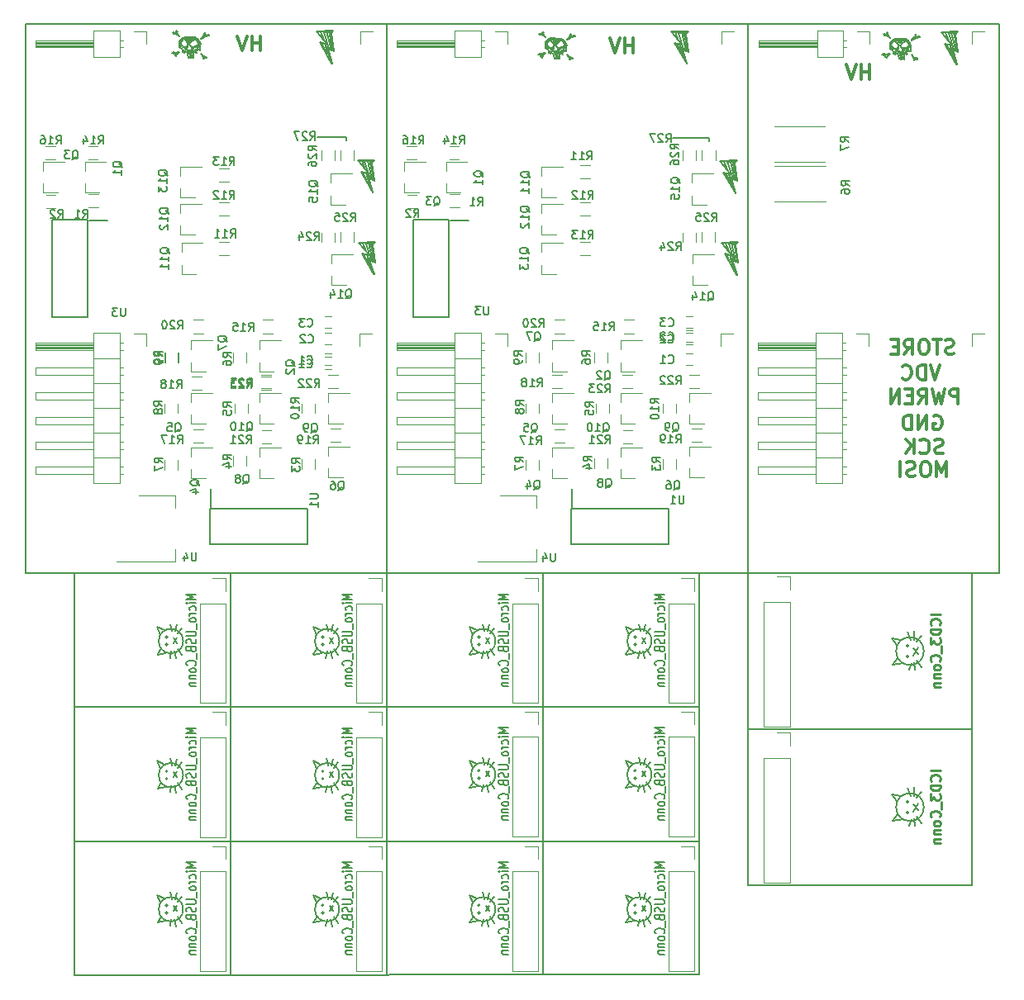
<source format=gbo>
%TF.GenerationSoftware,KiCad,Pcbnew,4.0.7*%
%TF.CreationDate,2017-11-22T18:15:43+08:00*%
%TF.ProjectId,nixie-tube-merged,6E697869652D747562652D6D65726765,rev?*%
%TF.FileFunction,Legend,Bot*%
%FSLAX46Y46*%
G04 Gerber Fmt 4.6, Leading zero omitted, Abs format (unit mm)*
G04 Created by KiCad (PCBNEW 4.0.7) date 11/22/17 18:15:43*
%MOMM*%
%LPD*%
G01*
G04 APERTURE LIST*
%ADD10C,0.100000*%
%ADD11C,0.200000*%
%ADD12C,0.250000*%
%ADD13C,0.120000*%
%ADD14C,0.300000*%
%ADD15C,0.153000*%
%ADD16C,0.150000*%
G04 APERTURE END LIST*
D10*
D11*
X91309980Y34749990D02*
X91829990Y34069990D01*
X91039980Y34569980D02*
X91139980Y33809990D01*
X90749980Y34509990D02*
X90539980Y33809990D01*
X91259990Y36729970D02*
X91829990Y37330000D01*
X91000000Y36879990D02*
X91079980Y37769980D01*
X90670000Y36909980D02*
X90379980Y37749990D01*
X91459990Y35439990D02*
X90929990Y35999980D01*
X90959990Y35299980D02*
X91470000Y36090000D01*
X90476600Y36260000D02*
G75*
G03X90476600Y36260000I-116610J0D01*
G01*
X90476600Y36260000D02*
G75*
G03X90476600Y36260000I-116610J0D01*
G01*
X90486610Y35179990D02*
G75*
G03X90486610Y35179990I-116610J0D01*
G01*
X90486610Y35179990D02*
G75*
G03X90486610Y35179990I-116610J0D01*
G01*
X88799970Y34329980D02*
X89930000Y34469980D01*
X89369980Y34969980D02*
X88799970Y34329980D01*
X88760000Y37039980D02*
X89659990Y36869980D01*
X89249990Y36339980D02*
X88760000Y37039980D01*
X92046100Y35733890D02*
G75*
G03X92046100Y35733890I-1426110J0D01*
G01*
X92046100Y35733890D02*
G75*
G03X92046100Y35733890I-1426110J0D01*
G01*
D12*
X93722370Y39474270D02*
X92722370Y39474270D01*
X93627120Y38426640D02*
X93674740Y38474270D01*
X93674740Y38474270D02*
X93722370Y38617120D01*
X93722370Y38617120D02*
X93722370Y38712370D01*
X93722370Y38712370D02*
X93674740Y38855220D01*
X93674740Y38855220D02*
X93579520Y38950470D01*
X93579520Y38950470D02*
X93484270Y38998090D01*
X93484270Y38998090D02*
X93293790Y39045690D01*
X93293790Y39045690D02*
X93150940Y39045690D01*
X93150940Y39045690D02*
X92960470Y38998090D01*
X92960470Y38998090D02*
X92865220Y38950470D01*
X92865220Y38950470D02*
X92769990Y38855220D01*
X92769990Y38855220D02*
X92722370Y38712370D01*
X92722370Y38712370D02*
X92722370Y38617120D01*
X92722370Y38617120D02*
X92769990Y38474270D01*
X92769990Y38474270D02*
X92817590Y38426640D01*
X93722370Y37998100D02*
X92722370Y37998100D01*
X92722370Y37998100D02*
X92722370Y37760000D01*
X92722370Y37760000D02*
X92769990Y37617120D01*
X92769990Y37617120D02*
X92865220Y37521900D01*
X92865220Y37521900D02*
X92960470Y37474270D01*
X92960470Y37474270D02*
X93150940Y37426650D01*
X93150940Y37426650D02*
X93293790Y37426650D01*
X93293790Y37426650D02*
X93484270Y37474270D01*
X93484270Y37474270D02*
X93579520Y37521900D01*
X93579520Y37521900D02*
X93674740Y37617120D01*
X93674740Y37617120D02*
X93722370Y37760000D01*
X93722370Y37760000D02*
X93722370Y37998100D01*
X92722370Y37093320D02*
X92722370Y36474270D01*
X92722370Y36474270D02*
X93103320Y36807600D01*
X93103320Y36807600D02*
X93103320Y36664750D01*
X93103320Y36664750D02*
X93150940Y36569520D01*
X93150940Y36569520D02*
X93198570Y36521900D01*
X93198570Y36521900D02*
X93293790Y36474270D01*
X93293790Y36474270D02*
X93531890Y36474270D01*
X93531890Y36474270D02*
X93627120Y36521900D01*
X93627120Y36521900D02*
X93674740Y36569520D01*
X93674740Y36569520D02*
X93722370Y36664750D01*
X93722370Y36664750D02*
X93722370Y36950470D01*
X93722370Y36950470D02*
X93674740Y37045700D01*
X93674740Y37045700D02*
X93627120Y37093320D01*
X93817620Y36283800D02*
X93817620Y35521900D01*
X93627120Y34712380D02*
X93674740Y34759980D01*
X93674740Y34759980D02*
X93722370Y34902850D01*
X93722370Y34902850D02*
X93722370Y34998080D01*
X93722370Y34998080D02*
X93674740Y35140950D01*
X93674740Y35140950D02*
X93579520Y35236180D01*
X93579520Y35236180D02*
X93484270Y35283800D01*
X93484270Y35283800D02*
X93293790Y35331430D01*
X93293790Y35331430D02*
X93150940Y35331430D01*
X93150940Y35331430D02*
X92960470Y35283800D01*
X92960470Y35283800D02*
X92865220Y35236180D01*
X92865220Y35236180D02*
X92769990Y35140950D01*
X92769990Y35140950D02*
X92722370Y34998080D01*
X92722370Y34998080D02*
X92722370Y34902850D01*
X92722370Y34902850D02*
X92769990Y34759980D01*
X92769990Y34759980D02*
X92817590Y34712380D01*
X93722370Y34140950D02*
X93674740Y34236180D01*
X93674740Y34236180D02*
X93627120Y34283800D01*
X93627120Y34283800D02*
X93531890Y34331430D01*
X93531890Y34331430D02*
X93246170Y34331430D01*
X93246170Y34331430D02*
X93150940Y34283800D01*
X93150940Y34283800D02*
X93103320Y34236180D01*
X93103320Y34236180D02*
X93055690Y34140950D01*
X93055690Y34140950D02*
X93055690Y33998080D01*
X93055690Y33998080D02*
X93103320Y33902850D01*
X93103320Y33902850D02*
X93150940Y33855230D01*
X93150940Y33855230D02*
X93246170Y33807600D01*
X93246170Y33807600D02*
X93531890Y33807600D01*
X93531890Y33807600D02*
X93627120Y33855230D01*
X93627120Y33855230D02*
X93674740Y33902850D01*
X93674740Y33902850D02*
X93722370Y33998080D01*
X93722370Y33998080D02*
X93722370Y34140950D01*
X93055690Y33379030D02*
X93722370Y33379030D01*
X93150940Y33379030D02*
X93103320Y33331400D01*
X93103320Y33331400D02*
X93055690Y33236180D01*
X93055690Y33236180D02*
X93055690Y33093330D01*
X93055690Y33093330D02*
X93103320Y32998080D01*
X93103320Y32998080D02*
X93198570Y32950450D01*
X93198570Y32950450D02*
X93722370Y32950450D01*
X93055690Y32474280D02*
X93722370Y32474280D01*
X93150940Y32474280D02*
X93103320Y32426660D01*
X93103320Y32426660D02*
X93055690Y32331410D01*
X93055690Y32331410D02*
X93055690Y32188560D01*
X93055690Y32188560D02*
X93103320Y32093330D01*
X93103320Y32093330D02*
X93198570Y32045710D01*
X93198570Y32045710D02*
X93722370Y32045710D01*
D13*
X78329990Y28019980D02*
X75669980Y28019980D01*
X78329990Y40779980D02*
X78329990Y28019980D01*
X75669980Y40779980D02*
X75669980Y28019980D01*
X78329990Y40779980D02*
X75669980Y40779980D01*
X78329990Y42049980D02*
X78329990Y43380000D01*
X78329990Y43380000D02*
X77000000Y43380000D01*
D11*
X91309980Y18749980D02*
X91829990Y18069990D01*
X91039980Y18569990D02*
X91139980Y17810000D01*
X90749980Y18510000D02*
X90539980Y17810000D01*
X91259990Y20729980D02*
X91829990Y21329980D01*
X91000000Y20879990D02*
X91079980Y21769980D01*
X90670000Y20909990D02*
X90379980Y21749990D01*
X91459990Y19439990D02*
X90929990Y19999990D01*
X90959990Y19299990D02*
X91470000Y20089980D01*
X90476600Y20260010D02*
G75*
G03X90476600Y20260010I-116610J0D01*
G01*
X90476600Y20260010D02*
G75*
G03X90476600Y20260010I-116610J0D01*
G01*
X90486610Y19180000D02*
G75*
G03X90486610Y19180000I-116610J0D01*
G01*
X90486610Y19180000D02*
G75*
G03X90486610Y19180000I-116610J0D01*
G01*
X88799970Y18329990D02*
X89930000Y18469990D01*
X89369980Y18969990D02*
X88799970Y18329990D01*
X88760000Y21039990D02*
X89659990Y20869990D01*
X89249990Y20339990D02*
X88760000Y21039990D01*
X92046100Y19733870D02*
G75*
G03X92046100Y19733870I-1426110J0D01*
G01*
X92046100Y19733870D02*
G75*
G03X92046100Y19733870I-1426110J0D01*
G01*
D12*
X93722370Y23474270D02*
X92722370Y23474270D01*
X93627120Y22426650D02*
X93674740Y22474280D01*
X93674740Y22474280D02*
X93722370Y22617130D01*
X93722370Y22617130D02*
X93722370Y22712380D01*
X93722370Y22712380D02*
X93674740Y22855220D01*
X93674740Y22855220D02*
X93579520Y22950470D01*
X93579520Y22950470D02*
X93484270Y22998070D01*
X93484270Y22998070D02*
X93293790Y23045700D01*
X93293790Y23045700D02*
X93150940Y23045700D01*
X93150940Y23045700D02*
X92960470Y22998070D01*
X92960470Y22998070D02*
X92865220Y22950470D01*
X92865220Y22950470D02*
X92769990Y22855220D01*
X92769990Y22855220D02*
X92722370Y22712380D01*
X92722370Y22712380D02*
X92722370Y22617130D01*
X92722370Y22617130D02*
X92769990Y22474280D01*
X92769990Y22474280D02*
X92817590Y22426650D01*
X93722370Y21998080D02*
X92722370Y21998080D01*
X92722370Y21998080D02*
X92722370Y21759980D01*
X92722370Y21759980D02*
X92769990Y21617130D01*
X92769990Y21617130D02*
X92865220Y21521900D01*
X92865220Y21521900D02*
X92960470Y21474280D01*
X92960470Y21474280D02*
X93150940Y21426650D01*
X93150940Y21426650D02*
X93293790Y21426650D01*
X93293790Y21426650D02*
X93484270Y21474280D01*
X93484270Y21474280D02*
X93579520Y21521900D01*
X93579520Y21521900D02*
X93674740Y21617130D01*
X93674740Y21617130D02*
X93722370Y21759980D01*
X93722370Y21759980D02*
X93722370Y21998080D01*
X92722370Y21093330D02*
X92722370Y20474280D01*
X92722370Y20474280D02*
X93103320Y20807600D01*
X93103320Y20807600D02*
X93103320Y20664750D01*
X93103320Y20664750D02*
X93150940Y20569500D01*
X93150940Y20569500D02*
X93198570Y20521880D01*
X93198570Y20521880D02*
X93293790Y20474280D01*
X93293790Y20474280D02*
X93531890Y20474280D01*
X93531890Y20474280D02*
X93627120Y20521880D01*
X93627120Y20521880D02*
X93674740Y20569500D01*
X93674740Y20569500D02*
X93722370Y20664750D01*
X93722370Y20664750D02*
X93722370Y20950450D01*
X93722370Y20950450D02*
X93674740Y21045700D01*
X93674740Y21045700D02*
X93627120Y21093330D01*
X93817620Y20283810D02*
X93817620Y19521880D01*
X93627120Y18712360D02*
X93674740Y18759980D01*
X93674740Y18759980D02*
X93722370Y18902830D01*
X93722370Y18902830D02*
X93722370Y18998080D01*
X93722370Y18998080D02*
X93674740Y19140930D01*
X93674740Y19140930D02*
X93579520Y19236180D01*
X93579520Y19236180D02*
X93484270Y19283810D01*
X93484270Y19283810D02*
X93293790Y19331410D01*
X93293790Y19331410D02*
X93150940Y19331410D01*
X93150940Y19331410D02*
X92960470Y19283810D01*
X92960470Y19283810D02*
X92865220Y19236180D01*
X92865220Y19236180D02*
X92769990Y19140930D01*
X92769990Y19140930D02*
X92722370Y18998080D01*
X92722370Y18998080D02*
X92722370Y18902830D01*
X92722370Y18902830D02*
X92769990Y18759980D01*
X92769990Y18759980D02*
X92817590Y18712360D01*
X93722370Y18140930D02*
X93674740Y18236180D01*
X93674740Y18236180D02*
X93627120Y18283810D01*
X93627120Y18283810D02*
X93531890Y18331410D01*
X93531890Y18331410D02*
X93246170Y18331410D01*
X93246170Y18331410D02*
X93150940Y18283810D01*
X93150940Y18283810D02*
X93103320Y18236180D01*
X93103320Y18236180D02*
X93055690Y18140930D01*
X93055690Y18140930D02*
X93055690Y17998080D01*
X93055690Y17998080D02*
X93103320Y17902830D01*
X93103320Y17902830D02*
X93150940Y17855230D01*
X93150940Y17855230D02*
X93246170Y17807610D01*
X93246170Y17807610D02*
X93531890Y17807610D01*
X93531890Y17807610D02*
X93627120Y17855230D01*
X93627120Y17855230D02*
X93674740Y17902830D01*
X93674740Y17902830D02*
X93722370Y17998080D01*
X93722370Y17998080D02*
X93722370Y18140930D01*
X93055690Y17379040D02*
X93722370Y17379040D01*
X93150940Y17379040D02*
X93103320Y17331410D01*
X93103320Y17331410D02*
X93055690Y17236190D01*
X93055690Y17236190D02*
X93055690Y17093310D01*
X93055690Y17093310D02*
X93103320Y16998090D01*
X93103320Y16998090D02*
X93198570Y16950460D01*
X93198570Y16950460D02*
X93722370Y16950460D01*
X93055690Y16474260D02*
X93722370Y16474260D01*
X93150940Y16474260D02*
X93103320Y16426660D01*
X93103320Y16426660D02*
X93055690Y16331410D01*
X93055690Y16331410D02*
X93055690Y16188560D01*
X93055690Y16188560D02*
X93103320Y16093310D01*
X93103320Y16093310D02*
X93198570Y16045690D01*
X93198570Y16045690D02*
X93722370Y16045690D01*
D13*
X78329990Y12019990D02*
X75669980Y12019990D01*
X78329990Y24779990D02*
X78329990Y12019990D01*
X75669980Y24779990D02*
X75669980Y12019990D01*
X78329990Y24779990D02*
X75669980Y24779990D01*
X78329990Y26049990D02*
X78329990Y27379980D01*
X78329990Y27379980D02*
X77000000Y27379980D01*
D11*
X29899990Y88399980D02*
X32899990Y88399980D01*
D14*
X24071430Y97291420D02*
X24071430Y98791420D01*
X24071430Y98077120D02*
X23214280Y98077120D01*
X23214280Y97291420D02*
X23214280Y98791420D01*
X22714280Y98791420D02*
X22214280Y97291420D01*
X22214280Y97291420D02*
X21714280Y98791420D01*
D11*
X32899990Y88399980D02*
X32899990Y88099980D01*
D15*
X35159980Y77579980D02*
X35619990Y75730000D01*
X35490000Y77539980D02*
X35579990Y77139980D01*
X34475980Y76480970D02*
X35690000Y74360000D01*
X35549990Y74739980D02*
X35190000Y75860000D01*
X34879990Y77509980D02*
X35409990Y75830000D01*
X34669980Y76409980D02*
X35109990Y75439980D01*
X35061980Y76029490D02*
X35445980Y74968790D01*
X35715980Y74360790D02*
X35279000Y75843080D01*
X35539980Y77419990D02*
X35609990Y77619990D01*
X35409990Y77659990D02*
X35453980Y77315800D01*
X35857990Y77697580D02*
X34121980Y77638480D01*
X35279000Y75843080D02*
X35863990Y75577400D01*
X35755000Y75762280D02*
X35061980Y76029490D01*
X34549990Y77549980D02*
X34890000Y76759990D01*
X34379990Y77600000D02*
X34220000Y77609980D01*
X34121980Y77638480D02*
X35231980Y76297890D01*
X35863990Y75577400D02*
X35609990Y77419990D01*
X35231980Y76297890D02*
X34475980Y76480970D01*
X35579990Y77200000D02*
X35739980Y76069980D01*
X35329980Y77539980D02*
X34379990Y77600000D01*
X35529980Y77579980D02*
X35539980Y77419990D01*
X35698990Y77622400D02*
X35445980Y77491180D01*
X34979990Y76339980D02*
X35179990Y75909980D01*
X35779990Y75679990D02*
X35169980Y75939980D01*
X35453980Y77315800D02*
X35755000Y75762280D01*
X35609990Y77419990D02*
X35857990Y77697580D01*
X35059980Y85979990D02*
X35520000Y84129980D01*
X35390000Y85939990D02*
X35479990Y85539990D01*
X34375980Y84880980D02*
X35590000Y82759980D01*
X35449990Y83139990D02*
X35090000Y84259980D01*
X34779990Y85909990D02*
X35309990Y84229980D01*
X34569980Y84809990D02*
X35009990Y83839990D01*
X34961980Y84429500D02*
X35345980Y83368790D01*
X35615980Y82760790D02*
X35179000Y84243090D01*
X35439990Y85820000D02*
X35509990Y86020000D01*
X35309990Y86059980D02*
X35353980Y85715780D01*
X35757990Y86097590D02*
X34021980Y86038490D01*
X35179000Y84243090D02*
X35763990Y83977380D01*
X35655000Y84162290D02*
X34961980Y84429500D01*
X34449990Y85949990D02*
X34790000Y85159980D01*
X34279990Y85999980D02*
X34120000Y86009990D01*
X34021980Y86038490D02*
X35131980Y84697870D01*
X35763990Y83977380D02*
X35509990Y85820000D01*
X35131980Y84697870D02*
X34375980Y84880980D01*
X35479990Y85599980D02*
X35639980Y84469990D01*
X35229980Y85939990D02*
X34279990Y85999980D01*
X35429980Y85979990D02*
X35439990Y85820000D01*
X35598990Y86022380D02*
X35345980Y85891190D01*
X34879990Y84739990D02*
X35079990Y84309990D01*
X35679990Y84079990D02*
X35069980Y84339990D01*
X35353980Y85715780D02*
X35655000Y84162290D01*
X35509990Y85820000D02*
X35757990Y86097590D01*
D16*
X27684980Y50304980D02*
X28934990Y50304980D01*
X27659990Y46704990D02*
X28934990Y46704990D01*
X19024980Y52354990D02*
X19024980Y52154990D01*
X19024980Y52154990D02*
X19024980Y50504980D01*
X18924980Y50304980D02*
X27674980Y50304980D01*
X28934990Y50304980D02*
X28934990Y46704990D01*
X27674980Y46704990D02*
X18924980Y46704990D01*
X18924980Y46704990D02*
X18924980Y50304980D01*
D13*
X15359990Y51709980D02*
X15359990Y50449990D01*
X15359990Y44889980D02*
X15359990Y46150000D01*
X11599980Y51709980D02*
X15359990Y51709980D01*
X9349990Y44889980D02*
X15359990Y44889980D01*
X31349980Y70099990D02*
X30649980Y70099990D01*
X30649980Y68899990D02*
X31349980Y68899990D01*
X1839980Y82769990D02*
X1839980Y83699990D01*
X1839980Y85929980D02*
X1839980Y84999980D01*
X1839980Y85929980D02*
X3999990Y85929980D01*
X1839980Y82769990D02*
X3299990Y82769990D01*
X30649980Y65049980D02*
X31349980Y65049980D01*
X31349980Y66249980D02*
X30649980Y66249980D01*
X9659980Y99329980D02*
X9659980Y96669990D01*
X9659980Y96669990D02*
X6999990Y96669990D01*
X6999990Y96669990D02*
X6999990Y99329980D01*
X6999990Y99329980D02*
X9659980Y99329980D01*
X6999990Y98379990D02*
X1000000Y98379990D01*
X1000000Y98379990D02*
X1000000Y97620000D01*
X1000000Y97620000D02*
X6999990Y97620000D01*
X6999990Y98320000D02*
X1000000Y98320000D01*
X6999990Y98199980D02*
X1000000Y98199980D01*
X6999990Y98079990D02*
X1000000Y98079990D01*
X6999990Y97959980D02*
X1000000Y97959980D01*
X6999990Y97839990D02*
X1000000Y97839990D01*
X6999990Y97720000D02*
X1000000Y97720000D01*
X9990000Y98379990D02*
X9659980Y98379990D01*
X9990000Y97620000D02*
X9659980Y97620000D01*
X12369980Y97999980D02*
X12369980Y99269980D01*
X12369980Y99269980D02*
X11099980Y99269980D01*
X6115000Y82745000D02*
X6115000Y83674990D01*
X6115000Y85904980D02*
X6115000Y84974990D01*
X6115000Y85904980D02*
X8274990Y85904980D01*
X6115000Y82745000D02*
X7574990Y82745000D01*
X23990000Y64419990D02*
X23990000Y65349980D01*
X23990000Y67579980D02*
X23990000Y66649980D01*
X23990000Y67579980D02*
X26149990Y67579980D01*
X23990000Y64419990D02*
X25449990Y64419990D01*
X16989980Y53470000D02*
X16989980Y54399990D01*
X16989980Y56629990D02*
X16989980Y55699990D01*
X16989980Y56629990D02*
X19150000Y56629990D01*
X16989980Y53470000D02*
X18449980Y53470000D01*
X16989980Y59044990D02*
X16989980Y59974990D01*
X16989980Y62204980D02*
X16989980Y61274990D01*
X16989980Y62204980D02*
X19150000Y62204980D01*
X16989980Y59044990D02*
X18449980Y59044990D01*
X31039990Y53544980D02*
X31039990Y54475000D01*
X31039990Y56704990D02*
X31039990Y55775000D01*
X31039990Y56704990D02*
X33199980Y56704990D01*
X31039990Y53544980D02*
X32499990Y53544980D01*
X16989980Y64419990D02*
X16989980Y65349980D01*
X16989980Y67579980D02*
X16989980Y66649980D01*
X16989980Y67579980D02*
X19150000Y67579980D01*
X16989980Y64419990D02*
X18449980Y64419990D01*
X23990000Y53470000D02*
X23990000Y54399990D01*
X23990000Y56629990D02*
X23990000Y55699990D01*
X23990000Y56629990D02*
X26149990Y56629990D01*
X23990000Y53470000D02*
X25449990Y53470000D01*
X31039990Y59044990D02*
X31039990Y59974990D01*
X31039990Y62204980D02*
X31039990Y61274990D01*
X31039990Y62204980D02*
X33199980Y62204980D01*
X31039990Y59044990D02*
X32499990Y59044990D01*
X23990000Y59044990D02*
X23990000Y59974990D01*
X23990000Y62204980D02*
X23990000Y61274990D01*
X23990000Y62204980D02*
X26149990Y62204980D01*
X23990000Y59044990D02*
X25449990Y59044990D01*
X15989990Y74419990D02*
X15989990Y75349990D01*
X15989990Y77579980D02*
X15989990Y76649990D01*
X15989990Y77579980D02*
X18149980Y77579980D01*
X15989990Y74419990D02*
X17449980Y74419990D01*
X15889990Y78419990D02*
X15889990Y79349980D01*
X15889990Y81580000D02*
X15889990Y80649980D01*
X15889990Y81580000D02*
X18049980Y81580000D01*
X15889990Y78419990D02*
X17349980Y78419990D01*
X15889990Y82219980D02*
X15889990Y83150000D01*
X15889990Y85379990D02*
X15889990Y84450000D01*
X15889990Y85379990D02*
X18049980Y85379990D01*
X15889990Y82219980D02*
X17349980Y82219980D01*
X31389980Y73269980D02*
X31389980Y74199980D01*
X31389980Y76430000D02*
X31389980Y75499980D01*
X31389980Y76430000D02*
X33550000Y76430000D01*
X31389980Y73269980D02*
X32850000Y73269980D01*
X6474990Y81245000D02*
X7474990Y81245000D01*
X7474990Y82604990D02*
X6474990Y82604990D01*
X2100000Y81169990D02*
X3099990Y81169990D01*
X3099990Y82529980D02*
X2100000Y82529980D01*
X29679980Y54399990D02*
X29679980Y55399990D01*
X28319980Y55399990D02*
X28319980Y54399990D01*
X22629980Y65349980D02*
X22629980Y66349980D01*
X21269990Y66349980D02*
X21269990Y65349980D01*
X15629990Y54324990D02*
X15629990Y55324980D01*
X14270000Y55324980D02*
X14270000Y54324990D01*
X15629990Y60124980D02*
X15629990Y61125000D01*
X14270000Y61125000D02*
X14270000Y60124980D01*
X15629990Y65349980D02*
X15629990Y66349980D01*
X14270000Y66349980D02*
X14270000Y65349980D01*
X29679980Y60124980D02*
X29679980Y61125000D01*
X28319980Y61125000D02*
X28319980Y60124980D01*
X19850000Y76319990D02*
X20850000Y76319990D01*
X20850000Y77679980D02*
X19850000Y77679980D01*
X19850000Y80369990D02*
X20850000Y80369990D01*
X20850000Y81729990D02*
X19850000Y81729990D01*
X19850000Y83820000D02*
X20850000Y83820000D01*
X20850000Y85179990D02*
X19850000Y85179990D01*
X6424980Y86144990D02*
X7424980Y86144990D01*
X7424980Y87504980D02*
X6424980Y87504980D01*
X25349990Y69680000D02*
X24349990Y69680000D01*
X24349990Y68319980D02*
X25349990Y68319980D01*
X3049980Y87529970D02*
X2049980Y87529970D01*
X2049980Y86169980D02*
X3049980Y86169980D01*
X18199990Y58429980D02*
X17199990Y58429980D01*
X17199990Y57069990D02*
X18199990Y57069990D01*
X18049980Y63879980D02*
X17049980Y63879980D01*
X17049980Y62519990D02*
X18049980Y62519990D01*
X32250000Y58554980D02*
X31249980Y58554980D01*
X31249980Y57194980D02*
X32250000Y57194980D01*
X18199990Y69680000D02*
X17199990Y69680000D01*
X17199990Y68319980D02*
X18199990Y68319980D01*
X25199980Y58404990D02*
X24199980Y58404990D01*
X24199980Y57045000D02*
X25199980Y57045000D01*
X32049970Y64054990D02*
X31049980Y64054990D01*
X31049980Y62695000D02*
X32049970Y62695000D01*
X25149990Y64054990D02*
X24149990Y64054990D01*
X24149990Y62695000D02*
X25149990Y62695000D01*
X30369990Y78649980D02*
X30369990Y77649980D01*
X31729980Y77649980D02*
X31729980Y78649980D01*
X33629980Y77700000D02*
X33629980Y78700000D01*
X32269990Y78700000D02*
X32269990Y77700000D01*
D16*
X6374990Y71224980D02*
X6374990Y69974990D01*
X2774980Y71250000D02*
X2774980Y69974990D01*
X8424980Y79884980D02*
X8224980Y79884980D01*
X8224980Y79884980D02*
X6574990Y79884980D01*
X6374990Y79984980D02*
X6374990Y71234990D01*
X6374990Y69974990D02*
X2774980Y69974990D01*
X2774980Y71234990D02*
X2774980Y79984980D01*
X2774980Y79984980D02*
X6374990Y79984980D01*
D13*
X31289980Y81519980D02*
X31289980Y82449970D01*
X31289980Y84679990D02*
X31289980Y83750000D01*
X31289980Y84679990D02*
X33450000Y84679990D01*
X31289980Y81519980D02*
X32750000Y81519980D01*
X30319980Y87049990D02*
X30319980Y86049990D01*
X31680000Y86049990D02*
X31680000Y87049990D01*
X33679990Y86049990D02*
X33679990Y87049990D01*
X32319980Y87049990D02*
X32319980Y86049990D01*
X9659980Y68329990D02*
X9659980Y52970000D01*
X9659980Y52970000D02*
X6999990Y52970000D01*
X6999990Y52970000D02*
X6999990Y68329990D01*
X6999990Y68329990D02*
X9659980Y68329990D01*
X6999990Y67379980D02*
X1000000Y67379980D01*
X1000000Y67379980D02*
X1000000Y66619980D01*
X1000000Y66619980D02*
X6999990Y66619980D01*
X6999990Y67319980D02*
X1000000Y67319980D01*
X6999990Y67199990D02*
X1000000Y67199990D01*
X6999990Y67079980D02*
X1000000Y67079980D01*
X6999990Y66959990D02*
X1000000Y66959990D01*
X6999990Y66840000D02*
X1000000Y66840000D01*
X6999990Y66719980D02*
X1000000Y66719980D01*
X9990000Y67379980D02*
X9659980Y67379980D01*
X9990000Y66619980D02*
X9659980Y66619980D01*
X9659980Y65729990D02*
X6999990Y65729990D01*
X6999990Y64839980D02*
X1000000Y64839980D01*
X1000000Y64839980D02*
X1000000Y64079980D01*
X1000000Y64079980D02*
X6999990Y64079980D01*
X10057050Y64839980D02*
X9659980Y64839980D01*
X10057050Y64079980D02*
X9659980Y64079980D01*
X9659980Y63189990D02*
X6999990Y63189990D01*
X6999990Y62299980D02*
X1000000Y62299980D01*
X1000000Y62299980D02*
X1000000Y61539980D01*
X1000000Y61539980D02*
X6999990Y61539980D01*
X10057050Y62299980D02*
X9659980Y62299980D01*
X10057050Y61539980D02*
X9659980Y61539980D01*
X9659980Y60649990D02*
X6999990Y60649990D01*
X6999990Y59759980D02*
X1000000Y59759980D01*
X1000000Y59759980D02*
X1000000Y58999980D01*
X1000000Y58999980D02*
X6999990Y58999980D01*
X10057050Y59759980D02*
X9659980Y59759980D01*
X10057050Y58999980D02*
X9659980Y58999980D01*
X9659980Y58109990D02*
X6999990Y58109990D01*
X6999990Y57219980D02*
X1000000Y57219980D01*
X1000000Y57219980D02*
X1000000Y56459980D01*
X1000000Y56459980D02*
X6999990Y56459980D01*
X10057050Y57219980D02*
X9659980Y57219980D01*
X10057050Y56459980D02*
X9659980Y56459980D01*
X9659980Y55569990D02*
X6999990Y55569990D01*
X6999990Y54679980D02*
X1000000Y54679980D01*
X1000000Y54679980D02*
X1000000Y53919980D01*
X1000000Y53919980D02*
X6999990Y53919980D01*
X10057050Y54679980D02*
X9659980Y54679980D01*
X10057050Y53919980D02*
X9659980Y53919980D01*
X12369980Y66999990D02*
X12369980Y68269990D01*
X12369980Y68269990D02*
X11099980Y68269990D01*
X31349980Y68399990D02*
X30649980Y68399990D01*
X30649980Y67199990D02*
X31349980Y67199990D01*
X22629980Y54749980D02*
X22629980Y55749980D01*
X21269990Y55749980D02*
X21269990Y54749980D01*
X22779990Y60124980D02*
X22779990Y61125000D01*
X21420000Y61125000D02*
X21420000Y60124980D01*
X35549990Y99269980D02*
X34279990Y99269980D01*
X34279990Y99269980D02*
X34279990Y97999980D01*
X35499980Y68269990D02*
X34229980Y68269990D01*
X34229980Y68269990D02*
X34229980Y66999990D01*
D15*
X15399990Y96899980D02*
X14979980Y97039990D01*
X18319980Y96499980D02*
X18219980Y96469990D01*
X16449980Y97499980D02*
X16659990Y97820000D01*
X17710000Y97879990D02*
X17459990Y97720000D01*
X16629990Y97779990D02*
X16549980Y97379990D01*
X17210000Y97189980D02*
X17349980Y97339990D01*
X17159990Y97129980D02*
X17340000Y97139990D01*
X16529990Y97750000D02*
X16710000Y97899980D01*
X17159990Y97079990D02*
X17049980Y97189980D01*
X18499990Y98749990D02*
X18289980Y98929980D01*
X18719980Y98939990D02*
X18529990Y98839990D01*
X18199990Y96659980D02*
X18089980Y96869990D01*
X17740000Y98409990D02*
X17939990Y97969980D01*
X17210000Y97539990D02*
X17399990Y97709990D01*
X16610000Y97299980D02*
X17010000Y97309990D01*
X17469990Y97639990D02*
X17859980Y97929980D01*
X17699990Y97499980D02*
X17410000Y97439990D01*
X15799990Y97169990D02*
X15499990Y96899980D01*
X18249980Y98759980D02*
X18319980Y98769980D01*
X17010000Y97689970D02*
X17659990Y97750000D01*
X17859980Y97369990D02*
X17319980Y97279990D01*
X16710000Y96589980D02*
X16519980Y97209990D01*
X17519980Y97029980D02*
X17269990Y97129980D01*
X15749980Y97169990D02*
X15319980Y97059980D01*
X16040000Y97739990D02*
X15919980Y97790000D01*
X18269990Y96739990D02*
X18549980Y96679990D01*
X17079980Y97539990D02*
X17259990Y97620000D01*
X16779980Y97189980D02*
X16859990Y96629980D01*
X16109980Y97169990D02*
X16199990Y97399980D01*
X17859980Y97990000D02*
X17689980Y97679990D01*
X18339990Y96620000D02*
X18319980Y96499980D01*
X17740000Y97979990D02*
X17579980Y98349990D01*
X16419980Y97189980D02*
X16259990Y97059980D01*
X16929990Y97729980D02*
X17129990Y97309990D01*
X15399990Y97009990D02*
X15759990Y97169990D01*
X15499990Y96899980D02*
X15449980Y96699980D01*
X17229990Y97469990D02*
X16959990Y97350000D01*
X17029990Y97229980D02*
X17110000Y97220000D01*
X16359990Y97489980D02*
X16689980Y98009990D01*
X17929990Y97990000D02*
X17869990Y97359980D01*
X18029990Y98520000D02*
X18499990Y98749990D01*
X18289980Y98929980D02*
X18010000Y98549990D01*
X18219980Y96469990D02*
X18199990Y96659980D01*
X18569990Y96559980D02*
X18339990Y96620000D01*
X16299990Y97069990D02*
X16129990Y97189980D01*
X16070000Y97639990D02*
X16599990Y97679990D01*
X17949980Y97020000D02*
X18269990Y96739990D01*
X17119980Y98449990D02*
X17589980Y98399980D01*
X18549980Y96679990D02*
X18569990Y96559980D01*
X17859980Y97929980D02*
X17589980Y98390000D01*
X16859990Y96629980D02*
X16779980Y97189980D01*
X17689980Y97959980D02*
X17599990Y97669990D01*
X18529990Y98839990D02*
X18319980Y99099980D01*
X17129990Y96589980D02*
X16899990Y96579990D01*
X16309980Y97279990D02*
X16429990Y97189980D01*
X18389980Y98959970D02*
X18369990Y99149990D01*
X16470000Y97139990D02*
X16189990Y97320000D01*
X16899990Y96579990D02*
X16699990Y96629980D01*
X17729990Y98420000D02*
X17419980Y98649990D01*
X17589980Y98390000D02*
X17310000Y98579990D01*
X17410000Y97259980D02*
X17559990Y97120000D01*
X16989980Y97150000D02*
X17029990Y96639990D01*
X17019980Y97279990D02*
X16429990Y97420000D01*
X16929990Y97199980D02*
X16640000Y97179990D01*
X15449980Y96699980D02*
X15309980Y96809990D01*
X16569990Y98279990D02*
X17110000Y98449990D01*
X17019980Y98349990D02*
X16779980Y98220000D01*
X15749980Y97639990D02*
X16089990Y97420000D01*
X15889990Y97859980D02*
X15909980Y97759980D01*
X16769990Y98199980D02*
X16619980Y98399980D01*
X15809980Y98769980D02*
X15519980Y99099980D01*
X15449980Y99119990D02*
X15129990Y99149990D01*
X15519980Y99099980D02*
X15570000Y99309990D01*
X15449980Y98990000D02*
X15679980Y98839990D01*
X15809980Y98259980D02*
X16199990Y98669980D01*
X16329990Y98539990D02*
X17279980Y98520000D01*
X16899990Y98049990D02*
X16810000Y97939990D01*
X16810000Y97939990D02*
X16949980Y97759980D01*
X16349980Y98579990D02*
X16669990Y98409990D01*
X15749980Y97669990D02*
X15809980Y98239990D01*
X15570000Y99309990D02*
X15409980Y99319990D01*
X17359990Y98529980D02*
X16899990Y98049990D01*
X16349980Y97550000D02*
X15949980Y97909990D01*
X16240000Y98679990D02*
X17410000Y98649990D01*
X17110000Y98449990D02*
X17189980Y98339990D01*
X17279980Y98520000D02*
X17189980Y98390000D01*
X17040000Y98459980D02*
X16569990Y98279990D01*
X17310000Y98579990D02*
X16249980Y98569980D01*
X15409980Y99319990D02*
X15449980Y99119990D01*
X16729990Y97979990D02*
X16240000Y98520000D01*
X15170000Y98990000D02*
X15449980Y98990000D01*
X16440000Y98339990D02*
X16329990Y98409990D01*
X15870000Y98149990D02*
X15829990Y97639990D01*
X16249980Y98569980D02*
X15870000Y98149990D01*
X15129990Y99149990D02*
X15170000Y98990000D01*
X16109980Y98369980D02*
X15870000Y98029980D01*
X14979980Y97039990D02*
X15179980Y97120000D01*
X15179980Y97120000D02*
X15399990Y97009990D01*
X15309980Y96809990D02*
X15399990Y96899980D01*
X18829990Y98839990D02*
X18719980Y98939990D01*
X18519980Y98759980D02*
X18829990Y98839990D01*
X17199990Y97059980D02*
X17189980Y96579990D01*
X30859980Y99229980D02*
X31319980Y97379990D01*
X31189980Y99190000D02*
X31280000Y98790000D01*
X30175990Y98131000D02*
X31389980Y96009990D01*
X31249980Y96389980D02*
X30889980Y97509990D01*
X30580000Y99160000D02*
X31110000Y97479990D01*
X30369990Y98059980D02*
X30810000Y97089980D01*
X30761990Y97679480D02*
X31145990Y96618780D01*
X31415990Y96010780D02*
X30978980Y97493100D01*
X31239990Y99069980D02*
X31310000Y99269980D01*
X31110000Y99309990D02*
X31153990Y98965790D01*
X31557980Y99347580D02*
X29821990Y99288500D01*
X30978980Y97493100D02*
X31564000Y97227390D01*
X31454980Y97412280D02*
X30761990Y97679480D01*
X30249980Y99199980D02*
X30589980Y98409990D01*
X30079980Y99249990D02*
X29919980Y99260000D01*
X29821990Y99288500D02*
X30931990Y97947890D01*
X31564000Y97227390D02*
X31310000Y99069980D01*
X30931990Y97947890D02*
X30175990Y98131000D01*
X31280000Y98849990D02*
X31439990Y97720000D01*
X31029990Y99190000D02*
X30079980Y99249990D01*
X31229990Y99229980D02*
X31239990Y99069980D01*
X31399000Y99272390D02*
X31145990Y99141180D01*
X30680000Y97990000D02*
X30880000Y97559980D01*
X31480000Y97329980D02*
X30869990Y97589980D01*
X31153990Y98965790D02*
X31454980Y97412280D01*
X31310000Y99069980D02*
X31557980Y99347580D01*
X29134510Y51847600D02*
X29822600Y51847600D01*
X29822600Y51847600D02*
X29903550Y51807140D01*
X29903550Y51807140D02*
X29944030Y51766650D01*
X29944030Y51766650D02*
X29984520Y51685700D01*
X29984520Y51685700D02*
X29984520Y51523800D01*
X29984520Y51523800D02*
X29944030Y51442850D01*
X29944030Y51442850D02*
X29903550Y51402360D01*
X29903550Y51402360D02*
X29822600Y51361900D01*
X29822600Y51361900D02*
X29134510Y51361900D01*
X29984520Y50511890D02*
X29984520Y50997610D01*
X29984520Y50754740D02*
X29134510Y50754740D01*
X29134510Y50754740D02*
X29255950Y50835710D01*
X29255950Y50835710D02*
X29336900Y50916660D01*
X29336900Y50916660D02*
X29377360Y50997610D01*
X17497600Y45815450D02*
X17497600Y45127370D01*
X17497600Y45127370D02*
X17457140Y45046420D01*
X17457140Y45046420D02*
X17416650Y45005930D01*
X17416650Y45005930D02*
X17335700Y44965470D01*
X17335700Y44965470D02*
X17173800Y44965470D01*
X17173800Y44965470D02*
X17092850Y45005930D01*
X17092850Y45005930D02*
X17052370Y45046420D01*
X17052370Y45046420D02*
X17011900Y45127370D01*
X17011900Y45127370D02*
X17011900Y45815450D01*
X16242840Y45532140D02*
X16242840Y44965470D01*
X16445230Y45855940D02*
X16647620Y45248800D01*
X16647620Y45248800D02*
X16121410Y45248800D01*
X28901640Y69056430D02*
X28942130Y69015940D01*
X28942130Y69015940D02*
X29063570Y68975450D01*
X29063570Y68975450D02*
X29144520Y68975450D01*
X29144520Y68975450D02*
X29265930Y69015940D01*
X29265930Y69015940D02*
X29346880Y69096890D01*
X29346880Y69096890D02*
X29387370Y69177840D01*
X29387370Y69177840D02*
X29427860Y69339740D01*
X29427860Y69339740D02*
X29427860Y69461180D01*
X29427860Y69461180D02*
X29387370Y69623080D01*
X29387370Y69623080D02*
X29346880Y69704030D01*
X29346880Y69704030D02*
X29265930Y69784980D01*
X29265930Y69784980D02*
X29144520Y69825460D01*
X29144520Y69825460D02*
X29063570Y69825460D01*
X29063570Y69825460D02*
X28942130Y69784980D01*
X28942130Y69784980D02*
X28901640Y69744510D01*
X28618330Y69825460D02*
X28092120Y69825460D01*
X28092120Y69825460D02*
X28375460Y69501660D01*
X28375460Y69501660D02*
X28254050Y69501660D01*
X28254050Y69501660D02*
X28173070Y69461180D01*
X28173070Y69461180D02*
X28132610Y69420690D01*
X28132610Y69420690D02*
X28092120Y69339740D01*
X28092120Y69339740D02*
X28092120Y69137380D01*
X28092120Y69137380D02*
X28132610Y69056430D01*
X28132610Y69056430D02*
X28173070Y69015940D01*
X28173070Y69015940D02*
X28254050Y68975450D01*
X28254050Y68975450D02*
X28496900Y68975450D01*
X28496900Y68975450D02*
X28577840Y69015940D01*
X28577840Y69015940D02*
X28618330Y69056430D01*
X4780940Y86134500D02*
X4861890Y86174990D01*
X4861890Y86174990D02*
X4942840Y86255940D01*
X4942840Y86255940D02*
X5064280Y86377370D01*
X5064280Y86377370D02*
X5145230Y86417840D01*
X5145230Y86417840D02*
X5226180Y86417840D01*
X5185690Y86215470D02*
X5266660Y86255940D01*
X5266660Y86255940D02*
X5347610Y86336890D01*
X5347610Y86336890D02*
X5388080Y86498790D01*
X5388080Y86498790D02*
X5388080Y86782120D01*
X5388080Y86782120D02*
X5347610Y86944050D01*
X5347610Y86944050D02*
X5266660Y87025000D01*
X5266660Y87025000D02*
X5185690Y87065460D01*
X5185690Y87065460D02*
X5023790Y87065460D01*
X5023790Y87065460D02*
X4942840Y87025000D01*
X4942840Y87025000D02*
X4861890Y86944050D01*
X4861890Y86944050D02*
X4821430Y86782120D01*
X4821430Y86782120D02*
X4821430Y86498790D01*
X4821430Y86498790D02*
X4861890Y86336890D01*
X4861890Y86336890D02*
X4942840Y86255940D01*
X4942840Y86255940D02*
X5023790Y86215470D01*
X5023790Y86215470D02*
X5185690Y86215470D01*
X4538090Y87065460D02*
X4011880Y87065460D01*
X4011880Y87065460D02*
X4295220Y86741660D01*
X4295220Y86741660D02*
X4173800Y86741660D01*
X4173800Y86741660D02*
X4092850Y86701170D01*
X4092850Y86701170D02*
X4052370Y86660710D01*
X4052370Y86660710D02*
X4011880Y86579760D01*
X4011880Y86579760D02*
X4011880Y86377370D01*
X4011880Y86377370D02*
X4052370Y86296420D01*
X4052370Y86296420D02*
X4092850Y86255940D01*
X4092850Y86255940D02*
X4173800Y86215470D01*
X4173800Y86215470D02*
X4416650Y86215470D01*
X4416650Y86215470D02*
X4497600Y86255940D01*
X4497600Y86255940D02*
X4538090Y86296420D01*
X28871650Y65266420D02*
X28912130Y65225930D01*
X28912130Y65225930D02*
X29033570Y65185470D01*
X29033570Y65185470D02*
X29114520Y65185470D01*
X29114520Y65185470D02*
X29235930Y65225930D01*
X29235930Y65225930D02*
X29316880Y65306880D01*
X29316880Y65306880D02*
X29357370Y65387860D01*
X29357370Y65387860D02*
X29397830Y65549750D01*
X29397830Y65549750D02*
X29397830Y65671170D01*
X29397830Y65671170D02*
X29357370Y65833090D01*
X29357370Y65833090D02*
X29316880Y65914040D01*
X29316880Y65914040D02*
X29235930Y65994990D01*
X29235930Y65994990D02*
X29114520Y66035450D01*
X29114520Y66035450D02*
X29033570Y66035450D01*
X29033570Y66035450D02*
X28912130Y65994990D01*
X28912130Y65994990D02*
X28871650Y65954500D01*
X28062120Y65185470D02*
X28547850Y65185470D01*
X28305000Y65185470D02*
X28305000Y66035450D01*
X28305000Y66035450D02*
X28385950Y65914040D01*
X28385950Y65914040D02*
X28466900Y65833090D01*
X28466900Y65833090D02*
X28547850Y65792600D01*
X9915470Y85320940D02*
X9874990Y85401890D01*
X9874990Y85401890D02*
X9794040Y85482840D01*
X9794040Y85482840D02*
X9672600Y85604270D01*
X9672600Y85604270D02*
X9632140Y85685220D01*
X9632140Y85685220D02*
X9632140Y85766170D01*
X9834500Y85725710D02*
X9794040Y85806660D01*
X9794040Y85806660D02*
X9713090Y85887610D01*
X9713090Y85887610D02*
X9551190Y85928070D01*
X9551190Y85928070D02*
X9267850Y85928070D01*
X9267850Y85928070D02*
X9105950Y85887610D01*
X9105950Y85887610D02*
X9024980Y85806660D01*
X9024980Y85806660D02*
X8984510Y85725710D01*
X8984510Y85725710D02*
X8984510Y85563790D01*
X8984510Y85563790D02*
X9024980Y85482840D01*
X9024980Y85482840D02*
X9105950Y85401890D01*
X9105950Y85401890D02*
X9267850Y85361420D01*
X9267850Y85361420D02*
X9551190Y85361420D01*
X9551190Y85361420D02*
X9713090Y85401890D01*
X9713090Y85401890D02*
X9794040Y85482840D01*
X9794040Y85482840D02*
X9834500Y85563790D01*
X9834500Y85563790D02*
X9834500Y85725710D01*
X9834500Y84551900D02*
X9834500Y85037600D01*
X9834500Y84794750D02*
X8984510Y84794750D01*
X8984510Y84794750D02*
X9105950Y84875700D01*
X9105950Y84875700D02*
X9186900Y84956650D01*
X9186900Y84956650D02*
X9227360Y85037600D01*
X27605460Y64940940D02*
X27564990Y65021890D01*
X27564990Y65021890D02*
X27484040Y65102840D01*
X27484040Y65102840D02*
X27362610Y65224280D01*
X27362610Y65224280D02*
X27322120Y65305230D01*
X27322120Y65305230D02*
X27322120Y65386180D01*
X27524510Y65345690D02*
X27484040Y65426670D01*
X27484040Y65426670D02*
X27403090Y65507620D01*
X27403090Y65507620D02*
X27241170Y65548080D01*
X27241170Y65548080D02*
X26957830Y65548080D01*
X26957830Y65548080D02*
X26795930Y65507620D01*
X26795930Y65507620D02*
X26714980Y65426670D01*
X26714980Y65426670D02*
X26674520Y65345690D01*
X26674520Y65345690D02*
X26674520Y65183790D01*
X26674520Y65183790D02*
X26714980Y65102840D01*
X26714980Y65102840D02*
X26795930Y65021890D01*
X26795930Y65021890D02*
X26957830Y64981400D01*
X26957830Y64981400D02*
X27241170Y64981400D01*
X27241170Y64981400D02*
X27403090Y65021890D01*
X27403090Y65021890D02*
X27484040Y65102840D01*
X27484040Y65102840D02*
X27524510Y65183790D01*
X27524510Y65183790D02*
X27524510Y65345690D01*
X26755470Y64657610D02*
X26714980Y64617140D01*
X26714980Y64617140D02*
X26674520Y64536170D01*
X26674520Y64536170D02*
X26674520Y64333810D01*
X26674520Y64333810D02*
X26714980Y64252860D01*
X26714980Y64252860D02*
X26755470Y64212370D01*
X26755470Y64212370D02*
X26836420Y64171880D01*
X26836420Y64171880D02*
X26917370Y64171880D01*
X26917370Y64171880D02*
X27038810Y64212370D01*
X27038810Y64212370D02*
X27524510Y64698090D01*
X27524510Y64698090D02*
X27524510Y64171880D01*
X17815460Y52680950D02*
X17775000Y52761900D01*
X17775000Y52761900D02*
X17694050Y52842850D01*
X17694050Y52842850D02*
X17572610Y52964280D01*
X17572610Y52964280D02*
X17532120Y53045230D01*
X17532120Y53045230D02*
X17532120Y53126180D01*
X17734510Y53085700D02*
X17694050Y53166650D01*
X17694050Y53166650D02*
X17613070Y53247590D01*
X17613070Y53247590D02*
X17451170Y53288080D01*
X17451170Y53288080D02*
X17167830Y53288080D01*
X17167830Y53288080D02*
X17005940Y53247590D01*
X17005940Y53247590D02*
X16924990Y53166650D01*
X16924990Y53166650D02*
X16884520Y53085700D01*
X16884520Y53085700D02*
X16884520Y52923800D01*
X16884520Y52923800D02*
X16924990Y52842850D01*
X16924990Y52842850D02*
X17005940Y52761900D01*
X17005940Y52761900D02*
X17167830Y52721410D01*
X17167830Y52721410D02*
X17451170Y52721410D01*
X17451170Y52721410D02*
X17613070Y52761900D01*
X17613070Y52761900D02*
X17694050Y52842850D01*
X17694050Y52842850D02*
X17734510Y52923800D01*
X17734510Y52923800D02*
X17734510Y53085700D01*
X17167830Y51992830D02*
X17734510Y51992830D01*
X16844040Y52195220D02*
X17451170Y52397610D01*
X17451170Y52397610D02*
X17451170Y51871420D01*
X15310940Y58174510D02*
X15391890Y58215000D01*
X15391890Y58215000D02*
X15472840Y58295950D01*
X15472840Y58295950D02*
X15594280Y58417360D01*
X15594280Y58417360D02*
X15675230Y58457850D01*
X15675230Y58457850D02*
X15756180Y58457850D01*
X15715690Y58255460D02*
X15796670Y58295950D01*
X15796670Y58295950D02*
X15877620Y58376900D01*
X15877620Y58376900D02*
X15918080Y58538800D01*
X15918080Y58538800D02*
X15918080Y58822130D01*
X15918080Y58822130D02*
X15877620Y58984030D01*
X15877620Y58984030D02*
X15796670Y59064980D01*
X15796670Y59064980D02*
X15715690Y59105470D01*
X15715690Y59105470D02*
X15553790Y59105470D01*
X15553790Y59105470D02*
X15472840Y59064980D01*
X15472840Y59064980D02*
X15391890Y58984030D01*
X15391890Y58984030D02*
X15351400Y58822130D01*
X15351400Y58822130D02*
X15351400Y58538800D01*
X15351400Y58538800D02*
X15391890Y58376900D01*
X15391890Y58376900D02*
X15472840Y58295950D01*
X15472840Y58295950D02*
X15553790Y58255460D01*
X15553790Y58255460D02*
X15715690Y58255460D01*
X14582370Y59105470D02*
X14987140Y59105470D01*
X14987140Y59105470D02*
X15027610Y58700700D01*
X15027610Y58700700D02*
X14987140Y58741180D01*
X14987140Y58741180D02*
X14906170Y58781650D01*
X14906170Y58781650D02*
X14703810Y58781650D01*
X14703810Y58781650D02*
X14622860Y58741180D01*
X14622860Y58741180D02*
X14582370Y58700700D01*
X14582370Y58700700D02*
X14541880Y58619750D01*
X14541880Y58619750D02*
X14541880Y58417360D01*
X14541880Y58417360D02*
X14582370Y58336410D01*
X14582370Y58336410D02*
X14622860Y58295950D01*
X14622860Y58295950D02*
X14703810Y58255460D01*
X14703810Y58255460D02*
X14906170Y58255460D01*
X14906170Y58255460D02*
X14987140Y58295950D01*
X14987140Y58295950D02*
X15027610Y58336410D01*
X32030950Y52234520D02*
X32111900Y52274980D01*
X32111900Y52274980D02*
X32192850Y52355930D01*
X32192850Y52355930D02*
X32314260Y52477370D01*
X32314260Y52477370D02*
X32395240Y52517850D01*
X32395240Y52517850D02*
X32476190Y52517850D01*
X32435700Y52315470D02*
X32516650Y52355930D01*
X32516650Y52355930D02*
X32597600Y52436900D01*
X32597600Y52436900D02*
X32638090Y52598800D01*
X32638090Y52598800D02*
X32638090Y52882140D01*
X32638090Y52882140D02*
X32597600Y53044040D01*
X32597600Y53044040D02*
X32516650Y53124990D01*
X32516650Y53124990D02*
X32435700Y53165450D01*
X32435700Y53165450D02*
X32273800Y53165450D01*
X32273800Y53165450D02*
X32192850Y53124990D01*
X32192850Y53124990D02*
X32111900Y53044040D01*
X32111900Y53044040D02*
X32071410Y52882140D01*
X32071410Y52882140D02*
X32071410Y52598800D01*
X32071410Y52598800D02*
X32111900Y52436900D01*
X32111900Y52436900D02*
X32192850Y52355930D01*
X32192850Y52355930D02*
X32273800Y52315470D01*
X32273800Y52315470D02*
X32435700Y52315470D01*
X31342840Y53165450D02*
X31504740Y53165450D01*
X31504740Y53165450D02*
X31585710Y53124990D01*
X31585710Y53124990D02*
X31626180Y53084500D01*
X31626180Y53084500D02*
X31707120Y52963090D01*
X31707120Y52963090D02*
X31747610Y52801190D01*
X31747610Y52801190D02*
X31747610Y52477370D01*
X31747610Y52477370D02*
X31707120Y52396420D01*
X31707120Y52396420D02*
X31666660Y52355930D01*
X31666660Y52355930D02*
X31585710Y52315470D01*
X31585710Y52315470D02*
X31423790Y52315470D01*
X31423790Y52315470D02*
X31342840Y52355930D01*
X31342840Y52355930D02*
X31302380Y52396420D01*
X31302380Y52396420D02*
X31261890Y52477370D01*
X31261890Y52477370D02*
X31261890Y52679750D01*
X31261890Y52679750D02*
X31302380Y52760700D01*
X31302380Y52760700D02*
X31342840Y52801190D01*
X31342840Y52801190D02*
X31423790Y52841650D01*
X31423790Y52841650D02*
X31585710Y52841650D01*
X31585710Y52841650D02*
X31666660Y52801190D01*
X31666660Y52801190D02*
X31707120Y52760700D01*
X31707120Y52760700D02*
X31747610Y52679750D01*
X20665470Y67430930D02*
X20624980Y67511900D01*
X20624980Y67511900D02*
X20544030Y67592850D01*
X20544030Y67592850D02*
X20422620Y67714270D01*
X20422620Y67714270D02*
X20382130Y67795220D01*
X20382130Y67795220D02*
X20382130Y67876170D01*
X20584520Y67835700D02*
X20544030Y67916650D01*
X20544030Y67916650D02*
X20463080Y67997600D01*
X20463080Y67997600D02*
X20301180Y68038090D01*
X20301180Y68038090D02*
X20017840Y68038090D01*
X20017840Y68038090D02*
X19855940Y67997600D01*
X19855940Y67997600D02*
X19774990Y67916650D01*
X19774990Y67916650D02*
X19734500Y67835700D01*
X19734500Y67835700D02*
X19734500Y67673800D01*
X19734500Y67673800D02*
X19774990Y67592850D01*
X19774990Y67592850D02*
X19855940Y67511900D01*
X19855940Y67511900D02*
X20017840Y67471420D01*
X20017840Y67471420D02*
X20301180Y67471420D01*
X20301180Y67471420D02*
X20463080Y67511900D01*
X20463080Y67511900D02*
X20544030Y67592850D01*
X20544030Y67592850D02*
X20584520Y67673800D01*
X20584520Y67673800D02*
X20584520Y67835700D01*
X19734500Y67188080D02*
X19734500Y66621410D01*
X19734500Y66621410D02*
X20584520Y66985690D01*
X22280930Y52884500D02*
X22361880Y52924990D01*
X22361880Y52924990D02*
X22442860Y53005940D01*
X22442860Y53005940D02*
X22564270Y53127380D01*
X22564270Y53127380D02*
X22645220Y53167840D01*
X22645220Y53167840D02*
X22726170Y53167840D01*
X22685710Y52965450D02*
X22766660Y53005940D01*
X22766660Y53005940D02*
X22847600Y53086890D01*
X22847600Y53086890D02*
X22888090Y53248790D01*
X22888090Y53248790D02*
X22888090Y53532130D01*
X22888090Y53532130D02*
X22847600Y53694030D01*
X22847600Y53694030D02*
X22766660Y53774980D01*
X22766660Y53774980D02*
X22685710Y53815460D01*
X22685710Y53815460D02*
X22523810Y53815460D01*
X22523810Y53815460D02*
X22442860Y53774980D01*
X22442860Y53774980D02*
X22361880Y53694030D01*
X22361880Y53694030D02*
X22321420Y53532130D01*
X22321420Y53532130D02*
X22321420Y53248790D01*
X22321420Y53248790D02*
X22361880Y53086890D01*
X22361880Y53086890D02*
X22442860Y53005940D01*
X22442860Y53005940D02*
X22523810Y52965450D01*
X22523810Y52965450D02*
X22685710Y52965450D01*
X21835690Y53451180D02*
X21916640Y53491660D01*
X21916640Y53491660D02*
X21957130Y53532130D01*
X21957130Y53532130D02*
X21997590Y53613080D01*
X21997590Y53613080D02*
X21997590Y53653560D01*
X21997590Y53653560D02*
X21957130Y53734510D01*
X21957130Y53734510D02*
X21916640Y53774980D01*
X21916640Y53774980D02*
X21835690Y53815460D01*
X21835690Y53815460D02*
X21673790Y53815460D01*
X21673790Y53815460D02*
X21592840Y53774980D01*
X21592840Y53774980D02*
X21552360Y53734510D01*
X21552360Y53734510D02*
X21511900Y53653560D01*
X21511900Y53653560D02*
X21511900Y53613080D01*
X21511900Y53613080D02*
X21552360Y53532130D01*
X21552360Y53532130D02*
X21592840Y53491660D01*
X21592840Y53491660D02*
X21673790Y53451180D01*
X21673790Y53451180D02*
X21835690Y53451180D01*
X21835690Y53451180D02*
X21916640Y53410710D01*
X21916640Y53410710D02*
X21957130Y53370230D01*
X21957130Y53370230D02*
X21997590Y53289280D01*
X21997590Y53289280D02*
X21997590Y53127380D01*
X21997590Y53127380D02*
X21957130Y53046430D01*
X21957130Y53046430D02*
X21916640Y53005940D01*
X21916640Y53005940D02*
X21835690Y52965450D01*
X21835690Y52965450D02*
X21673790Y52965450D01*
X21673790Y52965450D02*
X21592840Y53005940D01*
X21592840Y53005940D02*
X21552360Y53046430D01*
X21552360Y53046430D02*
X21511900Y53127380D01*
X21511900Y53127380D02*
X21511900Y53289280D01*
X21511900Y53289280D02*
X21552360Y53370230D01*
X21552360Y53370230D02*
X21592840Y53410710D01*
X21592840Y53410710D02*
X21673790Y53451180D01*
X29270930Y58124520D02*
X29351880Y58164980D01*
X29351880Y58164980D02*
X29432830Y58245930D01*
X29432830Y58245930D02*
X29554270Y58367370D01*
X29554270Y58367370D02*
X29635220Y58407830D01*
X29635220Y58407830D02*
X29716170Y58407830D01*
X29675710Y58205470D02*
X29756660Y58245930D01*
X29756660Y58245930D02*
X29837610Y58326880D01*
X29837610Y58326880D02*
X29878070Y58488810D01*
X29878070Y58488810D02*
X29878070Y58772120D01*
X29878070Y58772120D02*
X29837610Y58934050D01*
X29837610Y58934050D02*
X29756660Y59015000D01*
X29756660Y59015000D02*
X29675710Y59055460D01*
X29675710Y59055460D02*
X29513810Y59055460D01*
X29513810Y59055460D02*
X29432830Y59015000D01*
X29432830Y59015000D02*
X29351880Y58934050D01*
X29351880Y58934050D02*
X29311420Y58772120D01*
X29311420Y58772120D02*
X29311420Y58488810D01*
X29311420Y58488810D02*
X29351880Y58326880D01*
X29351880Y58326880D02*
X29432830Y58245930D01*
X29432830Y58245930D02*
X29513810Y58205470D01*
X29513810Y58205470D02*
X29675710Y58205470D01*
X28906650Y58205470D02*
X28744750Y58205470D01*
X28744750Y58205470D02*
X28663800Y58245930D01*
X28663800Y58245930D02*
X28623310Y58286420D01*
X28623310Y58286420D02*
X28542360Y58407830D01*
X28542360Y58407830D02*
X28501900Y58569760D01*
X28501900Y58569760D02*
X28501900Y58893560D01*
X28501900Y58893560D02*
X28542360Y58974510D01*
X28542360Y58974510D02*
X28582850Y59015000D01*
X28582850Y59015000D02*
X28663800Y59055460D01*
X28663800Y59055460D02*
X28825700Y59055460D01*
X28825700Y59055460D02*
X28906650Y59015000D01*
X28906650Y59015000D02*
X28947140Y58974510D01*
X28947140Y58974510D02*
X28987600Y58893560D01*
X28987600Y58893560D02*
X28987600Y58691170D01*
X28987600Y58691170D02*
X28947140Y58610220D01*
X28947140Y58610220D02*
X28906650Y58569760D01*
X28906650Y58569760D02*
X28825700Y58529270D01*
X28825700Y58529270D02*
X28663800Y58529270D01*
X28663800Y58529270D02*
X28582850Y58569760D01*
X28582850Y58569760D02*
X28542360Y58610220D01*
X28542360Y58610220D02*
X28501900Y58691170D01*
X22635690Y58274510D02*
X22716640Y58315000D01*
X22716640Y58315000D02*
X22797620Y58395950D01*
X22797620Y58395950D02*
X22919030Y58517360D01*
X22919030Y58517360D02*
X22999980Y58557850D01*
X22999980Y58557850D02*
X23080930Y58557850D01*
X23040470Y58355460D02*
X23121420Y58395950D01*
X23121420Y58395950D02*
X23202370Y58476900D01*
X23202370Y58476900D02*
X23242850Y58638800D01*
X23242850Y58638800D02*
X23242850Y58922130D01*
X23242850Y58922130D02*
X23202370Y59084030D01*
X23202370Y59084030D02*
X23121420Y59164980D01*
X23121420Y59164980D02*
X23040470Y59205470D01*
X23040470Y59205470D02*
X22878570Y59205470D01*
X22878570Y59205470D02*
X22797620Y59164980D01*
X22797620Y59164980D02*
X22716640Y59084030D01*
X22716640Y59084030D02*
X22676180Y58922130D01*
X22676180Y58922130D02*
X22676180Y58638800D01*
X22676180Y58638800D02*
X22716640Y58476900D01*
X22716640Y58476900D02*
X22797620Y58395950D01*
X22797620Y58395950D02*
X22878570Y58355460D01*
X22878570Y58355460D02*
X23040470Y58355460D01*
X21866660Y58355460D02*
X22352380Y58355460D01*
X22109510Y58355460D02*
X22109510Y59205470D01*
X22109510Y59205470D02*
X22190460Y59084030D01*
X22190460Y59084030D02*
X22271410Y59003080D01*
X22271410Y59003080D02*
X22352380Y58962590D01*
X21340470Y59205470D02*
X21259520Y59205470D01*
X21259520Y59205470D02*
X21178570Y59164980D01*
X21178570Y59164980D02*
X21138080Y59124520D01*
X21138080Y59124520D02*
X21097600Y59043570D01*
X21097600Y59043570D02*
X21057130Y58881650D01*
X21057130Y58881650D02*
X21057130Y58679280D01*
X21057130Y58679280D02*
X21097600Y58517360D01*
X21097600Y58517360D02*
X21138080Y58436410D01*
X21138080Y58436410D02*
X21178570Y58395950D01*
X21178570Y58395950D02*
X21259520Y58355460D01*
X21259520Y58355460D02*
X21340470Y58355460D01*
X21340470Y58355460D02*
X21421420Y58395950D01*
X21421420Y58395950D02*
X21461880Y58436410D01*
X21461880Y58436410D02*
X21502370Y58517360D01*
X21502370Y58517360D02*
X21542830Y58679280D01*
X21542830Y58679280D02*
X21542830Y58881650D01*
X21542830Y58881650D02*
X21502370Y59043570D01*
X21502370Y59043570D02*
X21461880Y59124520D01*
X21461880Y59124520D02*
X21421420Y59164980D01*
X21421420Y59164980D02*
X21340470Y59205470D01*
X14755470Y76465710D02*
X14714980Y76546660D01*
X14714980Y76546660D02*
X14634030Y76627610D01*
X14634030Y76627610D02*
X14512590Y76749050D01*
X14512590Y76749050D02*
X14472130Y76830000D01*
X14472130Y76830000D02*
X14472130Y76910950D01*
X14674520Y76870460D02*
X14634030Y76951410D01*
X14634030Y76951410D02*
X14553080Y77032360D01*
X14553080Y77032360D02*
X14391180Y77072850D01*
X14391180Y77072850D02*
X14107850Y77072850D01*
X14107850Y77072850D02*
X13945950Y77032360D01*
X13945950Y77032360D02*
X13865000Y76951410D01*
X13865000Y76951410D02*
X13824510Y76870460D01*
X13824510Y76870460D02*
X13824510Y76708560D01*
X13824510Y76708560D02*
X13865000Y76627610D01*
X13865000Y76627610D02*
X13945950Y76546660D01*
X13945950Y76546660D02*
X14107850Y76506170D01*
X14107850Y76506170D02*
X14391180Y76506170D01*
X14391180Y76506170D02*
X14553080Y76546660D01*
X14553080Y76546660D02*
X14634030Y76627610D01*
X14634030Y76627610D02*
X14674520Y76708560D01*
X14674520Y76708560D02*
X14674520Y76870460D01*
X14674520Y75696650D02*
X14674520Y76182370D01*
X14674520Y75939520D02*
X13824510Y75939520D01*
X13824510Y75939520D02*
X13945950Y76020470D01*
X13945950Y76020470D02*
X14026900Y76101420D01*
X14026900Y76101420D02*
X14067360Y76182370D01*
X14674520Y74887120D02*
X14674520Y75372850D01*
X14674520Y75130000D02*
X13824510Y75130000D01*
X13824510Y75130000D02*
X13945950Y75210950D01*
X13945950Y75210950D02*
X14026900Y75291900D01*
X14026900Y75291900D02*
X14067360Y75372850D01*
X14675460Y80545710D02*
X14635000Y80626660D01*
X14635000Y80626660D02*
X14554050Y80707610D01*
X14554050Y80707610D02*
X14432610Y80829020D01*
X14432610Y80829020D02*
X14392120Y80910000D01*
X14392120Y80910000D02*
X14392120Y80990950D01*
X14594510Y80950460D02*
X14554050Y81031410D01*
X14554050Y81031410D02*
X14473070Y81112360D01*
X14473070Y81112360D02*
X14311170Y81152850D01*
X14311170Y81152850D02*
X14027840Y81152850D01*
X14027840Y81152850D02*
X13865940Y81112360D01*
X13865940Y81112360D02*
X13784990Y81031410D01*
X13784990Y81031410D02*
X13744500Y80950460D01*
X13744500Y80950460D02*
X13744500Y80788560D01*
X13744500Y80788560D02*
X13784990Y80707610D01*
X13784990Y80707610D02*
X13865940Y80626660D01*
X13865940Y80626660D02*
X14027840Y80586170D01*
X14027840Y80586170D02*
X14311170Y80586170D01*
X14311170Y80586170D02*
X14473070Y80626660D01*
X14473070Y80626660D02*
X14554050Y80707610D01*
X14554050Y80707610D02*
X14594510Y80788560D01*
X14594510Y80788560D02*
X14594510Y80950460D01*
X14594510Y79776650D02*
X14594510Y80262370D01*
X14594510Y80019500D02*
X13744500Y80019500D01*
X13744500Y80019500D02*
X13865940Y80100470D01*
X13865940Y80100470D02*
X13946890Y80181420D01*
X13946890Y80181420D02*
X13987370Y80262370D01*
X13825470Y79452850D02*
X13784990Y79412360D01*
X13784990Y79412360D02*
X13744500Y79331410D01*
X13744500Y79331410D02*
X13744500Y79129030D01*
X13744500Y79129030D02*
X13784990Y79048080D01*
X13784990Y79048080D02*
X13825470Y79007610D01*
X13825470Y79007610D02*
X13906420Y78967130D01*
X13906420Y78967130D02*
X13987370Y78967130D01*
X13987370Y78967130D02*
X14108790Y79007610D01*
X14108790Y79007610D02*
X14594510Y79493310D01*
X14594510Y79493310D02*
X14594510Y78967130D01*
X14555470Y84445700D02*
X14514980Y84526650D01*
X14514980Y84526650D02*
X14434030Y84607600D01*
X14434030Y84607600D02*
X14312600Y84729040D01*
X14312600Y84729040D02*
X14272130Y84809990D01*
X14272130Y84809990D02*
X14272130Y84890940D01*
X14474520Y84850450D02*
X14434030Y84931430D01*
X14434030Y84931430D02*
X14353080Y85012380D01*
X14353080Y85012380D02*
X14191180Y85052840D01*
X14191180Y85052840D02*
X13907850Y85052840D01*
X13907850Y85052840D02*
X13745950Y85012380D01*
X13745950Y85012380D02*
X13665000Y84931430D01*
X13665000Y84931430D02*
X13624510Y84850450D01*
X13624510Y84850450D02*
X13624510Y84688550D01*
X13624510Y84688550D02*
X13665000Y84607600D01*
X13665000Y84607600D02*
X13745950Y84526650D01*
X13745950Y84526650D02*
X13907850Y84486170D01*
X13907850Y84486170D02*
X14191180Y84486170D01*
X14191180Y84486170D02*
X14353080Y84526650D01*
X14353080Y84526650D02*
X14434030Y84607600D01*
X14434030Y84607600D02*
X14474520Y84688550D01*
X14474520Y84688550D02*
X14474520Y84850450D01*
X14474520Y83676640D02*
X14474520Y84162370D01*
X14474520Y83919520D02*
X13624510Y83919520D01*
X13624510Y83919520D02*
X13745950Y84000470D01*
X13745950Y84000470D02*
X13826900Y84081420D01*
X13826900Y84081420D02*
X13867360Y84162370D01*
X13624510Y83393330D02*
X13624510Y82867120D01*
X13624510Y82867120D02*
X13948310Y83150460D01*
X13948310Y83150460D02*
X13948310Y83029040D01*
X13948310Y83029040D02*
X13988800Y82948090D01*
X13988800Y82948090D02*
X14029280Y82907610D01*
X14029280Y82907610D02*
X14110230Y82867120D01*
X14110230Y82867120D02*
X14312600Y82867120D01*
X14312600Y82867120D02*
X14393570Y82907610D01*
X14393570Y82907610D02*
X14434030Y82948090D01*
X14434030Y82948090D02*
X14474520Y83029040D01*
X14474520Y83029040D02*
X14474520Y83271890D01*
X14474520Y83271890D02*
X14434030Y83352840D01*
X14434030Y83352840D02*
X14393570Y83393330D01*
X32785710Y71884510D02*
X32866660Y71924980D01*
X32866660Y71924980D02*
X32947610Y72005950D01*
X32947610Y72005950D02*
X33069050Y72127360D01*
X33069050Y72127360D02*
X33150000Y72167850D01*
X33150000Y72167850D02*
X33230950Y72167850D01*
X33190460Y71965460D02*
X33271410Y72005950D01*
X33271410Y72005950D02*
X33352360Y72086900D01*
X33352360Y72086900D02*
X33392850Y72248800D01*
X33392850Y72248800D02*
X33392850Y72532140D01*
X33392850Y72532140D02*
X33352360Y72694040D01*
X33352360Y72694040D02*
X33271410Y72774990D01*
X33271410Y72774990D02*
X33190460Y72815480D01*
X33190460Y72815480D02*
X33028560Y72815480D01*
X33028560Y72815480D02*
X32947610Y72774990D01*
X32947610Y72774990D02*
X32866660Y72694040D01*
X32866660Y72694040D02*
X32826170Y72532140D01*
X32826170Y72532140D02*
X32826170Y72248800D01*
X32826170Y72248800D02*
X32866660Y72086900D01*
X32866660Y72086900D02*
X32947610Y72005950D01*
X32947610Y72005950D02*
X33028560Y71965460D01*
X33028560Y71965460D02*
X33190460Y71965460D01*
X32016650Y71965460D02*
X32502370Y71965460D01*
X32259520Y71965460D02*
X32259520Y72815480D01*
X32259520Y72815480D02*
X32340470Y72694040D01*
X32340470Y72694040D02*
X32421420Y72613090D01*
X32421420Y72613090D02*
X32502370Y72572600D01*
X31288080Y72532140D02*
X31288080Y71965460D01*
X31490460Y72855940D02*
X31692850Y72248800D01*
X31692850Y72248800D02*
X31166660Y72248800D01*
X5891660Y80165470D02*
X6174990Y80570220D01*
X6377360Y80165470D02*
X6377360Y81015460D01*
X6377360Y81015460D02*
X6053560Y81015460D01*
X6053560Y81015460D02*
X5972610Y80975000D01*
X5972610Y80975000D02*
X5932120Y80934510D01*
X5932120Y80934510D02*
X5891660Y80853560D01*
X5891660Y80853560D02*
X5891660Y80732120D01*
X5891660Y80732120D02*
X5932120Y80651170D01*
X5932120Y80651170D02*
X5972610Y80610710D01*
X5972610Y80610710D02*
X6053560Y80570220D01*
X6053560Y80570220D02*
X6377360Y80570220D01*
X5082130Y80165470D02*
X5567830Y80165470D01*
X5324980Y80165470D02*
X5324980Y81015460D01*
X5324980Y81015460D02*
X5405930Y80894050D01*
X5405930Y80894050D02*
X5486880Y80813070D01*
X5486880Y80813070D02*
X5567830Y80772610D01*
X3341650Y80165470D02*
X3624990Y80570220D01*
X3827370Y80165470D02*
X3827370Y81015460D01*
X3827370Y81015460D02*
X3503550Y81015460D01*
X3503550Y81015460D02*
X3422600Y80975000D01*
X3422600Y80975000D02*
X3382140Y80934510D01*
X3382140Y80934510D02*
X3341650Y80853560D01*
X3341650Y80853560D02*
X3341650Y80732120D01*
X3341650Y80732120D02*
X3382140Y80651170D01*
X3382140Y80651170D02*
X3422600Y80610710D01*
X3422600Y80610710D02*
X3503550Y80570220D01*
X3503550Y80570220D02*
X3827370Y80570220D01*
X3017850Y80934510D02*
X2977360Y80975000D01*
X2977360Y80975000D02*
X2896410Y81015460D01*
X2896410Y81015460D02*
X2694030Y81015460D01*
X2694030Y81015460D02*
X2613080Y80975000D01*
X2613080Y80975000D02*
X2572610Y80934510D01*
X2572610Y80934510D02*
X2532130Y80853560D01*
X2532130Y80853560D02*
X2532130Y80772610D01*
X2532130Y80772610D02*
X2572610Y80651170D01*
X2572610Y80651170D02*
X3058310Y80165470D01*
X3058310Y80165470D02*
X2532130Y80165470D01*
X28124510Y54981650D02*
X27719760Y55264990D01*
X28124510Y55467380D02*
X27274520Y55467380D01*
X27274520Y55467380D02*
X27274520Y55143550D01*
X27274520Y55143550D02*
X27314980Y55062600D01*
X27314980Y55062600D02*
X27355470Y55022140D01*
X27355470Y55022140D02*
X27436420Y54981650D01*
X27436420Y54981650D02*
X27557860Y54981650D01*
X27557860Y54981650D02*
X27638810Y55022140D01*
X27638810Y55022140D02*
X27679270Y55062600D01*
X27679270Y55062600D02*
X27719760Y55143550D01*
X27719760Y55143550D02*
X27719760Y55467380D01*
X27274520Y54698320D02*
X27274520Y54172130D01*
X27274520Y54172130D02*
X27598320Y54455470D01*
X27598320Y54455470D02*
X27598320Y54334030D01*
X27598320Y54334030D02*
X27638810Y54253080D01*
X27638810Y54253080D02*
X27679270Y54212620D01*
X27679270Y54212620D02*
X27760220Y54172130D01*
X27760220Y54172130D02*
X27962610Y54172130D01*
X27962610Y54172130D02*
X28043560Y54212620D01*
X28043560Y54212620D02*
X28084040Y54253080D01*
X28084040Y54253080D02*
X28124510Y54334030D01*
X28124510Y54334030D02*
X28124510Y54576900D01*
X28124510Y54576900D02*
X28084040Y54657850D01*
X28084040Y54657850D02*
X28043560Y54698320D01*
X21084510Y65841650D02*
X20679740Y66124990D01*
X21084510Y66327380D02*
X20234500Y66327380D01*
X20234500Y66327380D02*
X20234500Y66003550D01*
X20234500Y66003550D02*
X20274990Y65922600D01*
X20274990Y65922600D02*
X20315450Y65882140D01*
X20315450Y65882140D02*
X20396430Y65841650D01*
X20396430Y65841650D02*
X20517840Y65841650D01*
X20517840Y65841650D02*
X20598790Y65882140D01*
X20598790Y65882140D02*
X20639280Y65922600D01*
X20639280Y65922600D02*
X20679740Y66003550D01*
X20679740Y66003550D02*
X20679740Y66327380D01*
X20234500Y65113080D02*
X20234500Y65274980D01*
X20234500Y65274980D02*
X20274990Y65355930D01*
X20274990Y65355930D02*
X20315450Y65396410D01*
X20315450Y65396410D02*
X20436890Y65477360D01*
X20436890Y65477360D02*
X20598790Y65517850D01*
X20598790Y65517850D02*
X20922620Y65517850D01*
X20922620Y65517850D02*
X21003560Y65477360D01*
X21003560Y65477360D02*
X21044030Y65436900D01*
X21044030Y65436900D02*
X21084510Y65355930D01*
X21084510Y65355930D02*
X21084510Y65194030D01*
X21084510Y65194030D02*
X21044030Y65113080D01*
X21044030Y65113080D02*
X21003560Y65072620D01*
X21003560Y65072620D02*
X20922620Y65032130D01*
X20922620Y65032130D02*
X20720230Y65032130D01*
X20720230Y65032130D02*
X20639280Y65072620D01*
X20639280Y65072620D02*
X20598790Y65113080D01*
X20598790Y65113080D02*
X20558330Y65194030D01*
X20558330Y65194030D02*
X20558330Y65355930D01*
X20558330Y65355930D02*
X20598790Y65436900D01*
X20598790Y65436900D02*
X20639280Y65477360D01*
X20639280Y65477360D02*
X20720230Y65517850D01*
X14084500Y55041650D02*
X13679750Y55324980D01*
X14084500Y55527370D02*
X13234520Y55527370D01*
X13234520Y55527370D02*
X13234520Y55203550D01*
X13234520Y55203550D02*
X13274980Y55122600D01*
X13274980Y55122600D02*
X13315470Y55082140D01*
X13315470Y55082140D02*
X13396420Y55041650D01*
X13396420Y55041650D02*
X13517850Y55041650D01*
X13517850Y55041650D02*
X13598800Y55082140D01*
X13598800Y55082140D02*
X13639270Y55122600D01*
X13639270Y55122600D02*
X13679750Y55203550D01*
X13679750Y55203550D02*
X13679750Y55527370D01*
X13234520Y54758310D02*
X13234520Y54191660D01*
X13234520Y54191660D02*
X14084500Y54555950D01*
X14034520Y60871660D02*
X13629740Y61155000D01*
X14034520Y61357360D02*
X13184510Y61357360D01*
X13184510Y61357360D02*
X13184510Y61033560D01*
X13184510Y61033560D02*
X13224990Y60952610D01*
X13224990Y60952610D02*
X13265450Y60912120D01*
X13265450Y60912120D02*
X13346400Y60871660D01*
X13346400Y60871660D02*
X13467840Y60871660D01*
X13467840Y60871660D02*
X13548790Y60912120D01*
X13548790Y60912120D02*
X13589280Y60952610D01*
X13589280Y60952610D02*
X13629740Y61033560D01*
X13629740Y61033560D02*
X13629740Y61357360D01*
X13548790Y60385930D02*
X13508330Y60466880D01*
X13508330Y60466880D02*
X13467840Y60507370D01*
X13467840Y60507370D02*
X13386890Y60547830D01*
X13386890Y60547830D02*
X13346400Y60547830D01*
X13346400Y60547830D02*
X13265450Y60507370D01*
X13265450Y60507370D02*
X13224990Y60466880D01*
X13224990Y60466880D02*
X13184510Y60385930D01*
X13184510Y60385930D02*
X13184510Y60224040D01*
X13184510Y60224040D02*
X13224990Y60143090D01*
X13224990Y60143090D02*
X13265450Y60102600D01*
X13265450Y60102600D02*
X13346400Y60062140D01*
X13346400Y60062140D02*
X13386890Y60062140D01*
X13386890Y60062140D02*
X13467840Y60102600D01*
X13467840Y60102600D02*
X13508330Y60143090D01*
X13508330Y60143090D02*
X13548790Y60224040D01*
X13548790Y60224040D02*
X13548790Y60385930D01*
X13548790Y60385930D02*
X13589280Y60466880D01*
X13589280Y60466880D02*
X13629740Y60507370D01*
X13629740Y60507370D02*
X13710690Y60547830D01*
X13710690Y60547830D02*
X13872620Y60547830D01*
X13872620Y60547830D02*
X13953570Y60507370D01*
X13953570Y60507370D02*
X13994030Y60466880D01*
X13994030Y60466880D02*
X14034520Y60385930D01*
X14034520Y60385930D02*
X14034520Y60224040D01*
X14034520Y60224040D02*
X13994030Y60143090D01*
X13994030Y60143090D02*
X13953570Y60102600D01*
X13953570Y60102600D02*
X13872620Y60062140D01*
X13872620Y60062140D02*
X13710690Y60062140D01*
X13710690Y60062140D02*
X13629740Y60102600D01*
X13629740Y60102600D02*
X13589280Y60143090D01*
X13589280Y60143090D02*
X13548790Y60224040D01*
X14014500Y65971650D02*
X13609750Y66254990D01*
X14014500Y66457370D02*
X13164520Y66457370D01*
X13164520Y66457370D02*
X13164520Y66133550D01*
X13164520Y66133550D02*
X13204980Y66052600D01*
X13204980Y66052600D02*
X13245470Y66012140D01*
X13245470Y66012140D02*
X13326410Y65971650D01*
X13326410Y65971650D02*
X13447850Y65971650D01*
X13447850Y65971650D02*
X13528800Y66012140D01*
X13528800Y66012140D02*
X13569260Y66052600D01*
X13569260Y66052600D02*
X13609750Y66133550D01*
X13609750Y66133550D02*
X13609750Y66457370D01*
X14014500Y65566900D02*
X14014500Y65405000D01*
X14014500Y65405000D02*
X13974040Y65324020D01*
X13974040Y65324020D02*
X13933550Y65283560D01*
X13933550Y65283560D02*
X13812140Y65202610D01*
X13812140Y65202610D02*
X13650210Y65162130D01*
X13650210Y65162130D02*
X13326410Y65162130D01*
X13326410Y65162130D02*
X13245470Y65202610D01*
X13245470Y65202610D02*
X13204980Y65243080D01*
X13204980Y65243080D02*
X13164520Y65324020D01*
X13164520Y65324020D02*
X13164520Y65485950D01*
X13164520Y65485950D02*
X13204980Y65566900D01*
X13204980Y65566900D02*
X13245470Y65607360D01*
X13245470Y65607360D02*
X13326410Y65647850D01*
X13326410Y65647850D02*
X13528800Y65647850D01*
X13528800Y65647850D02*
X13609750Y65607360D01*
X13609750Y65607360D02*
X13650210Y65566900D01*
X13650210Y65566900D02*
X13690700Y65485950D01*
X13690700Y65485950D02*
X13690700Y65324020D01*
X13690700Y65324020D02*
X13650210Y65243080D01*
X13650210Y65243080D02*
X13609750Y65202610D01*
X13609750Y65202610D02*
X13528800Y65162130D01*
X28044520Y61196420D02*
X27639750Y61479760D01*
X28044520Y61682120D02*
X27194510Y61682120D01*
X27194510Y61682120D02*
X27194510Y61358320D01*
X27194510Y61358320D02*
X27235000Y61277370D01*
X27235000Y61277370D02*
X27275460Y61236890D01*
X27275460Y61236890D02*
X27356410Y61196420D01*
X27356410Y61196420D02*
X27477850Y61196420D01*
X27477850Y61196420D02*
X27558800Y61236890D01*
X27558800Y61236890D02*
X27599280Y61277370D01*
X27599280Y61277370D02*
X27639750Y61358320D01*
X27639750Y61358320D02*
X27639750Y61682120D01*
X28044520Y60386900D02*
X28044520Y60872600D01*
X28044520Y60629750D02*
X27194510Y60629750D01*
X27194510Y60629750D02*
X27315950Y60710700D01*
X27315950Y60710700D02*
X27396900Y60791650D01*
X27396900Y60791650D02*
X27437360Y60872600D01*
X27194510Y59860710D02*
X27194510Y59779740D01*
X27194510Y59779740D02*
X27235000Y59698790D01*
X27235000Y59698790D02*
X27275460Y59658330D01*
X27275460Y59658330D02*
X27356410Y59617840D01*
X27356410Y59617840D02*
X27518310Y59577380D01*
X27518310Y59577380D02*
X27720700Y59577380D01*
X27720700Y59577380D02*
X27882600Y59617840D01*
X27882600Y59617840D02*
X27963550Y59658330D01*
X27963550Y59658330D02*
X28004030Y59698790D01*
X28004030Y59698790D02*
X28044520Y59779740D01*
X28044520Y59779740D02*
X28044520Y59860710D01*
X28044520Y59860710D02*
X28004030Y59941660D01*
X28004030Y59941660D02*
X27963550Y59982130D01*
X27963550Y59982130D02*
X27882600Y60022610D01*
X27882600Y60022610D02*
X27720700Y60063080D01*
X27720700Y60063080D02*
X27518310Y60063080D01*
X27518310Y60063080D02*
X27356410Y60022610D01*
X27356410Y60022610D02*
X27275460Y59982130D01*
X27275460Y59982130D02*
X27235000Y59941660D01*
X27235000Y59941660D02*
X27194510Y59860710D01*
X21006410Y78145460D02*
X21289750Y78550240D01*
X21492130Y78145460D02*
X21492130Y78995470D01*
X21492130Y78995470D02*
X21168310Y78995470D01*
X21168310Y78995470D02*
X21087360Y78954990D01*
X21087360Y78954990D02*
X21046900Y78914520D01*
X21046900Y78914520D02*
X21006410Y78833550D01*
X21006410Y78833550D02*
X21006410Y78712140D01*
X21006410Y78712140D02*
X21046900Y78631190D01*
X21046900Y78631190D02*
X21087360Y78590700D01*
X21087360Y78590700D02*
X21168310Y78550240D01*
X21168310Y78550240D02*
X21492130Y78550240D01*
X20196890Y78145460D02*
X20682610Y78145460D01*
X20439760Y78145460D02*
X20439760Y78995470D01*
X20439760Y78995470D02*
X20520710Y78874040D01*
X20520710Y78874040D02*
X20601660Y78793090D01*
X20601660Y78793090D02*
X20682610Y78752600D01*
X19387360Y78145460D02*
X19873090Y78145460D01*
X19630240Y78145460D02*
X19630240Y78995470D01*
X19630240Y78995470D02*
X19711190Y78874040D01*
X19711190Y78874040D02*
X19792140Y78793090D01*
X19792140Y78793090D02*
X19873090Y78752600D01*
X20896430Y82115460D02*
X21179740Y82520230D01*
X21382130Y82115460D02*
X21382130Y82965470D01*
X21382130Y82965470D02*
X21058330Y82965470D01*
X21058330Y82965470D02*
X20977380Y82924980D01*
X20977380Y82924980D02*
X20936890Y82884520D01*
X20936890Y82884520D02*
X20896430Y82803570D01*
X20896430Y82803570D02*
X20896430Y82682130D01*
X20896430Y82682130D02*
X20936890Y82601180D01*
X20936890Y82601180D02*
X20977380Y82560690D01*
X20977380Y82560690D02*
X21058330Y82520230D01*
X21058330Y82520230D02*
X21382130Y82520230D01*
X20086900Y82115460D02*
X20572600Y82115460D01*
X20329750Y82115460D02*
X20329750Y82965470D01*
X20329750Y82965470D02*
X20410700Y82844030D01*
X20410700Y82844030D02*
X20491650Y82763080D01*
X20491650Y82763080D02*
X20572600Y82722620D01*
X19763080Y82884520D02*
X19722620Y82924980D01*
X19722620Y82924980D02*
X19641640Y82965470D01*
X19641640Y82965470D02*
X19439280Y82965470D01*
X19439280Y82965470D02*
X19358330Y82924980D01*
X19358330Y82924980D02*
X19317840Y82884520D01*
X19317840Y82884520D02*
X19277380Y82803570D01*
X19277380Y82803570D02*
X19277380Y82722620D01*
X19277380Y82722620D02*
X19317840Y82601180D01*
X19317840Y82601180D02*
X19803570Y82115460D01*
X19803570Y82115460D02*
X19277380Y82115460D01*
X20896430Y85565460D02*
X21179740Y85970240D01*
X21382130Y85565460D02*
X21382130Y86415470D01*
X21382130Y86415470D02*
X21058330Y86415470D01*
X21058330Y86415470D02*
X20977380Y86374990D01*
X20977380Y86374990D02*
X20936890Y86334520D01*
X20936890Y86334520D02*
X20896430Y86253550D01*
X20896430Y86253550D02*
X20896430Y86132140D01*
X20896430Y86132140D02*
X20936890Y86051190D01*
X20936890Y86051190D02*
X20977380Y86010700D01*
X20977380Y86010700D02*
X21058330Y85970240D01*
X21058330Y85970240D02*
X21382130Y85970240D01*
X20086900Y85565460D02*
X20572600Y85565460D01*
X20329750Y85565460D02*
X20329750Y86415470D01*
X20329750Y86415470D02*
X20410700Y86294040D01*
X20410700Y86294040D02*
X20491650Y86213090D01*
X20491650Y86213090D02*
X20572600Y86172600D01*
X19803570Y86415470D02*
X19277380Y86415470D01*
X19277380Y86415470D02*
X19560690Y86091650D01*
X19560690Y86091650D02*
X19439280Y86091650D01*
X19439280Y86091650D02*
X19358330Y86051190D01*
X19358330Y86051190D02*
X19317840Y86010700D01*
X19317840Y86010700D02*
X19277380Y85929750D01*
X19277380Y85929750D02*
X19277380Y85727360D01*
X19277380Y85727360D02*
X19317840Y85646410D01*
X19317840Y85646410D02*
X19358330Y85605950D01*
X19358330Y85605950D02*
X19439280Y85565460D01*
X19439280Y85565460D02*
X19682130Y85565460D01*
X19682130Y85565460D02*
X19763080Y85605950D01*
X19763080Y85605950D02*
X19803570Y85646410D01*
X7496430Y87715470D02*
X7779740Y88120220D01*
X7982130Y87715470D02*
X7982130Y88565460D01*
X7982130Y88565460D02*
X7658330Y88565460D01*
X7658330Y88565460D02*
X7577380Y88524990D01*
X7577380Y88524990D02*
X7536890Y88484510D01*
X7536890Y88484510D02*
X7496430Y88403560D01*
X7496430Y88403560D02*
X7496430Y88282120D01*
X7496430Y88282120D02*
X7536890Y88201170D01*
X7536890Y88201170D02*
X7577380Y88160710D01*
X7577380Y88160710D02*
X7658330Y88120220D01*
X7658330Y88120220D02*
X7982130Y88120220D01*
X6686880Y87715470D02*
X7172600Y87715470D01*
X6929760Y87715470D02*
X6929760Y88565460D01*
X6929760Y88565460D02*
X7010700Y88444040D01*
X7010700Y88444040D02*
X7091650Y88363090D01*
X7091650Y88363090D02*
X7172600Y88322610D01*
X5958330Y88282120D02*
X5958330Y87715470D01*
X6160690Y88605940D02*
X6363080Y87998810D01*
X6363080Y87998810D02*
X5836890Y87998810D01*
X22886420Y68565470D02*
X23169750Y68970220D01*
X23372140Y68565470D02*
X23372140Y69415460D01*
X23372140Y69415460D02*
X23048320Y69415460D01*
X23048320Y69415460D02*
X22967370Y69374990D01*
X22967370Y69374990D02*
X22926900Y69334510D01*
X22926900Y69334510D02*
X22886420Y69253560D01*
X22886420Y69253560D02*
X22886420Y69132120D01*
X22886420Y69132120D02*
X22926900Y69051170D01*
X22926900Y69051170D02*
X22967370Y69010710D01*
X22967370Y69010710D02*
X23048320Y68970220D01*
X23048320Y68970220D02*
X23372140Y68970220D01*
X22076890Y68565470D02*
X22562620Y68565470D01*
X22319740Y68565470D02*
X22319740Y69415460D01*
X22319740Y69415460D02*
X22400690Y69294040D01*
X22400690Y69294040D02*
X22481670Y69213100D01*
X22481670Y69213100D02*
X22562620Y69172610D01*
X21307860Y69415460D02*
X21712610Y69415460D01*
X21712610Y69415460D02*
X21753090Y69010710D01*
X21753090Y69010710D02*
X21712610Y69051170D01*
X21712610Y69051170D02*
X21631660Y69091660D01*
X21631660Y69091660D02*
X21429270Y69091660D01*
X21429270Y69091660D02*
X21348320Y69051170D01*
X21348320Y69051170D02*
X21307860Y69010710D01*
X21307860Y69010710D02*
X21267370Y68929760D01*
X21267370Y68929760D02*
X21267370Y68727370D01*
X21267370Y68727370D02*
X21307860Y68646420D01*
X21307860Y68646420D02*
X21348320Y68605930D01*
X21348320Y68605930D02*
X21429270Y68565470D01*
X21429270Y68565470D02*
X21631660Y68565470D01*
X21631660Y68565470D02*
X21712610Y68605930D01*
X21712610Y68605930D02*
X21753090Y68646420D01*
X3166410Y87725450D02*
X3449750Y88130230D01*
X3652140Y87725450D02*
X3652140Y88575460D01*
X3652140Y88575460D02*
X3328310Y88575460D01*
X3328310Y88575460D02*
X3247360Y88534980D01*
X3247360Y88534980D02*
X3206900Y88494510D01*
X3206900Y88494510D02*
X3166410Y88413560D01*
X3166410Y88413560D02*
X3166410Y88292130D01*
X3166410Y88292130D02*
X3206900Y88211180D01*
X3206900Y88211180D02*
X3247360Y88170690D01*
X3247360Y88170690D02*
X3328310Y88130230D01*
X3328310Y88130230D02*
X3652140Y88130230D01*
X2356890Y87725450D02*
X2842620Y87725450D01*
X2599740Y87725450D02*
X2599740Y88575460D01*
X2599740Y88575460D02*
X2680690Y88454030D01*
X2680690Y88454030D02*
X2761670Y88373080D01*
X2761670Y88373080D02*
X2842620Y88332610D01*
X1628320Y88575460D02*
X1790220Y88575460D01*
X1790220Y88575460D02*
X1871170Y88534980D01*
X1871170Y88534980D02*
X1911650Y88494510D01*
X1911650Y88494510D02*
X1992600Y88373080D01*
X1992600Y88373080D02*
X2033090Y88211180D01*
X2033090Y88211180D02*
X2033090Y87887380D01*
X2033090Y87887380D02*
X1992600Y87806430D01*
X1992600Y87806430D02*
X1952140Y87765940D01*
X1952140Y87765940D02*
X1871170Y87725450D01*
X1871170Y87725450D02*
X1709270Y87725450D01*
X1709270Y87725450D02*
X1628320Y87765940D01*
X1628320Y87765940D02*
X1587860Y87806430D01*
X1587860Y87806430D02*
X1547370Y87887380D01*
X1547370Y87887380D02*
X1547370Y88089740D01*
X1547370Y88089740D02*
X1587860Y88170690D01*
X1587860Y88170690D02*
X1628320Y88211180D01*
X1628320Y88211180D02*
X1709270Y88251670D01*
X1709270Y88251670D02*
X1871170Y88251670D01*
X1871170Y88251670D02*
X1952140Y88211180D01*
X1952140Y88211180D02*
X1992600Y88170690D01*
X1992600Y88170690D02*
X2033090Y88089740D01*
X15586410Y57055460D02*
X15869740Y57460240D01*
X16072130Y57055460D02*
X16072130Y57905470D01*
X16072130Y57905470D02*
X15748330Y57905470D01*
X15748330Y57905470D02*
X15667380Y57864980D01*
X15667380Y57864980D02*
X15626890Y57824520D01*
X15626890Y57824520D02*
X15586410Y57743550D01*
X15586410Y57743550D02*
X15586410Y57622140D01*
X15586410Y57622140D02*
X15626890Y57541190D01*
X15626890Y57541190D02*
X15667380Y57500700D01*
X15667380Y57500700D02*
X15748330Y57460240D01*
X15748330Y57460240D02*
X16072130Y57460240D01*
X14776880Y57055460D02*
X15262610Y57055460D01*
X15019760Y57055460D02*
X15019760Y57905470D01*
X15019760Y57905470D02*
X15100710Y57784030D01*
X15100710Y57784030D02*
X15181660Y57703090D01*
X15181660Y57703090D02*
X15262610Y57662600D01*
X14493570Y57905470D02*
X13926900Y57905470D01*
X13926900Y57905470D02*
X14291180Y57055460D01*
X15526410Y62690450D02*
X15809750Y63095230D01*
X16012130Y62690450D02*
X16012130Y63540460D01*
X16012130Y63540460D02*
X15688310Y63540460D01*
X15688310Y63540460D02*
X15607360Y63500000D01*
X15607360Y63500000D02*
X15566900Y63459510D01*
X15566900Y63459510D02*
X15526410Y63378560D01*
X15526410Y63378560D02*
X15526410Y63257130D01*
X15526410Y63257130D02*
X15566900Y63176180D01*
X15566900Y63176180D02*
X15607360Y63135710D01*
X15607360Y63135710D02*
X15688310Y63095230D01*
X15688310Y63095230D02*
X16012130Y63095230D01*
X14716890Y62690450D02*
X15202610Y62690450D01*
X14959760Y62690450D02*
X14959760Y63540460D01*
X14959760Y63540460D02*
X15040710Y63419020D01*
X15040710Y63419020D02*
X15121660Y63338080D01*
X15121660Y63338080D02*
X15202610Y63297610D01*
X14231190Y63176180D02*
X14312140Y63216660D01*
X14312140Y63216660D02*
X14352600Y63257130D01*
X14352600Y63257130D02*
X14393090Y63338080D01*
X14393090Y63338080D02*
X14393090Y63378560D01*
X14393090Y63378560D02*
X14352600Y63459510D01*
X14352600Y63459510D02*
X14312140Y63500000D01*
X14312140Y63500000D02*
X14231190Y63540460D01*
X14231190Y63540460D02*
X14069260Y63540460D01*
X14069260Y63540460D02*
X13988310Y63500000D01*
X13988310Y63500000D02*
X13947850Y63459510D01*
X13947850Y63459510D02*
X13907360Y63378560D01*
X13907360Y63378560D02*
X13907360Y63338080D01*
X13907360Y63338080D02*
X13947850Y63257130D01*
X13947850Y63257130D02*
X13988310Y63216660D01*
X13988310Y63216660D02*
X14069260Y63176180D01*
X14069260Y63176180D02*
X14231190Y63176180D01*
X14231190Y63176180D02*
X14312140Y63135710D01*
X14312140Y63135710D02*
X14352600Y63095230D01*
X14352600Y63095230D02*
X14393090Y63014280D01*
X14393090Y63014280D02*
X14393090Y62852380D01*
X14393090Y62852380D02*
X14352600Y62771430D01*
X14352600Y62771430D02*
X14312140Y62730940D01*
X14312140Y62730940D02*
X14231190Y62690450D01*
X14231190Y62690450D02*
X14069260Y62690450D01*
X14069260Y62690450D02*
X13988310Y62730940D01*
X13988310Y62730940D02*
X13947850Y62771430D01*
X13947850Y62771430D02*
X13907360Y62852380D01*
X13907360Y62852380D02*
X13907360Y63014280D01*
X13907360Y63014280D02*
X13947850Y63095230D01*
X13947850Y63095230D02*
X13988310Y63135710D01*
X13988310Y63135710D02*
X14069260Y63176180D01*
X29526410Y57005470D02*
X29809740Y57410220D01*
X30012130Y57005470D02*
X30012130Y57855460D01*
X30012130Y57855460D02*
X29688330Y57855460D01*
X29688330Y57855460D02*
X29607360Y57815000D01*
X29607360Y57815000D02*
X29566900Y57774510D01*
X29566900Y57774510D02*
X29526410Y57693560D01*
X29526410Y57693560D02*
X29526410Y57572120D01*
X29526410Y57572120D02*
X29566900Y57491170D01*
X29566900Y57491170D02*
X29607360Y57450710D01*
X29607360Y57450710D02*
X29688330Y57410220D01*
X29688330Y57410220D02*
X30012130Y57410220D01*
X28716880Y57005470D02*
X29202610Y57005470D01*
X28959760Y57005470D02*
X28959760Y57855460D01*
X28959760Y57855460D02*
X29040710Y57734050D01*
X29040710Y57734050D02*
X29121660Y57653070D01*
X29121660Y57653070D02*
X29202610Y57612610D01*
X28312140Y57005470D02*
X28150240Y57005470D01*
X28150240Y57005470D02*
X28069290Y57045940D01*
X28069290Y57045940D02*
X28028800Y57086420D01*
X28028800Y57086420D02*
X27947850Y57207840D01*
X27947850Y57207840D02*
X27907360Y57369760D01*
X27907360Y57369760D02*
X27907360Y57693560D01*
X27907360Y57693560D02*
X27947850Y57774510D01*
X27947850Y57774510D02*
X27988310Y57815000D01*
X27988310Y57815000D02*
X28069290Y57855460D01*
X28069290Y57855460D02*
X28231190Y57855460D01*
X28231190Y57855460D02*
X28312140Y57815000D01*
X28312140Y57815000D02*
X28352600Y57774510D01*
X28352600Y57774510D02*
X28393090Y57693560D01*
X28393090Y57693560D02*
X28393090Y57491170D01*
X28393090Y57491170D02*
X28352600Y57410220D01*
X28352600Y57410220D02*
X28312140Y57369760D01*
X28312140Y57369760D02*
X28231190Y57329270D01*
X28231190Y57329270D02*
X28069290Y57329270D01*
X28069290Y57329270D02*
X27988310Y57369760D01*
X27988310Y57369760D02*
X27947850Y57410220D01*
X27947850Y57410220D02*
X27907360Y57491170D01*
X15616430Y68765470D02*
X15899740Y69170220D01*
X16102130Y68765470D02*
X16102130Y69615460D01*
X16102130Y69615460D02*
X15778330Y69615460D01*
X15778330Y69615460D02*
X15697380Y69574990D01*
X15697380Y69574990D02*
X15656890Y69534510D01*
X15656890Y69534510D02*
X15616430Y69453560D01*
X15616430Y69453560D02*
X15616430Y69332120D01*
X15616430Y69332120D02*
X15656890Y69251170D01*
X15656890Y69251170D02*
X15697380Y69210710D01*
X15697380Y69210710D02*
X15778330Y69170220D01*
X15778330Y69170220D02*
X16102130Y69170220D01*
X15292600Y69534510D02*
X15252140Y69574990D01*
X15252140Y69574990D02*
X15171170Y69615460D01*
X15171170Y69615460D02*
X14968800Y69615460D01*
X14968800Y69615460D02*
X14887850Y69574990D01*
X14887850Y69574990D02*
X14847370Y69534510D01*
X14847370Y69534510D02*
X14806900Y69453560D01*
X14806900Y69453560D02*
X14806900Y69372610D01*
X14806900Y69372610D02*
X14847370Y69251170D01*
X14847370Y69251170D02*
X15333090Y68765470D01*
X15333090Y68765470D02*
X14806900Y68765470D01*
X14280690Y69615460D02*
X14199740Y69615460D01*
X14199740Y69615460D02*
X14118790Y69574990D01*
X14118790Y69574990D02*
X14078330Y69534510D01*
X14078330Y69534510D02*
X14037840Y69453560D01*
X14037840Y69453560D02*
X13997360Y69291660D01*
X13997360Y69291660D02*
X13997360Y69089270D01*
X13997360Y69089270D02*
X14037840Y68927370D01*
X14037840Y68927370D02*
X14078330Y68846420D01*
X14078330Y68846420D02*
X14118790Y68805930D01*
X14118790Y68805930D02*
X14199740Y68765470D01*
X14199740Y68765470D02*
X14280690Y68765470D01*
X14280690Y68765470D02*
X14361640Y68805930D01*
X14361640Y68805930D02*
X14402130Y68846420D01*
X14402130Y68846420D02*
X14442620Y68927370D01*
X14442620Y68927370D02*
X14483080Y69089270D01*
X14483080Y69089270D02*
X14483080Y69291660D01*
X14483080Y69291660D02*
X14442620Y69453560D01*
X14442620Y69453560D02*
X14402130Y69534510D01*
X14402130Y69534510D02*
X14361640Y69574990D01*
X14361640Y69574990D02*
X14280690Y69615460D01*
X22646410Y57055460D02*
X22929750Y57460240D01*
X23132140Y57055460D02*
X23132140Y57905470D01*
X23132140Y57905470D02*
X22808310Y57905470D01*
X22808310Y57905470D02*
X22727360Y57864980D01*
X22727360Y57864980D02*
X22686900Y57824520D01*
X22686900Y57824520D02*
X22646410Y57743550D01*
X22646410Y57743550D02*
X22646410Y57622140D01*
X22646410Y57622140D02*
X22686900Y57541190D01*
X22686900Y57541190D02*
X22727360Y57500700D01*
X22727360Y57500700D02*
X22808310Y57460240D01*
X22808310Y57460240D02*
X23132140Y57460240D01*
X22322610Y57824520D02*
X22282120Y57864980D01*
X22282120Y57864980D02*
X22201170Y57905470D01*
X22201170Y57905470D02*
X21998790Y57905470D01*
X21998790Y57905470D02*
X21917840Y57864980D01*
X21917840Y57864980D02*
X21877380Y57824520D01*
X21877380Y57824520D02*
X21836890Y57743550D01*
X21836890Y57743550D02*
X21836890Y57662600D01*
X21836890Y57662600D02*
X21877380Y57541190D01*
X21877380Y57541190D02*
X22363070Y57055460D01*
X22363070Y57055460D02*
X21836890Y57055460D01*
X21027360Y57055460D02*
X21513090Y57055460D01*
X21270210Y57055460D02*
X21270210Y57905470D01*
X21270210Y57905470D02*
X21351190Y57784030D01*
X21351190Y57784030D02*
X21432140Y57703090D01*
X21432140Y57703090D02*
X21513090Y57662600D01*
X29616430Y62805460D02*
X29899740Y63210240D01*
X30102120Y62805460D02*
X30102120Y63655470D01*
X30102120Y63655470D02*
X29778330Y63655470D01*
X29778330Y63655470D02*
X29697380Y63614990D01*
X29697380Y63614990D02*
X29656890Y63574520D01*
X29656890Y63574520D02*
X29616430Y63493550D01*
X29616430Y63493550D02*
X29616430Y63372140D01*
X29616430Y63372140D02*
X29656890Y63291190D01*
X29656890Y63291190D02*
X29697380Y63250700D01*
X29697380Y63250700D02*
X29778330Y63210240D01*
X29778330Y63210240D02*
X30102120Y63210240D01*
X29292600Y63574520D02*
X29252140Y63614990D01*
X29252140Y63614990D02*
X29171190Y63655470D01*
X29171190Y63655470D02*
X28968800Y63655470D01*
X28968800Y63655470D02*
X28887850Y63614990D01*
X28887850Y63614990D02*
X28847360Y63574520D01*
X28847360Y63574520D02*
X28806900Y63493550D01*
X28806900Y63493550D02*
X28806900Y63412600D01*
X28806900Y63412600D02*
X28847360Y63291190D01*
X28847360Y63291190D02*
X29333090Y62805460D01*
X29333090Y62805460D02*
X28806900Y62805460D01*
X28483080Y63574520D02*
X28442620Y63614990D01*
X28442620Y63614990D02*
X28361670Y63655470D01*
X28361670Y63655470D02*
X28159280Y63655470D01*
X28159280Y63655470D02*
X28078330Y63614990D01*
X28078330Y63614990D02*
X28037840Y63574520D01*
X28037840Y63574520D02*
X27997380Y63493550D01*
X27997380Y63493550D02*
X27997380Y63412600D01*
X27997380Y63412600D02*
X28037840Y63291190D01*
X28037840Y63291190D02*
X28523570Y62805460D01*
X28523570Y62805460D02*
X27997380Y62805460D01*
X22696420Y62855480D02*
X22979760Y63260220D01*
X23182120Y62855480D02*
X23182120Y63705460D01*
X23182120Y63705460D02*
X22858320Y63705460D01*
X22858320Y63705460D02*
X22777370Y63665000D01*
X22777370Y63665000D02*
X22736890Y63624510D01*
X22736890Y63624510D02*
X22696420Y63543560D01*
X22696420Y63543560D02*
X22696420Y63422120D01*
X22696420Y63422120D02*
X22736890Y63341170D01*
X22736890Y63341170D02*
X22777370Y63300710D01*
X22777370Y63300710D02*
X22858320Y63260220D01*
X22858320Y63260220D02*
X23182120Y63260220D01*
X22372600Y63624510D02*
X22332140Y63665000D01*
X22332140Y63665000D02*
X22251190Y63705460D01*
X22251190Y63705460D02*
X22048800Y63705460D01*
X22048800Y63705460D02*
X21967850Y63665000D01*
X21967850Y63665000D02*
X21927360Y63624510D01*
X21927360Y63624510D02*
X21886900Y63543560D01*
X21886900Y63543560D02*
X21886900Y63462610D01*
X21886900Y63462610D02*
X21927360Y63341170D01*
X21927360Y63341170D02*
X22413090Y62855480D01*
X22413090Y62855480D02*
X21886900Y62855480D01*
X21603560Y63705460D02*
X21077380Y63705460D01*
X21077380Y63705460D02*
X21360690Y63381660D01*
X21360690Y63381660D02*
X21239280Y63381660D01*
X21239280Y63381660D02*
X21158330Y63341170D01*
X21158330Y63341170D02*
X21117840Y63300710D01*
X21117840Y63300710D02*
X21077380Y63219760D01*
X21077380Y63219760D02*
X21077380Y63017370D01*
X21077380Y63017370D02*
X21117840Y62936420D01*
X21117840Y62936420D02*
X21158330Y62895940D01*
X21158330Y62895940D02*
X21239280Y62855480D01*
X21239280Y62855480D02*
X21482130Y62855480D01*
X21482130Y62855480D02*
X21563080Y62895940D01*
X21563080Y62895940D02*
X21603560Y62936420D01*
X29596410Y77865450D02*
X29879750Y78270230D01*
X30082130Y77865450D02*
X30082130Y78715460D01*
X30082130Y78715460D02*
X29758310Y78715460D01*
X29758310Y78715460D02*
X29677360Y78674980D01*
X29677360Y78674980D02*
X29636900Y78634510D01*
X29636900Y78634510D02*
X29596410Y78553560D01*
X29596410Y78553560D02*
X29596410Y78432130D01*
X29596410Y78432130D02*
X29636900Y78351180D01*
X29636900Y78351180D02*
X29677360Y78310690D01*
X29677360Y78310690D02*
X29758310Y78270230D01*
X29758310Y78270230D02*
X30082130Y78270230D01*
X29272610Y78634510D02*
X29232120Y78674980D01*
X29232120Y78674980D02*
X29151170Y78715460D01*
X29151170Y78715460D02*
X28948790Y78715460D01*
X28948790Y78715460D02*
X28867840Y78674980D01*
X28867840Y78674980D02*
X28827370Y78634510D01*
X28827370Y78634510D02*
X28786890Y78553560D01*
X28786890Y78553560D02*
X28786890Y78472610D01*
X28786890Y78472610D02*
X28827370Y78351180D01*
X28827370Y78351180D02*
X29313070Y77865450D01*
X29313070Y77865450D02*
X28786890Y77865450D01*
X28058310Y78432130D02*
X28058310Y77865450D01*
X28260700Y78755950D02*
X28463090Y78148790D01*
X28463090Y78148790D02*
X27936900Y78148790D01*
X33316420Y79825470D02*
X33599760Y80230220D01*
X33802140Y79825470D02*
X33802140Y80675450D01*
X33802140Y80675450D02*
X33478320Y80675450D01*
X33478320Y80675450D02*
X33397370Y80634990D01*
X33397370Y80634990D02*
X33356880Y80594500D01*
X33356880Y80594500D02*
X33316420Y80513560D01*
X33316420Y80513560D02*
X33316420Y80392140D01*
X33316420Y80392140D02*
X33356880Y80311170D01*
X33356880Y80311170D02*
X33397370Y80270710D01*
X33397370Y80270710D02*
X33478320Y80230220D01*
X33478320Y80230220D02*
X33802140Y80230220D01*
X32992590Y80594500D02*
X32952130Y80634990D01*
X32952130Y80634990D02*
X32871180Y80675450D01*
X32871180Y80675450D02*
X32668790Y80675450D01*
X32668790Y80675450D02*
X32587840Y80634990D01*
X32587840Y80634990D02*
X32547360Y80594500D01*
X32547360Y80594500D02*
X32506890Y80513560D01*
X32506890Y80513560D02*
X32506890Y80432610D01*
X32506890Y80432610D02*
X32547360Y80311170D01*
X32547360Y80311170D02*
X33033080Y79825470D01*
X33033080Y79825470D02*
X32506890Y79825470D01*
X31737830Y80675450D02*
X32142610Y80675450D01*
X32142610Y80675450D02*
X32183070Y80270710D01*
X32183070Y80270710D02*
X32142610Y80311170D01*
X32142610Y80311170D02*
X32061660Y80351660D01*
X32061660Y80351660D02*
X31859270Y80351660D01*
X31859270Y80351660D02*
X31778320Y80311170D01*
X31778320Y80311170D02*
X31737830Y80270710D01*
X31737830Y80270710D02*
X31697370Y80189760D01*
X31697370Y80189760D02*
X31697370Y79987370D01*
X31697370Y79987370D02*
X31737830Y79906420D01*
X31737830Y79906420D02*
X31778320Y79865930D01*
X31778320Y79865930D02*
X31859270Y79825470D01*
X31859270Y79825470D02*
X32061660Y79825470D01*
X32061660Y79825470D02*
X32142610Y79865930D01*
X32142610Y79865930D02*
X32183070Y79906420D01*
X10247600Y70915450D02*
X10247600Y70227370D01*
X10247600Y70227370D02*
X10207140Y70146420D01*
X10207140Y70146420D02*
X10166650Y70105930D01*
X10166650Y70105930D02*
X10085710Y70065470D01*
X10085710Y70065470D02*
X9923810Y70065470D01*
X9923810Y70065470D02*
X9842860Y70105930D01*
X9842860Y70105930D02*
X9802370Y70146420D01*
X9802370Y70146420D02*
X9761880Y70227370D01*
X9761880Y70227370D02*
X9761880Y70915450D01*
X9438080Y70915450D02*
X8911890Y70915450D01*
X8911890Y70915450D02*
X9195230Y70591650D01*
X9195230Y70591650D02*
X9073790Y70591650D01*
X9073790Y70591650D02*
X8992840Y70551170D01*
X8992840Y70551170D02*
X8952360Y70510700D01*
X8952360Y70510700D02*
X8911890Y70429760D01*
X8911890Y70429760D02*
X8911890Y70227370D01*
X8911890Y70227370D02*
X8952360Y70146420D01*
X8952360Y70146420D02*
X8992840Y70105930D01*
X8992840Y70105930D02*
X9073790Y70065470D01*
X9073790Y70065470D02*
X9316640Y70065470D01*
X9316640Y70065470D02*
X9397620Y70105930D01*
X9397620Y70105930D02*
X9438080Y70146420D01*
X29975450Y83345710D02*
X29934990Y83426660D01*
X29934990Y83426660D02*
X29854040Y83507610D01*
X29854040Y83507610D02*
X29732610Y83629040D01*
X29732610Y83629040D02*
X29692140Y83709990D01*
X29692140Y83709990D02*
X29692140Y83790940D01*
X29894500Y83750450D02*
X29854040Y83831400D01*
X29854040Y83831400D02*
X29773090Y83912380D01*
X29773090Y83912380D02*
X29611170Y83952840D01*
X29611170Y83952840D02*
X29327860Y83952840D01*
X29327860Y83952840D02*
X29165930Y83912380D01*
X29165930Y83912380D02*
X29084980Y83831400D01*
X29084980Y83831400D02*
X29044520Y83750450D01*
X29044520Y83750450D02*
X29044520Y83588560D01*
X29044520Y83588560D02*
X29084980Y83507610D01*
X29084980Y83507610D02*
X29165930Y83426660D01*
X29165930Y83426660D02*
X29327860Y83386170D01*
X29327860Y83386170D02*
X29611170Y83386170D01*
X29611170Y83386170D02*
X29773090Y83426660D01*
X29773090Y83426660D02*
X29854040Y83507610D01*
X29854040Y83507610D02*
X29894500Y83588560D01*
X29894500Y83588560D02*
X29894500Y83750450D01*
X29894500Y82576640D02*
X29894500Y83062370D01*
X29894500Y82819520D02*
X29044520Y82819520D01*
X29044520Y82819520D02*
X29165930Y82900470D01*
X29165930Y82900470D02*
X29246880Y82981420D01*
X29246880Y82981420D02*
X29287370Y83062370D01*
X29044520Y81807610D02*
X29044520Y82212360D01*
X29044520Y82212360D02*
X29449270Y82252850D01*
X29449270Y82252850D02*
X29408810Y82212360D01*
X29408810Y82212360D02*
X29368320Y82131410D01*
X29368320Y82131410D02*
X29368320Y81929050D01*
X29368320Y81929050D02*
X29408810Y81848070D01*
X29408810Y81848070D02*
X29449270Y81807610D01*
X29449270Y81807610D02*
X29530220Y81767120D01*
X29530220Y81767120D02*
X29732610Y81767120D01*
X29732610Y81767120D02*
X29813550Y81807610D01*
X29813550Y81807610D02*
X29854040Y81848070D01*
X29854040Y81848070D02*
X29894500Y81929050D01*
X29894500Y81929050D02*
X29894500Y82131410D01*
X29894500Y82131410D02*
X29854040Y82212360D01*
X29854040Y82212360D02*
X29813550Y82252850D01*
X29814520Y87056420D02*
X29409750Y87339750D01*
X29814520Y87542140D02*
X28964510Y87542140D01*
X28964510Y87542140D02*
X28964510Y87218320D01*
X28964510Y87218320D02*
X29005000Y87137370D01*
X29005000Y87137370D02*
X29045460Y87096880D01*
X29045460Y87096880D02*
X29126410Y87056420D01*
X29126410Y87056420D02*
X29247850Y87056420D01*
X29247850Y87056420D02*
X29328800Y87096880D01*
X29328800Y87096880D02*
X29369280Y87137370D01*
X29369280Y87137370D02*
X29409750Y87218320D01*
X29409750Y87218320D02*
X29409750Y87542140D01*
X29045460Y86732620D02*
X29005000Y86692130D01*
X29005000Y86692130D02*
X28964510Y86611180D01*
X28964510Y86611180D02*
X28964510Y86408790D01*
X28964510Y86408790D02*
X29005000Y86327840D01*
X29005000Y86327840D02*
X29045460Y86287360D01*
X29045460Y86287360D02*
X29126410Y86246890D01*
X29126410Y86246890D02*
X29207360Y86246890D01*
X29207360Y86246890D02*
X29328800Y86287360D01*
X29328800Y86287360D02*
X29814520Y86773080D01*
X29814520Y86773080D02*
X29814520Y86246890D01*
X28964510Y85518320D02*
X28964510Y85680220D01*
X28964510Y85680220D02*
X29005000Y85761170D01*
X29005000Y85761170D02*
X29045460Y85801660D01*
X29045460Y85801660D02*
X29166900Y85882610D01*
X29166900Y85882610D02*
X29328800Y85923090D01*
X29328800Y85923090D02*
X29652600Y85923090D01*
X29652600Y85923090D02*
X29733570Y85882610D01*
X29733570Y85882610D02*
X29774030Y85842120D01*
X29774030Y85842120D02*
X29814520Y85761170D01*
X29814520Y85761170D02*
X29814520Y85599270D01*
X29814520Y85599270D02*
X29774030Y85518320D01*
X29774030Y85518320D02*
X29733570Y85477830D01*
X29733570Y85477830D02*
X29652600Y85437370D01*
X29652600Y85437370D02*
X29450230Y85437370D01*
X29450230Y85437370D02*
X29369280Y85477830D01*
X29369280Y85477830D02*
X29328800Y85518320D01*
X29328800Y85518320D02*
X29288310Y85599270D01*
X29288310Y85599270D02*
X29288310Y85761170D01*
X29288310Y85761170D02*
X29328800Y85842120D01*
X29328800Y85842120D02*
X29369280Y85882610D01*
X29369280Y85882610D02*
X29450230Y85923090D01*
X29176420Y88135460D02*
X29459760Y88540230D01*
X29662120Y88135460D02*
X29662120Y88985470D01*
X29662120Y88985470D02*
X29338320Y88985470D01*
X29338320Y88985470D02*
X29257370Y88944980D01*
X29257370Y88944980D02*
X29216880Y88904520D01*
X29216880Y88904520D02*
X29176420Y88823550D01*
X29176420Y88823550D02*
X29176420Y88702130D01*
X29176420Y88702130D02*
X29216880Y88621180D01*
X29216880Y88621180D02*
X29257370Y88580700D01*
X29257370Y88580700D02*
X29338320Y88540230D01*
X29338320Y88540230D02*
X29662120Y88540230D01*
X28852600Y88904520D02*
X28812130Y88944980D01*
X28812130Y88944980D02*
X28731180Y88985470D01*
X28731180Y88985470D02*
X28528800Y88985470D01*
X28528800Y88985470D02*
X28447850Y88944980D01*
X28447850Y88944980D02*
X28407360Y88904520D01*
X28407360Y88904520D02*
X28366900Y88823550D01*
X28366900Y88823550D02*
X28366900Y88742600D01*
X28366900Y88742600D02*
X28407360Y88621180D01*
X28407360Y88621180D02*
X28893080Y88135460D01*
X28893080Y88135460D02*
X28366900Y88135460D01*
X28083560Y88985470D02*
X27516890Y88985470D01*
X27516890Y88985470D02*
X27881170Y88135460D01*
X28971650Y67416430D02*
X29012130Y67375940D01*
X29012130Y67375940D02*
X29133570Y67335450D01*
X29133570Y67335450D02*
X29214520Y67335450D01*
X29214520Y67335450D02*
X29335930Y67375940D01*
X29335930Y67375940D02*
X29416880Y67456890D01*
X29416880Y67456890D02*
X29457370Y67537840D01*
X29457370Y67537840D02*
X29497830Y67699740D01*
X29497830Y67699740D02*
X29497830Y67821180D01*
X29497830Y67821180D02*
X29457370Y67983070D01*
X29457370Y67983070D02*
X29416880Y68064020D01*
X29416880Y68064020D02*
X29335930Y68145000D01*
X29335930Y68145000D02*
X29214520Y68185460D01*
X29214520Y68185460D02*
X29133570Y68185460D01*
X29133570Y68185460D02*
X29012130Y68145000D01*
X29012130Y68145000D02*
X28971650Y68104510D01*
X28647850Y68104510D02*
X28607360Y68145000D01*
X28607360Y68145000D02*
X28526410Y68185460D01*
X28526410Y68185460D02*
X28324050Y68185460D01*
X28324050Y68185460D02*
X28243070Y68145000D01*
X28243070Y68145000D02*
X28202610Y68104510D01*
X28202610Y68104510D02*
X28162120Y68023560D01*
X28162120Y68023560D02*
X28162120Y67942610D01*
X28162120Y67942610D02*
X28202610Y67821180D01*
X28202610Y67821180D02*
X28688310Y67335450D01*
X28688310Y67335450D02*
X28162120Y67335450D01*
X21104500Y55371640D02*
X20699760Y55654980D01*
X21104500Y55857370D02*
X20254520Y55857370D01*
X20254520Y55857370D02*
X20254520Y55533570D01*
X20254520Y55533570D02*
X20294980Y55452590D01*
X20294980Y55452590D02*
X20335470Y55412130D01*
X20335470Y55412130D02*
X20416420Y55371640D01*
X20416420Y55371640D02*
X20537860Y55371640D01*
X20537860Y55371640D02*
X20618810Y55412130D01*
X20618810Y55412130D02*
X20659270Y55452590D01*
X20659270Y55452590D02*
X20699760Y55533570D01*
X20699760Y55533570D02*
X20699760Y55857370D01*
X20537860Y54643070D02*
X21104500Y54643070D01*
X20214030Y54845460D02*
X20821170Y55047850D01*
X20821170Y55047850D02*
X20821170Y54521660D01*
X21084510Y60741660D02*
X20679740Y61025000D01*
X21084510Y61227360D02*
X20234500Y61227360D01*
X20234500Y61227360D02*
X20234500Y60903560D01*
X20234500Y60903560D02*
X20274990Y60822610D01*
X20274990Y60822610D02*
X20315450Y60782120D01*
X20315450Y60782120D02*
X20396430Y60741660D01*
X20396430Y60741660D02*
X20517840Y60741660D01*
X20517840Y60741660D02*
X20598790Y60782120D01*
X20598790Y60782120D02*
X20639280Y60822610D01*
X20639280Y60822610D02*
X20679740Y60903560D01*
X20679740Y60903560D02*
X20679740Y61227360D01*
X20234500Y59972600D02*
X20234500Y60377370D01*
X20234500Y60377370D02*
X20639280Y60417840D01*
X20639280Y60417840D02*
X20598790Y60377370D01*
X20598790Y60377370D02*
X20558330Y60296430D01*
X20558330Y60296430D02*
X20558330Y60094040D01*
X20558330Y60094040D02*
X20598790Y60013090D01*
X20598790Y60013090D02*
X20639280Y59972600D01*
X20639280Y59972600D02*
X20720230Y59932140D01*
X20720230Y59932140D02*
X20922620Y59932140D01*
X20922620Y59932140D02*
X21003560Y59972600D01*
X21003560Y59972600D02*
X21044030Y60013090D01*
X21044030Y60013090D02*
X21084510Y60094040D01*
X21084510Y60094040D02*
X21084510Y60296430D01*
X21084510Y60296430D02*
X21044030Y60377370D01*
X21044030Y60377370D02*
X21003560Y60417840D01*
D11*
X29899990Y88399980D02*
X32899990Y88399980D01*
D14*
X24071430Y97291420D02*
X24071430Y98791420D01*
X24071430Y98077120D02*
X23214280Y98077120D01*
X23214280Y97291420D02*
X23214280Y98791420D01*
X22714280Y98791420D02*
X22214280Y97291420D01*
X22214280Y97291420D02*
X21714280Y98791420D01*
D11*
X32899990Y88399980D02*
X32899990Y88099980D01*
D15*
X35159980Y77579980D02*
X35619990Y75730000D01*
X35490000Y77539980D02*
X35579990Y77139980D01*
X34475980Y76480970D02*
X35690000Y74360000D01*
X35549990Y74739980D02*
X35190000Y75860000D01*
X34879990Y77509980D02*
X35409990Y75830000D01*
X34669980Y76409980D02*
X35109990Y75439980D01*
X35061980Y76029490D02*
X35445980Y74968790D01*
X35715980Y74360790D02*
X35279000Y75843080D01*
X35539980Y77419990D02*
X35609990Y77619990D01*
X35409990Y77659990D02*
X35453980Y77315800D01*
X35857990Y77697580D02*
X34121980Y77638480D01*
X35279000Y75843080D02*
X35863990Y75577400D01*
X35755000Y75762280D02*
X35061980Y76029490D01*
X34549990Y77549980D02*
X34890000Y76759990D01*
X34379990Y77600000D02*
X34220000Y77609980D01*
X34121980Y77638480D02*
X35231980Y76297890D01*
X35863990Y75577400D02*
X35609990Y77419990D01*
X35231980Y76297890D02*
X34475980Y76480970D01*
X35579990Y77200000D02*
X35739980Y76069980D01*
X35329980Y77539980D02*
X34379990Y77600000D01*
X35529980Y77579980D02*
X35539980Y77419990D01*
X35698990Y77622400D02*
X35445980Y77491180D01*
X34979990Y76339980D02*
X35179990Y75909980D01*
X35779990Y75679990D02*
X35169980Y75939980D01*
X35453980Y77315800D02*
X35755000Y75762280D01*
X35609990Y77419990D02*
X35857990Y77697580D01*
X35059980Y85979990D02*
X35520000Y84129980D01*
X35390000Y85939990D02*
X35479990Y85539990D01*
X34375980Y84880980D02*
X35590000Y82759980D01*
X35449990Y83139990D02*
X35090000Y84259980D01*
X34779990Y85909990D02*
X35309990Y84229980D01*
X34569980Y84809990D02*
X35009990Y83839990D01*
X34961980Y84429500D02*
X35345980Y83368790D01*
X35615980Y82760790D02*
X35179000Y84243090D01*
X35439990Y85820000D02*
X35509990Y86020000D01*
X35309990Y86059980D02*
X35353980Y85715780D01*
X35757990Y86097590D02*
X34021980Y86038490D01*
X35179000Y84243090D02*
X35763990Y83977380D01*
X35655000Y84162290D02*
X34961980Y84429500D01*
X34449990Y85949990D02*
X34790000Y85159980D01*
X34279990Y85999980D02*
X34120000Y86009990D01*
X34021980Y86038490D02*
X35131980Y84697870D01*
X35763990Y83977380D02*
X35509990Y85820000D01*
X35131980Y84697870D02*
X34375980Y84880980D01*
X35479990Y85599980D02*
X35639980Y84469990D01*
X35229980Y85939990D02*
X34279990Y85999980D01*
X35429980Y85979990D02*
X35439990Y85820000D01*
X35598990Y86022380D02*
X35345980Y85891190D01*
X34879990Y84739990D02*
X35079990Y84309990D01*
X35679990Y84079990D02*
X35069980Y84339990D01*
X35353980Y85715780D02*
X35655000Y84162290D01*
X35509990Y85820000D02*
X35757990Y86097590D01*
D16*
X27684980Y50304980D02*
X28934990Y50304980D01*
X27659990Y46704990D02*
X28934990Y46704990D01*
X19024980Y52354990D02*
X19024980Y52154990D01*
X19024980Y52154990D02*
X19024980Y50504980D01*
X18924980Y50304980D02*
X27674980Y50304980D01*
X28934990Y50304980D02*
X28934990Y46704990D01*
X27674980Y46704990D02*
X18924980Y46704990D01*
X18924980Y46704990D02*
X18924980Y50304980D01*
D13*
X15359990Y51709980D02*
X15359990Y50449990D01*
X15359990Y44889980D02*
X15359990Y46150000D01*
X11599980Y51709980D02*
X15359990Y51709980D01*
X9349990Y44889980D02*
X15359990Y44889980D01*
X31349980Y70099990D02*
X30649980Y70099990D01*
X30649980Y68899990D02*
X31349980Y68899990D01*
X1839980Y82769990D02*
X1839980Y83699990D01*
X1839980Y85929980D02*
X1839980Y84999980D01*
X1839980Y85929980D02*
X3999990Y85929980D01*
X1839980Y82769990D02*
X3299990Y82769990D01*
X30639990Y64669970D02*
X31339990Y64669970D01*
X31339990Y65870000D02*
X30639990Y65870000D01*
X9659980Y99329980D02*
X9659980Y96669990D01*
X9659980Y96669990D02*
X6999990Y96669990D01*
X6999990Y96669990D02*
X6999990Y99329980D01*
X6999990Y99329980D02*
X9659980Y99329980D01*
X6999990Y98379990D02*
X1000000Y98379990D01*
X1000000Y98379990D02*
X1000000Y97620000D01*
X1000000Y97620000D02*
X6999990Y97620000D01*
X6999990Y98320000D02*
X1000000Y98320000D01*
X6999990Y98199980D02*
X1000000Y98199980D01*
X6999990Y98079990D02*
X1000000Y98079990D01*
X6999990Y97959980D02*
X1000000Y97959980D01*
X6999990Y97839990D02*
X1000000Y97839990D01*
X6999990Y97720000D02*
X1000000Y97720000D01*
X9990000Y98379990D02*
X9659980Y98379990D01*
X9990000Y97620000D02*
X9659980Y97620000D01*
X12369980Y97999980D02*
X12369980Y99269980D01*
X12369980Y99269980D02*
X11099980Y99269980D01*
X6115000Y82745000D02*
X6115000Y83674990D01*
X6115000Y85904980D02*
X6115000Y84974990D01*
X6115000Y85904980D02*
X8274990Y85904980D01*
X6115000Y82745000D02*
X7574990Y82745000D01*
X23990000Y64419990D02*
X23990000Y65349980D01*
X23990000Y67579980D02*
X23990000Y66649980D01*
X23990000Y67579980D02*
X26149990Y67579980D01*
X23990000Y64419990D02*
X25449990Y64419990D01*
X16989980Y53470000D02*
X16989980Y54399990D01*
X16989980Y56629990D02*
X16989980Y55699990D01*
X16989980Y56629990D02*
X19150000Y56629990D01*
X16989980Y53470000D02*
X18449980Y53470000D01*
X16989980Y59044990D02*
X16989980Y59974990D01*
X16989980Y62204980D02*
X16989980Y61274990D01*
X16989980Y62204980D02*
X19150000Y62204980D01*
X16989980Y59044990D02*
X18449980Y59044990D01*
X31039990Y53544980D02*
X31039990Y54475000D01*
X31039990Y56704990D02*
X31039990Y55775000D01*
X31039990Y56704990D02*
X33199980Y56704990D01*
X31039990Y53544980D02*
X32499990Y53544980D01*
X16989980Y64419990D02*
X16989980Y65349980D01*
X16989980Y67579980D02*
X16989980Y66649980D01*
X16989980Y67579980D02*
X19150000Y67579980D01*
X16989980Y64419990D02*
X18449980Y64419990D01*
X23990000Y53470000D02*
X23990000Y54399990D01*
X23990000Y56629990D02*
X23990000Y55699990D01*
X23990000Y56629990D02*
X26149990Y56629990D01*
X23990000Y53470000D02*
X25449990Y53470000D01*
X31039990Y59044990D02*
X31039990Y59974990D01*
X31039990Y62204980D02*
X31039990Y61274990D01*
X31039990Y62204980D02*
X33199980Y62204980D01*
X31039990Y59044990D02*
X32499990Y59044990D01*
X23990000Y59044990D02*
X23990000Y59974990D01*
X23990000Y62204980D02*
X23990000Y61274990D01*
X23990000Y62204980D02*
X26149990Y62204980D01*
X23990000Y59044990D02*
X25449990Y59044990D01*
X15989990Y74419990D02*
X15989990Y75349990D01*
X15989990Y77579980D02*
X15989990Y76649990D01*
X15989990Y77579980D02*
X18149980Y77579980D01*
X15989990Y74419990D02*
X17449980Y74419990D01*
X15889990Y78419990D02*
X15889990Y79349980D01*
X15889990Y81580000D02*
X15889990Y80649980D01*
X15889990Y81580000D02*
X18049980Y81580000D01*
X15889990Y78419990D02*
X17349980Y78419990D01*
X15889990Y82219980D02*
X15889990Y83150000D01*
X15889990Y85379990D02*
X15889990Y84450000D01*
X15889990Y85379990D02*
X18049980Y85379990D01*
X15889990Y82219980D02*
X17349980Y82219980D01*
X31389980Y73269980D02*
X31389980Y74199980D01*
X31389980Y76430000D02*
X31389980Y75499980D01*
X31389980Y76430000D02*
X33550000Y76430000D01*
X31389980Y73269980D02*
X32850000Y73269980D01*
X6474990Y81245000D02*
X7474990Y81245000D01*
X7474990Y82604990D02*
X6474990Y82604990D01*
X2100000Y81169990D02*
X3099990Y81169990D01*
X3099990Y82529980D02*
X2100000Y82529980D01*
X29679980Y54399990D02*
X29679980Y55399990D01*
X28319980Y55399990D02*
X28319980Y54399990D01*
X22629980Y65349980D02*
X22629980Y66349980D01*
X21269990Y66349980D02*
X21269990Y65349980D01*
X15629990Y54324990D02*
X15629990Y55324980D01*
X14270000Y55324980D02*
X14270000Y54324990D01*
X15629990Y60124980D02*
X15629990Y61125000D01*
X14270000Y61125000D02*
X14270000Y60124980D01*
X15729990Y65349980D02*
X15729990Y66349980D01*
X14370000Y66349980D02*
X14370000Y65349980D01*
X29679980Y60124980D02*
X29679980Y61125000D01*
X28319980Y61125000D02*
X28319980Y60124980D01*
X19850000Y76319990D02*
X20850000Y76319990D01*
X20850000Y77679980D02*
X19850000Y77679980D01*
X19850000Y80369990D02*
X20850000Y80369990D01*
X20850000Y81729990D02*
X19850000Y81729990D01*
X19850000Y83820000D02*
X20850000Y83820000D01*
X20850000Y85179990D02*
X19850000Y85179990D01*
X6424980Y86144990D02*
X7424980Y86144990D01*
X7424980Y87504980D02*
X6424980Y87504980D01*
X25349990Y69680000D02*
X24349990Y69680000D01*
X24349990Y68319980D02*
X25349990Y68319980D01*
X3049980Y87529970D02*
X2049980Y87529970D01*
X2049980Y86169980D02*
X3049980Y86169980D01*
X18199990Y58429980D02*
X17199990Y58429980D01*
X17199990Y57069990D02*
X18199990Y57069990D01*
X18049980Y63879980D02*
X17049980Y63879980D01*
X17049980Y62519990D02*
X18049980Y62519990D01*
X32250000Y58554980D02*
X31249980Y58554980D01*
X31249980Y57194980D02*
X32250000Y57194980D01*
X18199990Y69680000D02*
X17199990Y69680000D01*
X17199990Y68319980D02*
X18199990Y68319980D01*
X25199980Y58404990D02*
X24199980Y58404990D01*
X24199980Y57045000D02*
X25199980Y57045000D01*
X32049970Y64054990D02*
X31049980Y64054990D01*
X31049980Y62695000D02*
X32049970Y62695000D01*
X25139980Y63889990D02*
X24139980Y63889990D01*
X24139980Y62530000D02*
X25139980Y62530000D01*
X30369990Y78649980D02*
X30369990Y77649980D01*
X31729980Y77649980D02*
X31729980Y78649980D01*
X33629980Y77700000D02*
X33629980Y78700000D01*
X32269990Y78700000D02*
X32269990Y77700000D01*
D16*
X6374990Y71224980D02*
X6374990Y69974990D01*
X2774980Y71250000D02*
X2774980Y69974990D01*
X8424980Y79884980D02*
X8224980Y79884980D01*
X8224980Y79884980D02*
X6574990Y79884980D01*
X6374990Y79984980D02*
X6374990Y71234990D01*
X6374990Y69974990D02*
X2774980Y69974990D01*
X2774980Y71234990D02*
X2774980Y79984980D01*
X2774980Y79984980D02*
X6374990Y79984980D01*
D13*
X31289980Y81519980D02*
X31289980Y82449970D01*
X31289980Y84679990D02*
X31289980Y83750000D01*
X31289980Y84679990D02*
X33450000Y84679990D01*
X31289980Y81519980D02*
X32750000Y81519980D01*
X30319980Y87049990D02*
X30319980Y86049990D01*
X31680000Y86049990D02*
X31680000Y87049990D01*
X33679990Y86049990D02*
X33679990Y87049990D01*
X32319980Y87049990D02*
X32319980Y86049990D01*
X9659980Y68329990D02*
X9659980Y52970000D01*
X9659980Y52970000D02*
X6999990Y52970000D01*
X6999990Y52970000D02*
X6999990Y68329990D01*
X6999990Y68329990D02*
X9659980Y68329990D01*
X6999990Y67379980D02*
X1000000Y67379980D01*
X1000000Y67379980D02*
X1000000Y66619980D01*
X1000000Y66619980D02*
X6999990Y66619980D01*
X6999990Y67319980D02*
X1000000Y67319980D01*
X6999990Y67199990D02*
X1000000Y67199990D01*
X6999990Y67079980D02*
X1000000Y67079980D01*
X6999990Y66959990D02*
X1000000Y66959990D01*
X6999990Y66840000D02*
X1000000Y66840000D01*
X6999990Y66719980D02*
X1000000Y66719980D01*
X9990000Y67379980D02*
X9659980Y67379980D01*
X9990000Y66619980D02*
X9659980Y66619980D01*
X9659980Y65729990D02*
X6999990Y65729990D01*
X6999990Y64839980D02*
X1000000Y64839980D01*
X1000000Y64839980D02*
X1000000Y64079980D01*
X1000000Y64079980D02*
X6999990Y64079980D01*
X10057050Y64839980D02*
X9659980Y64839980D01*
X10057050Y64079980D02*
X9659980Y64079980D01*
X9659980Y63189990D02*
X6999990Y63189990D01*
X6999990Y62299980D02*
X1000000Y62299980D01*
X1000000Y62299980D02*
X1000000Y61539980D01*
X1000000Y61539980D02*
X6999990Y61539980D01*
X10057050Y62299980D02*
X9659980Y62299980D01*
X10057050Y61539980D02*
X9659980Y61539980D01*
X9659980Y60649990D02*
X6999990Y60649990D01*
X6999990Y59759980D02*
X1000000Y59759980D01*
X1000000Y59759980D02*
X1000000Y58999980D01*
X1000000Y58999980D02*
X6999990Y58999980D01*
X10057050Y59759980D02*
X9659980Y59759980D01*
X10057050Y58999980D02*
X9659980Y58999980D01*
X9659980Y58109990D02*
X6999990Y58109990D01*
X6999990Y57219980D02*
X1000000Y57219980D01*
X1000000Y57219980D02*
X1000000Y56459980D01*
X1000000Y56459980D02*
X6999990Y56459980D01*
X10057050Y57219980D02*
X9659980Y57219980D01*
X10057050Y56459980D02*
X9659980Y56459980D01*
X9659980Y55569990D02*
X6999990Y55569990D01*
X6999990Y54679980D02*
X1000000Y54679980D01*
X1000000Y54679980D02*
X1000000Y53919980D01*
X1000000Y53919980D02*
X6999990Y53919980D01*
X10057050Y54679980D02*
X9659980Y54679980D01*
X10057050Y53919980D02*
X9659980Y53919980D01*
X12369980Y66999990D02*
X12369980Y68269990D01*
X12369980Y68269990D02*
X11099980Y68269990D01*
X31349980Y68399990D02*
X30649980Y68399990D01*
X30649980Y67199990D02*
X31349980Y67199990D01*
X22629980Y54749980D02*
X22629980Y55749980D01*
X21269990Y55749980D02*
X21269990Y54749980D01*
X22779990Y60124980D02*
X22779990Y61125000D01*
X21420000Y61125000D02*
X21420000Y60124980D01*
X35549990Y99269980D02*
X34279990Y99269980D01*
X34279990Y99269980D02*
X34279990Y97999980D01*
X35499980Y68269990D02*
X34229980Y68269990D01*
X34229980Y68269990D02*
X34229980Y66999990D01*
D15*
X15399990Y96899980D02*
X14979980Y97039990D01*
X18319980Y96499980D02*
X18219980Y96469990D01*
X16449980Y97499980D02*
X16659990Y97820000D01*
X17710000Y97879990D02*
X17459990Y97720000D01*
X16629990Y97779990D02*
X16549980Y97379990D01*
X17210000Y97189980D02*
X17349980Y97339990D01*
X17159990Y97129980D02*
X17340000Y97139990D01*
X16529990Y97750000D02*
X16710000Y97899980D01*
X17159990Y97079990D02*
X17049980Y97189980D01*
X18499990Y98749990D02*
X18289980Y98929980D01*
X18719980Y98939990D02*
X18529990Y98839990D01*
X18199990Y96659980D02*
X18089980Y96869990D01*
X17740000Y98409990D02*
X17939990Y97969980D01*
X17210000Y97539990D02*
X17399990Y97709990D01*
X16610000Y97299980D02*
X17010000Y97309990D01*
X17469990Y97639990D02*
X17859980Y97929980D01*
X17699990Y97499980D02*
X17410000Y97439990D01*
X15799990Y97169990D02*
X15499990Y96899980D01*
X18249980Y98759980D02*
X18319980Y98769980D01*
X17010000Y97689970D02*
X17659990Y97750000D01*
X17859980Y97369990D02*
X17319980Y97279990D01*
X16710000Y96589980D02*
X16519980Y97209990D01*
X17519980Y97029980D02*
X17269990Y97129980D01*
X15749980Y97169990D02*
X15319980Y97059980D01*
X16040000Y97739990D02*
X15919980Y97790000D01*
X18269990Y96739990D02*
X18549980Y96679990D01*
X17079980Y97539990D02*
X17259990Y97620000D01*
X16779980Y97189980D02*
X16859990Y96629980D01*
X16109980Y97169990D02*
X16199990Y97399980D01*
X17859980Y97990000D02*
X17689980Y97679990D01*
X18339990Y96620000D02*
X18319980Y96499980D01*
X17740000Y97979990D02*
X17579980Y98349990D01*
X16419980Y97189980D02*
X16259990Y97059980D01*
X16929990Y97729980D02*
X17129990Y97309990D01*
X15399990Y97009990D02*
X15759990Y97169990D01*
X15499990Y96899980D02*
X15449980Y96699980D01*
X17229990Y97469990D02*
X16959990Y97350000D01*
X17029990Y97229980D02*
X17110000Y97220000D01*
X16359990Y97489980D02*
X16689980Y98009990D01*
X17929990Y97990000D02*
X17869990Y97359980D01*
X18029990Y98520000D02*
X18499990Y98749990D01*
X18289980Y98929980D02*
X18010000Y98549990D01*
X18219980Y96469990D02*
X18199990Y96659980D01*
X18569990Y96559980D02*
X18339990Y96620000D01*
X16299990Y97069990D02*
X16129990Y97189980D01*
X16070000Y97639990D02*
X16599990Y97679990D01*
X17949980Y97020000D02*
X18269990Y96739990D01*
X17119980Y98449990D02*
X17589980Y98399980D01*
X18549980Y96679990D02*
X18569990Y96559980D01*
X17859980Y97929980D02*
X17589980Y98390000D01*
X16859990Y96629980D02*
X16779980Y97189980D01*
X17689980Y97959980D02*
X17599990Y97669990D01*
X18529990Y98839990D02*
X18319980Y99099980D01*
X17129990Y96589980D02*
X16899990Y96579990D01*
X16309980Y97279990D02*
X16429990Y97189980D01*
X18389980Y98959970D02*
X18369990Y99149990D01*
X16470000Y97139990D02*
X16189990Y97320000D01*
X16899990Y96579990D02*
X16699990Y96629980D01*
X17729990Y98420000D02*
X17419980Y98649990D01*
X17589980Y98390000D02*
X17310000Y98579990D01*
X17410000Y97259980D02*
X17559990Y97120000D01*
X16989980Y97150000D02*
X17029990Y96639990D01*
X17019980Y97279990D02*
X16429990Y97420000D01*
X16929990Y97199980D02*
X16640000Y97179990D01*
X15449980Y96699980D02*
X15309980Y96809990D01*
X16569990Y98279990D02*
X17110000Y98449990D01*
X17019980Y98349990D02*
X16779980Y98220000D01*
X15749980Y97639990D02*
X16089990Y97420000D01*
X15889990Y97859980D02*
X15909980Y97759980D01*
X16769990Y98199980D02*
X16619980Y98399980D01*
X15809980Y98769980D02*
X15519980Y99099980D01*
X15449980Y99119990D02*
X15129990Y99149990D01*
X15519980Y99099980D02*
X15570000Y99309990D01*
X15449980Y98990000D02*
X15679980Y98839990D01*
X15809980Y98259980D02*
X16199990Y98669980D01*
X16329990Y98539990D02*
X17279980Y98520000D01*
X16899990Y98049990D02*
X16810000Y97939990D01*
X16810000Y97939990D02*
X16949980Y97759980D01*
X16349980Y98579990D02*
X16669990Y98409990D01*
X15749980Y97669990D02*
X15809980Y98239990D01*
X15570000Y99309990D02*
X15409980Y99319990D01*
X17359990Y98529980D02*
X16899990Y98049990D01*
X16349980Y97550000D02*
X15949980Y97909990D01*
X16240000Y98679990D02*
X17410000Y98649990D01*
X17110000Y98449990D02*
X17189980Y98339990D01*
X17279980Y98520000D02*
X17189980Y98390000D01*
X17040000Y98459980D02*
X16569990Y98279990D01*
X17310000Y98579990D02*
X16249980Y98569980D01*
X15409980Y99319990D02*
X15449980Y99119990D01*
X16729990Y97979990D02*
X16240000Y98520000D01*
X15170000Y98990000D02*
X15449980Y98990000D01*
X16440000Y98339990D02*
X16329990Y98409990D01*
X15870000Y98149990D02*
X15829990Y97639990D01*
X16249980Y98569980D02*
X15870000Y98149990D01*
X15129990Y99149990D02*
X15170000Y98990000D01*
X16109980Y98369980D02*
X15870000Y98029980D01*
X14979980Y97039990D02*
X15179980Y97120000D01*
X15179980Y97120000D02*
X15399990Y97009990D01*
X15309980Y96809990D02*
X15399990Y96899980D01*
X18829990Y98839990D02*
X18719980Y98939990D01*
X18519980Y98759980D02*
X18829990Y98839990D01*
X17199990Y97059980D02*
X17189980Y96579990D01*
X30859980Y99229980D02*
X31319980Y97379990D01*
X31189980Y99190000D02*
X31280000Y98790000D01*
X30175990Y98131000D02*
X31389980Y96009990D01*
X31249980Y96389980D02*
X30889980Y97509990D01*
X30580000Y99160000D02*
X31110000Y97479990D01*
X30369990Y98059980D02*
X30810000Y97089980D01*
X30761990Y97679480D02*
X31145990Y96618780D01*
X31415990Y96010780D02*
X30978980Y97493100D01*
X31239990Y99069980D02*
X31310000Y99269980D01*
X31110000Y99309990D02*
X31153990Y98965790D01*
X31557980Y99347580D02*
X29821990Y99288500D01*
X30978980Y97493100D02*
X31564000Y97227390D01*
X31454980Y97412280D02*
X30761990Y97679480D01*
X30249980Y99199980D02*
X30589980Y98409990D01*
X30079980Y99249990D02*
X29919980Y99260000D01*
X29821990Y99288500D02*
X30931990Y97947890D01*
X31564000Y97227390D02*
X31310000Y99069980D01*
X30931990Y97947890D02*
X30175990Y98131000D01*
X31280000Y98849990D02*
X31439990Y97720000D01*
X31029990Y99190000D02*
X30079980Y99249990D01*
X31229990Y99229980D02*
X31239990Y99069980D01*
X31399000Y99272390D02*
X31145990Y99141180D01*
X30680000Y97990000D02*
X30880000Y97559980D01*
X31480000Y97329980D02*
X30869990Y97589980D01*
X31153990Y98965790D02*
X31454980Y97412280D01*
X31310000Y99069980D02*
X31557980Y99347580D01*
X29134510Y51847600D02*
X29822600Y51847600D01*
X29822600Y51847600D02*
X29903550Y51807140D01*
X29903550Y51807140D02*
X29944030Y51766650D01*
X29944030Y51766650D02*
X29984520Y51685700D01*
X29984520Y51685700D02*
X29984520Y51523800D01*
X29984520Y51523800D02*
X29944030Y51442850D01*
X29944030Y51442850D02*
X29903550Y51402360D01*
X29903550Y51402360D02*
X29822600Y51361900D01*
X29822600Y51361900D02*
X29134510Y51361900D01*
X29984520Y50511890D02*
X29984520Y50997610D01*
X29984520Y50754740D02*
X29134510Y50754740D01*
X29134510Y50754740D02*
X29255950Y50835710D01*
X29255950Y50835710D02*
X29336900Y50916660D01*
X29336900Y50916660D02*
X29377360Y50997610D01*
X17497600Y45815450D02*
X17497600Y45127370D01*
X17497600Y45127370D02*
X17457140Y45046420D01*
X17457140Y45046420D02*
X17416650Y45005930D01*
X17416650Y45005930D02*
X17335700Y44965470D01*
X17335700Y44965470D02*
X17173800Y44965470D01*
X17173800Y44965470D02*
X17092850Y45005930D01*
X17092850Y45005930D02*
X17052370Y45046420D01*
X17052370Y45046420D02*
X17011900Y45127370D01*
X17011900Y45127370D02*
X17011900Y45815450D01*
X16242840Y45532140D02*
X16242840Y44965470D01*
X16445230Y45855940D02*
X16647620Y45248800D01*
X16647620Y45248800D02*
X16121410Y45248800D01*
X28901640Y69056430D02*
X28942130Y69015940D01*
X28942130Y69015940D02*
X29063570Y68975450D01*
X29063570Y68975450D02*
X29144520Y68975450D01*
X29144520Y68975450D02*
X29265930Y69015940D01*
X29265930Y69015940D02*
X29346880Y69096890D01*
X29346880Y69096890D02*
X29387370Y69177840D01*
X29387370Y69177840D02*
X29427860Y69339740D01*
X29427860Y69339740D02*
X29427860Y69461180D01*
X29427860Y69461180D02*
X29387370Y69623080D01*
X29387370Y69623080D02*
X29346880Y69704030D01*
X29346880Y69704030D02*
X29265930Y69784980D01*
X29265930Y69784980D02*
X29144520Y69825460D01*
X29144520Y69825460D02*
X29063570Y69825460D01*
X29063570Y69825460D02*
X28942130Y69784980D01*
X28942130Y69784980D02*
X28901640Y69744510D01*
X28618330Y69825460D02*
X28092120Y69825460D01*
X28092120Y69825460D02*
X28375460Y69501660D01*
X28375460Y69501660D02*
X28254050Y69501660D01*
X28254050Y69501660D02*
X28173070Y69461180D01*
X28173070Y69461180D02*
X28132610Y69420690D01*
X28132610Y69420690D02*
X28092120Y69339740D01*
X28092120Y69339740D02*
X28092120Y69137380D01*
X28092120Y69137380D02*
X28132610Y69056430D01*
X28132610Y69056430D02*
X28173070Y69015940D01*
X28173070Y69015940D02*
X28254050Y68975450D01*
X28254050Y68975450D02*
X28496900Y68975450D01*
X28496900Y68975450D02*
X28577840Y69015940D01*
X28577840Y69015940D02*
X28618330Y69056430D01*
X4780940Y86134500D02*
X4861890Y86174990D01*
X4861890Y86174990D02*
X4942840Y86255940D01*
X4942840Y86255940D02*
X5064280Y86377370D01*
X5064280Y86377370D02*
X5145230Y86417840D01*
X5145230Y86417840D02*
X5226180Y86417840D01*
X5185690Y86215470D02*
X5266660Y86255940D01*
X5266660Y86255940D02*
X5347610Y86336890D01*
X5347610Y86336890D02*
X5388080Y86498790D01*
X5388080Y86498790D02*
X5388080Y86782120D01*
X5388080Y86782120D02*
X5347610Y86944050D01*
X5347610Y86944050D02*
X5266660Y87025000D01*
X5266660Y87025000D02*
X5185690Y87065460D01*
X5185690Y87065460D02*
X5023790Y87065460D01*
X5023790Y87065460D02*
X4942840Y87025000D01*
X4942840Y87025000D02*
X4861890Y86944050D01*
X4861890Y86944050D02*
X4821430Y86782120D01*
X4821430Y86782120D02*
X4821430Y86498790D01*
X4821430Y86498790D02*
X4861890Y86336890D01*
X4861890Y86336890D02*
X4942840Y86255940D01*
X4942840Y86255940D02*
X5023790Y86215470D01*
X5023790Y86215470D02*
X5185690Y86215470D01*
X4538090Y87065460D02*
X4011880Y87065460D01*
X4011880Y87065460D02*
X4295220Y86741660D01*
X4295220Y86741660D02*
X4173800Y86741660D01*
X4173800Y86741660D02*
X4092850Y86701170D01*
X4092850Y86701170D02*
X4052370Y86660710D01*
X4052370Y86660710D02*
X4011880Y86579760D01*
X4011880Y86579760D02*
X4011880Y86377370D01*
X4011880Y86377370D02*
X4052370Y86296420D01*
X4052370Y86296420D02*
X4092850Y86255940D01*
X4092850Y86255940D02*
X4173800Y86215470D01*
X4173800Y86215470D02*
X4416650Y86215470D01*
X4416650Y86215470D02*
X4497600Y86255940D01*
X4497600Y86255940D02*
X4538090Y86296420D01*
X28861660Y64886410D02*
X28902130Y64845950D01*
X28902130Y64845950D02*
X29023560Y64805460D01*
X29023560Y64805460D02*
X29104510Y64805460D01*
X29104510Y64805460D02*
X29225950Y64845950D01*
X29225950Y64845950D02*
X29306900Y64926900D01*
X29306900Y64926900D02*
X29347360Y65007850D01*
X29347360Y65007850D02*
X29387850Y65169750D01*
X29387850Y65169750D02*
X29387850Y65291180D01*
X29387850Y65291180D02*
X29347360Y65453080D01*
X29347360Y65453080D02*
X29306900Y65534030D01*
X29306900Y65534030D02*
X29225950Y65614980D01*
X29225950Y65614980D02*
X29104510Y65655470D01*
X29104510Y65655470D02*
X29023560Y65655470D01*
X29023560Y65655470D02*
X28902130Y65614980D01*
X28902130Y65614980D02*
X28861660Y65574520D01*
X28052140Y64805460D02*
X28537840Y64805460D01*
X28294990Y64805460D02*
X28294990Y65655470D01*
X28294990Y65655470D02*
X28375940Y65534030D01*
X28375940Y65534030D02*
X28456890Y65453080D01*
X28456890Y65453080D02*
X28537840Y65412590D01*
X9915470Y85320940D02*
X9874990Y85401890D01*
X9874990Y85401890D02*
X9794040Y85482840D01*
X9794040Y85482840D02*
X9672600Y85604270D01*
X9672600Y85604270D02*
X9632140Y85685220D01*
X9632140Y85685220D02*
X9632140Y85766170D01*
X9834500Y85725710D02*
X9794040Y85806660D01*
X9794040Y85806660D02*
X9713090Y85887610D01*
X9713090Y85887610D02*
X9551190Y85928070D01*
X9551190Y85928070D02*
X9267850Y85928070D01*
X9267850Y85928070D02*
X9105950Y85887610D01*
X9105950Y85887610D02*
X9024980Y85806660D01*
X9024980Y85806660D02*
X8984510Y85725710D01*
X8984510Y85725710D02*
X8984510Y85563790D01*
X8984510Y85563790D02*
X9024980Y85482840D01*
X9024980Y85482840D02*
X9105950Y85401890D01*
X9105950Y85401890D02*
X9267850Y85361420D01*
X9267850Y85361420D02*
X9551190Y85361420D01*
X9551190Y85361420D02*
X9713090Y85401890D01*
X9713090Y85401890D02*
X9794040Y85482840D01*
X9794040Y85482840D02*
X9834500Y85563790D01*
X9834500Y85563790D02*
X9834500Y85725710D01*
X9834500Y84551900D02*
X9834500Y85037600D01*
X9834500Y84794750D02*
X8984510Y84794750D01*
X8984510Y84794750D02*
X9105950Y84875700D01*
X9105950Y84875700D02*
X9186900Y84956650D01*
X9186900Y84956650D02*
X9227360Y85037600D01*
X27605460Y64940940D02*
X27564990Y65021890D01*
X27564990Y65021890D02*
X27484040Y65102840D01*
X27484040Y65102840D02*
X27362610Y65224280D01*
X27362610Y65224280D02*
X27322120Y65305230D01*
X27322120Y65305230D02*
X27322120Y65386180D01*
X27524510Y65345690D02*
X27484040Y65426670D01*
X27484040Y65426670D02*
X27403090Y65507620D01*
X27403090Y65507620D02*
X27241170Y65548080D01*
X27241170Y65548080D02*
X26957830Y65548080D01*
X26957830Y65548080D02*
X26795930Y65507620D01*
X26795930Y65507620D02*
X26714980Y65426670D01*
X26714980Y65426670D02*
X26674520Y65345690D01*
X26674520Y65345690D02*
X26674520Y65183790D01*
X26674520Y65183790D02*
X26714980Y65102840D01*
X26714980Y65102840D02*
X26795930Y65021890D01*
X26795930Y65021890D02*
X26957830Y64981400D01*
X26957830Y64981400D02*
X27241170Y64981400D01*
X27241170Y64981400D02*
X27403090Y65021890D01*
X27403090Y65021890D02*
X27484040Y65102840D01*
X27484040Y65102840D02*
X27524510Y65183790D01*
X27524510Y65183790D02*
X27524510Y65345690D01*
X26755470Y64657610D02*
X26714980Y64617140D01*
X26714980Y64617140D02*
X26674520Y64536170D01*
X26674520Y64536170D02*
X26674520Y64333810D01*
X26674520Y64333810D02*
X26714980Y64252860D01*
X26714980Y64252860D02*
X26755470Y64212370D01*
X26755470Y64212370D02*
X26836420Y64171880D01*
X26836420Y64171880D02*
X26917370Y64171880D01*
X26917370Y64171880D02*
X27038810Y64212370D01*
X27038810Y64212370D02*
X27524510Y64698090D01*
X27524510Y64698090D02*
X27524510Y64171880D01*
X17815460Y52680950D02*
X17775000Y52761900D01*
X17775000Y52761900D02*
X17694050Y52842850D01*
X17694050Y52842850D02*
X17572610Y52964280D01*
X17572610Y52964280D02*
X17532120Y53045230D01*
X17532120Y53045230D02*
X17532120Y53126180D01*
X17734510Y53085700D02*
X17694050Y53166650D01*
X17694050Y53166650D02*
X17613070Y53247590D01*
X17613070Y53247590D02*
X17451170Y53288080D01*
X17451170Y53288080D02*
X17167830Y53288080D01*
X17167830Y53288080D02*
X17005940Y53247590D01*
X17005940Y53247590D02*
X16924990Y53166650D01*
X16924990Y53166650D02*
X16884520Y53085700D01*
X16884520Y53085700D02*
X16884520Y52923800D01*
X16884520Y52923800D02*
X16924990Y52842850D01*
X16924990Y52842850D02*
X17005940Y52761900D01*
X17005940Y52761900D02*
X17167830Y52721410D01*
X17167830Y52721410D02*
X17451170Y52721410D01*
X17451170Y52721410D02*
X17613070Y52761900D01*
X17613070Y52761900D02*
X17694050Y52842850D01*
X17694050Y52842850D02*
X17734510Y52923800D01*
X17734510Y52923800D02*
X17734510Y53085700D01*
X17167830Y51992830D02*
X17734510Y51992830D01*
X16844040Y52195220D02*
X17451170Y52397610D01*
X17451170Y52397610D02*
X17451170Y51871420D01*
X15310940Y58174510D02*
X15391890Y58215000D01*
X15391890Y58215000D02*
X15472840Y58295950D01*
X15472840Y58295950D02*
X15594280Y58417360D01*
X15594280Y58417360D02*
X15675230Y58457850D01*
X15675230Y58457850D02*
X15756180Y58457850D01*
X15715690Y58255460D02*
X15796670Y58295950D01*
X15796670Y58295950D02*
X15877620Y58376900D01*
X15877620Y58376900D02*
X15918080Y58538800D01*
X15918080Y58538800D02*
X15918080Y58822130D01*
X15918080Y58822130D02*
X15877620Y58984030D01*
X15877620Y58984030D02*
X15796670Y59064980D01*
X15796670Y59064980D02*
X15715690Y59105470D01*
X15715690Y59105470D02*
X15553790Y59105470D01*
X15553790Y59105470D02*
X15472840Y59064980D01*
X15472840Y59064980D02*
X15391890Y58984030D01*
X15391890Y58984030D02*
X15351400Y58822130D01*
X15351400Y58822130D02*
X15351400Y58538800D01*
X15351400Y58538800D02*
X15391890Y58376900D01*
X15391890Y58376900D02*
X15472840Y58295950D01*
X15472840Y58295950D02*
X15553790Y58255460D01*
X15553790Y58255460D02*
X15715690Y58255460D01*
X14582370Y59105470D02*
X14987140Y59105470D01*
X14987140Y59105470D02*
X15027610Y58700700D01*
X15027610Y58700700D02*
X14987140Y58741180D01*
X14987140Y58741180D02*
X14906170Y58781650D01*
X14906170Y58781650D02*
X14703810Y58781650D01*
X14703810Y58781650D02*
X14622860Y58741180D01*
X14622860Y58741180D02*
X14582370Y58700700D01*
X14582370Y58700700D02*
X14541880Y58619750D01*
X14541880Y58619750D02*
X14541880Y58417360D01*
X14541880Y58417360D02*
X14582370Y58336410D01*
X14582370Y58336410D02*
X14622860Y58295950D01*
X14622860Y58295950D02*
X14703810Y58255460D01*
X14703810Y58255460D02*
X14906170Y58255460D01*
X14906170Y58255460D02*
X14987140Y58295950D01*
X14987140Y58295950D02*
X15027610Y58336410D01*
X32030950Y52234520D02*
X32111900Y52274980D01*
X32111900Y52274980D02*
X32192850Y52355930D01*
X32192850Y52355930D02*
X32314260Y52477370D01*
X32314260Y52477370D02*
X32395240Y52517850D01*
X32395240Y52517850D02*
X32476190Y52517850D01*
X32435700Y52315470D02*
X32516650Y52355930D01*
X32516650Y52355930D02*
X32597600Y52436900D01*
X32597600Y52436900D02*
X32638090Y52598800D01*
X32638090Y52598800D02*
X32638090Y52882140D01*
X32638090Y52882140D02*
X32597600Y53044040D01*
X32597600Y53044040D02*
X32516650Y53124990D01*
X32516650Y53124990D02*
X32435700Y53165450D01*
X32435700Y53165450D02*
X32273800Y53165450D01*
X32273800Y53165450D02*
X32192850Y53124990D01*
X32192850Y53124990D02*
X32111900Y53044040D01*
X32111900Y53044040D02*
X32071410Y52882140D01*
X32071410Y52882140D02*
X32071410Y52598800D01*
X32071410Y52598800D02*
X32111900Y52436900D01*
X32111900Y52436900D02*
X32192850Y52355930D01*
X32192850Y52355930D02*
X32273800Y52315470D01*
X32273800Y52315470D02*
X32435700Y52315470D01*
X31342840Y53165450D02*
X31504740Y53165450D01*
X31504740Y53165450D02*
X31585710Y53124990D01*
X31585710Y53124990D02*
X31626180Y53084500D01*
X31626180Y53084500D02*
X31707120Y52963090D01*
X31707120Y52963090D02*
X31747610Y52801190D01*
X31747610Y52801190D02*
X31747610Y52477370D01*
X31747610Y52477370D02*
X31707120Y52396420D01*
X31707120Y52396420D02*
X31666660Y52355930D01*
X31666660Y52355930D02*
X31585710Y52315470D01*
X31585710Y52315470D02*
X31423790Y52315470D01*
X31423790Y52315470D02*
X31342840Y52355930D01*
X31342840Y52355930D02*
X31302380Y52396420D01*
X31302380Y52396420D02*
X31261890Y52477370D01*
X31261890Y52477370D02*
X31261890Y52679750D01*
X31261890Y52679750D02*
X31302380Y52760700D01*
X31302380Y52760700D02*
X31342840Y52801190D01*
X31342840Y52801190D02*
X31423790Y52841650D01*
X31423790Y52841650D02*
X31585710Y52841650D01*
X31585710Y52841650D02*
X31666660Y52801190D01*
X31666660Y52801190D02*
X31707120Y52760700D01*
X31707120Y52760700D02*
X31747610Y52679750D01*
X20665470Y67430930D02*
X20624980Y67511900D01*
X20624980Y67511900D02*
X20544030Y67592850D01*
X20544030Y67592850D02*
X20422620Y67714270D01*
X20422620Y67714270D02*
X20382130Y67795220D01*
X20382130Y67795220D02*
X20382130Y67876170D01*
X20584520Y67835700D02*
X20544030Y67916650D01*
X20544030Y67916650D02*
X20463080Y67997600D01*
X20463080Y67997600D02*
X20301180Y68038090D01*
X20301180Y68038090D02*
X20017840Y68038090D01*
X20017840Y68038090D02*
X19855940Y67997600D01*
X19855940Y67997600D02*
X19774990Y67916650D01*
X19774990Y67916650D02*
X19734500Y67835700D01*
X19734500Y67835700D02*
X19734500Y67673800D01*
X19734500Y67673800D02*
X19774990Y67592850D01*
X19774990Y67592850D02*
X19855940Y67511900D01*
X19855940Y67511900D02*
X20017840Y67471420D01*
X20017840Y67471420D02*
X20301180Y67471420D01*
X20301180Y67471420D02*
X20463080Y67511900D01*
X20463080Y67511900D02*
X20544030Y67592850D01*
X20544030Y67592850D02*
X20584520Y67673800D01*
X20584520Y67673800D02*
X20584520Y67835700D01*
X19734500Y67188080D02*
X19734500Y66621410D01*
X19734500Y66621410D02*
X20584520Y66985690D01*
X22280930Y52884500D02*
X22361880Y52924990D01*
X22361880Y52924990D02*
X22442860Y53005940D01*
X22442860Y53005940D02*
X22564270Y53127380D01*
X22564270Y53127380D02*
X22645220Y53167840D01*
X22645220Y53167840D02*
X22726170Y53167840D01*
X22685710Y52965450D02*
X22766660Y53005940D01*
X22766660Y53005940D02*
X22847600Y53086890D01*
X22847600Y53086890D02*
X22888090Y53248790D01*
X22888090Y53248790D02*
X22888090Y53532130D01*
X22888090Y53532130D02*
X22847600Y53694030D01*
X22847600Y53694030D02*
X22766660Y53774980D01*
X22766660Y53774980D02*
X22685710Y53815460D01*
X22685710Y53815460D02*
X22523810Y53815460D01*
X22523810Y53815460D02*
X22442860Y53774980D01*
X22442860Y53774980D02*
X22361880Y53694030D01*
X22361880Y53694030D02*
X22321420Y53532130D01*
X22321420Y53532130D02*
X22321420Y53248790D01*
X22321420Y53248790D02*
X22361880Y53086890D01*
X22361880Y53086890D02*
X22442860Y53005940D01*
X22442860Y53005940D02*
X22523810Y52965450D01*
X22523810Y52965450D02*
X22685710Y52965450D01*
X21835690Y53451180D02*
X21916640Y53491660D01*
X21916640Y53491660D02*
X21957130Y53532130D01*
X21957130Y53532130D02*
X21997590Y53613080D01*
X21997590Y53613080D02*
X21997590Y53653560D01*
X21997590Y53653560D02*
X21957130Y53734510D01*
X21957130Y53734510D02*
X21916640Y53774980D01*
X21916640Y53774980D02*
X21835690Y53815460D01*
X21835690Y53815460D02*
X21673790Y53815460D01*
X21673790Y53815460D02*
X21592840Y53774980D01*
X21592840Y53774980D02*
X21552360Y53734510D01*
X21552360Y53734510D02*
X21511900Y53653560D01*
X21511900Y53653560D02*
X21511900Y53613080D01*
X21511900Y53613080D02*
X21552360Y53532130D01*
X21552360Y53532130D02*
X21592840Y53491660D01*
X21592840Y53491660D02*
X21673790Y53451180D01*
X21673790Y53451180D02*
X21835690Y53451180D01*
X21835690Y53451180D02*
X21916640Y53410710D01*
X21916640Y53410710D02*
X21957130Y53370230D01*
X21957130Y53370230D02*
X21997590Y53289280D01*
X21997590Y53289280D02*
X21997590Y53127380D01*
X21997590Y53127380D02*
X21957130Y53046430D01*
X21957130Y53046430D02*
X21916640Y53005940D01*
X21916640Y53005940D02*
X21835690Y52965450D01*
X21835690Y52965450D02*
X21673790Y52965450D01*
X21673790Y52965450D02*
X21592840Y53005940D01*
X21592840Y53005940D02*
X21552360Y53046430D01*
X21552360Y53046430D02*
X21511900Y53127380D01*
X21511900Y53127380D02*
X21511900Y53289280D01*
X21511900Y53289280D02*
X21552360Y53370230D01*
X21552360Y53370230D02*
X21592840Y53410710D01*
X21592840Y53410710D02*
X21673790Y53451180D01*
X29270930Y58124520D02*
X29351880Y58164980D01*
X29351880Y58164980D02*
X29432830Y58245930D01*
X29432830Y58245930D02*
X29554270Y58367370D01*
X29554270Y58367370D02*
X29635220Y58407830D01*
X29635220Y58407830D02*
X29716170Y58407830D01*
X29675710Y58205470D02*
X29756660Y58245930D01*
X29756660Y58245930D02*
X29837610Y58326880D01*
X29837610Y58326880D02*
X29878070Y58488810D01*
X29878070Y58488810D02*
X29878070Y58772120D01*
X29878070Y58772120D02*
X29837610Y58934050D01*
X29837610Y58934050D02*
X29756660Y59015000D01*
X29756660Y59015000D02*
X29675710Y59055460D01*
X29675710Y59055460D02*
X29513810Y59055460D01*
X29513810Y59055460D02*
X29432830Y59015000D01*
X29432830Y59015000D02*
X29351880Y58934050D01*
X29351880Y58934050D02*
X29311420Y58772120D01*
X29311420Y58772120D02*
X29311420Y58488810D01*
X29311420Y58488810D02*
X29351880Y58326880D01*
X29351880Y58326880D02*
X29432830Y58245930D01*
X29432830Y58245930D02*
X29513810Y58205470D01*
X29513810Y58205470D02*
X29675710Y58205470D01*
X28906650Y58205470D02*
X28744750Y58205470D01*
X28744750Y58205470D02*
X28663800Y58245930D01*
X28663800Y58245930D02*
X28623310Y58286420D01*
X28623310Y58286420D02*
X28542360Y58407830D01*
X28542360Y58407830D02*
X28501900Y58569760D01*
X28501900Y58569760D02*
X28501900Y58893560D01*
X28501900Y58893560D02*
X28542360Y58974510D01*
X28542360Y58974510D02*
X28582850Y59015000D01*
X28582850Y59015000D02*
X28663800Y59055460D01*
X28663800Y59055460D02*
X28825700Y59055460D01*
X28825700Y59055460D02*
X28906650Y59015000D01*
X28906650Y59015000D02*
X28947140Y58974510D01*
X28947140Y58974510D02*
X28987600Y58893560D01*
X28987600Y58893560D02*
X28987600Y58691170D01*
X28987600Y58691170D02*
X28947140Y58610220D01*
X28947140Y58610220D02*
X28906650Y58569760D01*
X28906650Y58569760D02*
X28825700Y58529270D01*
X28825700Y58529270D02*
X28663800Y58529270D01*
X28663800Y58529270D02*
X28582850Y58569760D01*
X28582850Y58569760D02*
X28542360Y58610220D01*
X28542360Y58610220D02*
X28501900Y58691170D01*
X22635690Y58274510D02*
X22716640Y58315000D01*
X22716640Y58315000D02*
X22797620Y58395950D01*
X22797620Y58395950D02*
X22919030Y58517360D01*
X22919030Y58517360D02*
X22999980Y58557850D01*
X22999980Y58557850D02*
X23080930Y58557850D01*
X23040470Y58355460D02*
X23121420Y58395950D01*
X23121420Y58395950D02*
X23202370Y58476900D01*
X23202370Y58476900D02*
X23242850Y58638800D01*
X23242850Y58638800D02*
X23242850Y58922130D01*
X23242850Y58922130D02*
X23202370Y59084030D01*
X23202370Y59084030D02*
X23121420Y59164980D01*
X23121420Y59164980D02*
X23040470Y59205470D01*
X23040470Y59205470D02*
X22878570Y59205470D01*
X22878570Y59205470D02*
X22797620Y59164980D01*
X22797620Y59164980D02*
X22716640Y59084030D01*
X22716640Y59084030D02*
X22676180Y58922130D01*
X22676180Y58922130D02*
X22676180Y58638800D01*
X22676180Y58638800D02*
X22716640Y58476900D01*
X22716640Y58476900D02*
X22797620Y58395950D01*
X22797620Y58395950D02*
X22878570Y58355460D01*
X22878570Y58355460D02*
X23040470Y58355460D01*
X21866660Y58355460D02*
X22352380Y58355460D01*
X22109510Y58355460D02*
X22109510Y59205470D01*
X22109510Y59205470D02*
X22190460Y59084030D01*
X22190460Y59084030D02*
X22271410Y59003080D01*
X22271410Y59003080D02*
X22352380Y58962590D01*
X21340470Y59205470D02*
X21259520Y59205470D01*
X21259520Y59205470D02*
X21178570Y59164980D01*
X21178570Y59164980D02*
X21138080Y59124520D01*
X21138080Y59124520D02*
X21097600Y59043570D01*
X21097600Y59043570D02*
X21057130Y58881650D01*
X21057130Y58881650D02*
X21057130Y58679280D01*
X21057130Y58679280D02*
X21097600Y58517360D01*
X21097600Y58517360D02*
X21138080Y58436410D01*
X21138080Y58436410D02*
X21178570Y58395950D01*
X21178570Y58395950D02*
X21259520Y58355460D01*
X21259520Y58355460D02*
X21340470Y58355460D01*
X21340470Y58355460D02*
X21421420Y58395950D01*
X21421420Y58395950D02*
X21461880Y58436410D01*
X21461880Y58436410D02*
X21502370Y58517360D01*
X21502370Y58517360D02*
X21542830Y58679280D01*
X21542830Y58679280D02*
X21542830Y58881650D01*
X21542830Y58881650D02*
X21502370Y59043570D01*
X21502370Y59043570D02*
X21461880Y59124520D01*
X21461880Y59124520D02*
X21421420Y59164980D01*
X21421420Y59164980D02*
X21340470Y59205470D01*
X14755470Y76465710D02*
X14714980Y76546660D01*
X14714980Y76546660D02*
X14634030Y76627610D01*
X14634030Y76627610D02*
X14512590Y76749050D01*
X14512590Y76749050D02*
X14472130Y76830000D01*
X14472130Y76830000D02*
X14472130Y76910950D01*
X14674520Y76870460D02*
X14634030Y76951410D01*
X14634030Y76951410D02*
X14553080Y77032360D01*
X14553080Y77032360D02*
X14391180Y77072850D01*
X14391180Y77072850D02*
X14107850Y77072850D01*
X14107850Y77072850D02*
X13945950Y77032360D01*
X13945950Y77032360D02*
X13865000Y76951410D01*
X13865000Y76951410D02*
X13824510Y76870460D01*
X13824510Y76870460D02*
X13824510Y76708560D01*
X13824510Y76708560D02*
X13865000Y76627610D01*
X13865000Y76627610D02*
X13945950Y76546660D01*
X13945950Y76546660D02*
X14107850Y76506170D01*
X14107850Y76506170D02*
X14391180Y76506170D01*
X14391180Y76506170D02*
X14553080Y76546660D01*
X14553080Y76546660D02*
X14634030Y76627610D01*
X14634030Y76627610D02*
X14674520Y76708560D01*
X14674520Y76708560D02*
X14674520Y76870460D01*
X14674520Y75696650D02*
X14674520Y76182370D01*
X14674520Y75939520D02*
X13824510Y75939520D01*
X13824510Y75939520D02*
X13945950Y76020470D01*
X13945950Y76020470D02*
X14026900Y76101420D01*
X14026900Y76101420D02*
X14067360Y76182370D01*
X14674520Y74887120D02*
X14674520Y75372850D01*
X14674520Y75130000D02*
X13824510Y75130000D01*
X13824510Y75130000D02*
X13945950Y75210950D01*
X13945950Y75210950D02*
X14026900Y75291900D01*
X14026900Y75291900D02*
X14067360Y75372850D01*
X14675460Y80545710D02*
X14635000Y80626660D01*
X14635000Y80626660D02*
X14554050Y80707610D01*
X14554050Y80707610D02*
X14432610Y80829020D01*
X14432610Y80829020D02*
X14392120Y80910000D01*
X14392120Y80910000D02*
X14392120Y80990950D01*
X14594510Y80950460D02*
X14554050Y81031410D01*
X14554050Y81031410D02*
X14473070Y81112360D01*
X14473070Y81112360D02*
X14311170Y81152850D01*
X14311170Y81152850D02*
X14027840Y81152850D01*
X14027840Y81152850D02*
X13865940Y81112360D01*
X13865940Y81112360D02*
X13784990Y81031410D01*
X13784990Y81031410D02*
X13744500Y80950460D01*
X13744500Y80950460D02*
X13744500Y80788560D01*
X13744500Y80788560D02*
X13784990Y80707610D01*
X13784990Y80707610D02*
X13865940Y80626660D01*
X13865940Y80626660D02*
X14027840Y80586170D01*
X14027840Y80586170D02*
X14311170Y80586170D01*
X14311170Y80586170D02*
X14473070Y80626660D01*
X14473070Y80626660D02*
X14554050Y80707610D01*
X14554050Y80707610D02*
X14594510Y80788560D01*
X14594510Y80788560D02*
X14594510Y80950460D01*
X14594510Y79776650D02*
X14594510Y80262370D01*
X14594510Y80019500D02*
X13744500Y80019500D01*
X13744500Y80019500D02*
X13865940Y80100470D01*
X13865940Y80100470D02*
X13946890Y80181420D01*
X13946890Y80181420D02*
X13987370Y80262370D01*
X13825470Y79452850D02*
X13784990Y79412360D01*
X13784990Y79412360D02*
X13744500Y79331410D01*
X13744500Y79331410D02*
X13744500Y79129030D01*
X13744500Y79129030D02*
X13784990Y79048080D01*
X13784990Y79048080D02*
X13825470Y79007610D01*
X13825470Y79007610D02*
X13906420Y78967130D01*
X13906420Y78967130D02*
X13987370Y78967130D01*
X13987370Y78967130D02*
X14108790Y79007610D01*
X14108790Y79007610D02*
X14594510Y79493310D01*
X14594510Y79493310D02*
X14594510Y78967130D01*
X14555470Y84445700D02*
X14514980Y84526650D01*
X14514980Y84526650D02*
X14434030Y84607600D01*
X14434030Y84607600D02*
X14312600Y84729040D01*
X14312600Y84729040D02*
X14272130Y84809990D01*
X14272130Y84809990D02*
X14272130Y84890940D01*
X14474520Y84850450D02*
X14434030Y84931430D01*
X14434030Y84931430D02*
X14353080Y85012380D01*
X14353080Y85012380D02*
X14191180Y85052840D01*
X14191180Y85052840D02*
X13907850Y85052840D01*
X13907850Y85052840D02*
X13745950Y85012380D01*
X13745950Y85012380D02*
X13665000Y84931430D01*
X13665000Y84931430D02*
X13624510Y84850450D01*
X13624510Y84850450D02*
X13624510Y84688550D01*
X13624510Y84688550D02*
X13665000Y84607600D01*
X13665000Y84607600D02*
X13745950Y84526650D01*
X13745950Y84526650D02*
X13907850Y84486170D01*
X13907850Y84486170D02*
X14191180Y84486170D01*
X14191180Y84486170D02*
X14353080Y84526650D01*
X14353080Y84526650D02*
X14434030Y84607600D01*
X14434030Y84607600D02*
X14474520Y84688550D01*
X14474520Y84688550D02*
X14474520Y84850450D01*
X14474520Y83676640D02*
X14474520Y84162370D01*
X14474520Y83919520D02*
X13624510Y83919520D01*
X13624510Y83919520D02*
X13745950Y84000470D01*
X13745950Y84000470D02*
X13826900Y84081420D01*
X13826900Y84081420D02*
X13867360Y84162370D01*
X13624510Y83393330D02*
X13624510Y82867120D01*
X13624510Y82867120D02*
X13948310Y83150460D01*
X13948310Y83150460D02*
X13948310Y83029040D01*
X13948310Y83029040D02*
X13988800Y82948090D01*
X13988800Y82948090D02*
X14029280Y82907610D01*
X14029280Y82907610D02*
X14110230Y82867120D01*
X14110230Y82867120D02*
X14312600Y82867120D01*
X14312600Y82867120D02*
X14393570Y82907610D01*
X14393570Y82907610D02*
X14434030Y82948090D01*
X14434030Y82948090D02*
X14474520Y83029040D01*
X14474520Y83029040D02*
X14474520Y83271890D01*
X14474520Y83271890D02*
X14434030Y83352840D01*
X14434030Y83352840D02*
X14393570Y83393330D01*
X32785710Y71884510D02*
X32866660Y71924980D01*
X32866660Y71924980D02*
X32947610Y72005950D01*
X32947610Y72005950D02*
X33069050Y72127360D01*
X33069050Y72127360D02*
X33150000Y72167850D01*
X33150000Y72167850D02*
X33230950Y72167850D01*
X33190460Y71965460D02*
X33271410Y72005950D01*
X33271410Y72005950D02*
X33352360Y72086900D01*
X33352360Y72086900D02*
X33392850Y72248800D01*
X33392850Y72248800D02*
X33392850Y72532140D01*
X33392850Y72532140D02*
X33352360Y72694040D01*
X33352360Y72694040D02*
X33271410Y72774990D01*
X33271410Y72774990D02*
X33190460Y72815480D01*
X33190460Y72815480D02*
X33028560Y72815480D01*
X33028560Y72815480D02*
X32947610Y72774990D01*
X32947610Y72774990D02*
X32866660Y72694040D01*
X32866660Y72694040D02*
X32826170Y72532140D01*
X32826170Y72532140D02*
X32826170Y72248800D01*
X32826170Y72248800D02*
X32866660Y72086900D01*
X32866660Y72086900D02*
X32947610Y72005950D01*
X32947610Y72005950D02*
X33028560Y71965460D01*
X33028560Y71965460D02*
X33190460Y71965460D01*
X32016650Y71965460D02*
X32502370Y71965460D01*
X32259520Y71965460D02*
X32259520Y72815480D01*
X32259520Y72815480D02*
X32340470Y72694040D01*
X32340470Y72694040D02*
X32421420Y72613090D01*
X32421420Y72613090D02*
X32502370Y72572600D01*
X31288080Y72532140D02*
X31288080Y71965460D01*
X31490460Y72855940D02*
X31692850Y72248800D01*
X31692850Y72248800D02*
X31166660Y72248800D01*
X5891660Y80165470D02*
X6174990Y80570220D01*
X6377360Y80165470D02*
X6377360Y81015460D01*
X6377360Y81015460D02*
X6053560Y81015460D01*
X6053560Y81015460D02*
X5972610Y80975000D01*
X5972610Y80975000D02*
X5932120Y80934510D01*
X5932120Y80934510D02*
X5891660Y80853560D01*
X5891660Y80853560D02*
X5891660Y80732120D01*
X5891660Y80732120D02*
X5932120Y80651170D01*
X5932120Y80651170D02*
X5972610Y80610710D01*
X5972610Y80610710D02*
X6053560Y80570220D01*
X6053560Y80570220D02*
X6377360Y80570220D01*
X5082130Y80165470D02*
X5567830Y80165470D01*
X5324980Y80165470D02*
X5324980Y81015460D01*
X5324980Y81015460D02*
X5405930Y80894050D01*
X5405930Y80894050D02*
X5486880Y80813070D01*
X5486880Y80813070D02*
X5567830Y80772610D01*
X3341650Y80165470D02*
X3624990Y80570220D01*
X3827370Y80165470D02*
X3827370Y81015460D01*
X3827370Y81015460D02*
X3503550Y81015460D01*
X3503550Y81015460D02*
X3422600Y80975000D01*
X3422600Y80975000D02*
X3382140Y80934510D01*
X3382140Y80934510D02*
X3341650Y80853560D01*
X3341650Y80853560D02*
X3341650Y80732120D01*
X3341650Y80732120D02*
X3382140Y80651170D01*
X3382140Y80651170D02*
X3422600Y80610710D01*
X3422600Y80610710D02*
X3503550Y80570220D01*
X3503550Y80570220D02*
X3827370Y80570220D01*
X3017850Y80934510D02*
X2977360Y80975000D01*
X2977360Y80975000D02*
X2896410Y81015460D01*
X2896410Y81015460D02*
X2694030Y81015460D01*
X2694030Y81015460D02*
X2613080Y80975000D01*
X2613080Y80975000D02*
X2572610Y80934510D01*
X2572610Y80934510D02*
X2532130Y80853560D01*
X2532130Y80853560D02*
X2532130Y80772610D01*
X2532130Y80772610D02*
X2572610Y80651170D01*
X2572610Y80651170D02*
X3058310Y80165470D01*
X3058310Y80165470D02*
X2532130Y80165470D01*
X28124510Y54981650D02*
X27719760Y55264990D01*
X28124510Y55467380D02*
X27274520Y55467380D01*
X27274520Y55467380D02*
X27274520Y55143550D01*
X27274520Y55143550D02*
X27314980Y55062600D01*
X27314980Y55062600D02*
X27355470Y55022140D01*
X27355470Y55022140D02*
X27436420Y54981650D01*
X27436420Y54981650D02*
X27557860Y54981650D01*
X27557860Y54981650D02*
X27638810Y55022140D01*
X27638810Y55022140D02*
X27679270Y55062600D01*
X27679270Y55062600D02*
X27719760Y55143550D01*
X27719760Y55143550D02*
X27719760Y55467380D01*
X27274520Y54698320D02*
X27274520Y54172130D01*
X27274520Y54172130D02*
X27598320Y54455470D01*
X27598320Y54455470D02*
X27598320Y54334030D01*
X27598320Y54334030D02*
X27638810Y54253080D01*
X27638810Y54253080D02*
X27679270Y54212620D01*
X27679270Y54212620D02*
X27760220Y54172130D01*
X27760220Y54172130D02*
X27962610Y54172130D01*
X27962610Y54172130D02*
X28043560Y54212620D01*
X28043560Y54212620D02*
X28084040Y54253080D01*
X28084040Y54253080D02*
X28124510Y54334030D01*
X28124510Y54334030D02*
X28124510Y54576900D01*
X28124510Y54576900D02*
X28084040Y54657850D01*
X28084040Y54657850D02*
X28043560Y54698320D01*
X21084510Y65841650D02*
X20679740Y66124990D01*
X21084510Y66327380D02*
X20234500Y66327380D01*
X20234500Y66327380D02*
X20234500Y66003550D01*
X20234500Y66003550D02*
X20274990Y65922600D01*
X20274990Y65922600D02*
X20315450Y65882140D01*
X20315450Y65882140D02*
X20396430Y65841650D01*
X20396430Y65841650D02*
X20517840Y65841650D01*
X20517840Y65841650D02*
X20598790Y65882140D01*
X20598790Y65882140D02*
X20639280Y65922600D01*
X20639280Y65922600D02*
X20679740Y66003550D01*
X20679740Y66003550D02*
X20679740Y66327380D01*
X20234500Y65113080D02*
X20234500Y65274980D01*
X20234500Y65274980D02*
X20274990Y65355930D01*
X20274990Y65355930D02*
X20315450Y65396410D01*
X20315450Y65396410D02*
X20436890Y65477360D01*
X20436890Y65477360D02*
X20598790Y65517850D01*
X20598790Y65517850D02*
X20922620Y65517850D01*
X20922620Y65517850D02*
X21003560Y65477360D01*
X21003560Y65477360D02*
X21044030Y65436900D01*
X21044030Y65436900D02*
X21084510Y65355930D01*
X21084510Y65355930D02*
X21084510Y65194030D01*
X21084510Y65194030D02*
X21044030Y65113080D01*
X21044030Y65113080D02*
X21003560Y65072620D01*
X21003560Y65072620D02*
X20922620Y65032130D01*
X20922620Y65032130D02*
X20720230Y65032130D01*
X20720230Y65032130D02*
X20639280Y65072620D01*
X20639280Y65072620D02*
X20598790Y65113080D01*
X20598790Y65113080D02*
X20558330Y65194030D01*
X20558330Y65194030D02*
X20558330Y65355930D01*
X20558330Y65355930D02*
X20598790Y65436900D01*
X20598790Y65436900D02*
X20639280Y65477360D01*
X20639280Y65477360D02*
X20720230Y65517850D01*
X14084500Y55041650D02*
X13679750Y55324980D01*
X14084500Y55527370D02*
X13234520Y55527370D01*
X13234520Y55527370D02*
X13234520Y55203550D01*
X13234520Y55203550D02*
X13274980Y55122600D01*
X13274980Y55122600D02*
X13315470Y55082140D01*
X13315470Y55082140D02*
X13396420Y55041650D01*
X13396420Y55041650D02*
X13517850Y55041650D01*
X13517850Y55041650D02*
X13598800Y55082140D01*
X13598800Y55082140D02*
X13639270Y55122600D01*
X13639270Y55122600D02*
X13679750Y55203550D01*
X13679750Y55203550D02*
X13679750Y55527370D01*
X13234520Y54758310D02*
X13234520Y54191660D01*
X13234520Y54191660D02*
X14084500Y54555950D01*
X14034520Y60871660D02*
X13629740Y61155000D01*
X14034520Y61357360D02*
X13184510Y61357360D01*
X13184510Y61357360D02*
X13184510Y61033560D01*
X13184510Y61033560D02*
X13224990Y60952610D01*
X13224990Y60952610D02*
X13265450Y60912120D01*
X13265450Y60912120D02*
X13346400Y60871660D01*
X13346400Y60871660D02*
X13467840Y60871660D01*
X13467840Y60871660D02*
X13548790Y60912120D01*
X13548790Y60912120D02*
X13589280Y60952610D01*
X13589280Y60952610D02*
X13629740Y61033560D01*
X13629740Y61033560D02*
X13629740Y61357360D01*
X13548790Y60385930D02*
X13508330Y60466880D01*
X13508330Y60466880D02*
X13467840Y60507370D01*
X13467840Y60507370D02*
X13386890Y60547830D01*
X13386890Y60547830D02*
X13346400Y60547830D01*
X13346400Y60547830D02*
X13265450Y60507370D01*
X13265450Y60507370D02*
X13224990Y60466880D01*
X13224990Y60466880D02*
X13184510Y60385930D01*
X13184510Y60385930D02*
X13184510Y60224040D01*
X13184510Y60224040D02*
X13224990Y60143090D01*
X13224990Y60143090D02*
X13265450Y60102600D01*
X13265450Y60102600D02*
X13346400Y60062140D01*
X13346400Y60062140D02*
X13386890Y60062140D01*
X13386890Y60062140D02*
X13467840Y60102600D01*
X13467840Y60102600D02*
X13508330Y60143090D01*
X13508330Y60143090D02*
X13548790Y60224040D01*
X13548790Y60224040D02*
X13548790Y60385930D01*
X13548790Y60385930D02*
X13589280Y60466880D01*
X13589280Y60466880D02*
X13629740Y60507370D01*
X13629740Y60507370D02*
X13710690Y60547830D01*
X13710690Y60547830D02*
X13872620Y60547830D01*
X13872620Y60547830D02*
X13953570Y60507370D01*
X13953570Y60507370D02*
X13994030Y60466880D01*
X13994030Y60466880D02*
X14034520Y60385930D01*
X14034520Y60385930D02*
X14034520Y60224040D01*
X14034520Y60224040D02*
X13994030Y60143090D01*
X13994030Y60143090D02*
X13953570Y60102600D01*
X13953570Y60102600D02*
X13872620Y60062140D01*
X13872620Y60062140D02*
X13710690Y60062140D01*
X13710690Y60062140D02*
X13629740Y60102600D01*
X13629740Y60102600D02*
X13589280Y60143090D01*
X13589280Y60143090D02*
X13548790Y60224040D01*
X14114500Y65971650D02*
X13709750Y66254990D01*
X14114500Y66457370D02*
X13264520Y66457370D01*
X13264520Y66457370D02*
X13264520Y66133550D01*
X13264520Y66133550D02*
X13304980Y66052600D01*
X13304980Y66052600D02*
X13345460Y66012140D01*
X13345460Y66012140D02*
X13426410Y65971650D01*
X13426410Y65971650D02*
X13547850Y65971650D01*
X13547850Y65971650D02*
X13628800Y66012140D01*
X13628800Y66012140D02*
X13669260Y66052600D01*
X13669260Y66052600D02*
X13709750Y66133550D01*
X13709750Y66133550D02*
X13709750Y66457370D01*
X14114500Y65566900D02*
X14114500Y65405000D01*
X14114500Y65405000D02*
X14074040Y65324020D01*
X14074040Y65324020D02*
X14033550Y65283560D01*
X14033550Y65283560D02*
X13912140Y65202610D01*
X13912140Y65202610D02*
X13750210Y65162130D01*
X13750210Y65162130D02*
X13426410Y65162130D01*
X13426410Y65162130D02*
X13345460Y65202610D01*
X13345460Y65202610D02*
X13304980Y65243080D01*
X13304980Y65243080D02*
X13264520Y65324020D01*
X13264520Y65324020D02*
X13264520Y65485950D01*
X13264520Y65485950D02*
X13304980Y65566900D01*
X13304980Y65566900D02*
X13345460Y65607360D01*
X13345460Y65607360D02*
X13426410Y65647850D01*
X13426410Y65647850D02*
X13628800Y65647850D01*
X13628800Y65647850D02*
X13709750Y65607360D01*
X13709750Y65607360D02*
X13750210Y65566900D01*
X13750210Y65566900D02*
X13790700Y65485950D01*
X13790700Y65485950D02*
X13790700Y65324020D01*
X13790700Y65324020D02*
X13750210Y65243080D01*
X13750210Y65243080D02*
X13709750Y65202610D01*
X13709750Y65202610D02*
X13628800Y65162130D01*
X28044520Y61196420D02*
X27639750Y61479760D01*
X28044520Y61682120D02*
X27194510Y61682120D01*
X27194510Y61682120D02*
X27194510Y61358320D01*
X27194510Y61358320D02*
X27235000Y61277370D01*
X27235000Y61277370D02*
X27275460Y61236890D01*
X27275460Y61236890D02*
X27356410Y61196420D01*
X27356410Y61196420D02*
X27477850Y61196420D01*
X27477850Y61196420D02*
X27558800Y61236890D01*
X27558800Y61236890D02*
X27599280Y61277370D01*
X27599280Y61277370D02*
X27639750Y61358320D01*
X27639750Y61358320D02*
X27639750Y61682120D01*
X28044520Y60386900D02*
X28044520Y60872600D01*
X28044520Y60629750D02*
X27194510Y60629750D01*
X27194510Y60629750D02*
X27315950Y60710700D01*
X27315950Y60710700D02*
X27396900Y60791650D01*
X27396900Y60791650D02*
X27437360Y60872600D01*
X27194510Y59860710D02*
X27194510Y59779740D01*
X27194510Y59779740D02*
X27235000Y59698790D01*
X27235000Y59698790D02*
X27275460Y59658330D01*
X27275460Y59658330D02*
X27356410Y59617840D01*
X27356410Y59617840D02*
X27518310Y59577380D01*
X27518310Y59577380D02*
X27720700Y59577380D01*
X27720700Y59577380D02*
X27882600Y59617840D01*
X27882600Y59617840D02*
X27963550Y59658330D01*
X27963550Y59658330D02*
X28004030Y59698790D01*
X28004030Y59698790D02*
X28044520Y59779740D01*
X28044520Y59779740D02*
X28044520Y59860710D01*
X28044520Y59860710D02*
X28004030Y59941660D01*
X28004030Y59941660D02*
X27963550Y59982130D01*
X27963550Y59982130D02*
X27882600Y60022610D01*
X27882600Y60022610D02*
X27720700Y60063080D01*
X27720700Y60063080D02*
X27518310Y60063080D01*
X27518310Y60063080D02*
X27356410Y60022610D01*
X27356410Y60022610D02*
X27275460Y59982130D01*
X27275460Y59982130D02*
X27235000Y59941660D01*
X27235000Y59941660D02*
X27194510Y59860710D01*
X21006410Y78145460D02*
X21289750Y78550240D01*
X21492130Y78145460D02*
X21492130Y78995470D01*
X21492130Y78995470D02*
X21168310Y78995470D01*
X21168310Y78995470D02*
X21087360Y78954990D01*
X21087360Y78954990D02*
X21046900Y78914520D01*
X21046900Y78914520D02*
X21006410Y78833550D01*
X21006410Y78833550D02*
X21006410Y78712140D01*
X21006410Y78712140D02*
X21046900Y78631190D01*
X21046900Y78631190D02*
X21087360Y78590700D01*
X21087360Y78590700D02*
X21168310Y78550240D01*
X21168310Y78550240D02*
X21492130Y78550240D01*
X20196890Y78145460D02*
X20682610Y78145460D01*
X20439760Y78145460D02*
X20439760Y78995470D01*
X20439760Y78995470D02*
X20520710Y78874040D01*
X20520710Y78874040D02*
X20601660Y78793090D01*
X20601660Y78793090D02*
X20682610Y78752600D01*
X19387360Y78145460D02*
X19873090Y78145460D01*
X19630240Y78145460D02*
X19630240Y78995470D01*
X19630240Y78995470D02*
X19711190Y78874040D01*
X19711190Y78874040D02*
X19792140Y78793090D01*
X19792140Y78793090D02*
X19873090Y78752600D01*
X20896430Y82115460D02*
X21179740Y82520230D01*
X21382130Y82115460D02*
X21382130Y82965470D01*
X21382130Y82965470D02*
X21058330Y82965470D01*
X21058330Y82965470D02*
X20977380Y82924980D01*
X20977380Y82924980D02*
X20936890Y82884520D01*
X20936890Y82884520D02*
X20896430Y82803570D01*
X20896430Y82803570D02*
X20896430Y82682130D01*
X20896430Y82682130D02*
X20936890Y82601180D01*
X20936890Y82601180D02*
X20977380Y82560690D01*
X20977380Y82560690D02*
X21058330Y82520230D01*
X21058330Y82520230D02*
X21382130Y82520230D01*
X20086900Y82115460D02*
X20572600Y82115460D01*
X20329750Y82115460D02*
X20329750Y82965470D01*
X20329750Y82965470D02*
X20410700Y82844030D01*
X20410700Y82844030D02*
X20491650Y82763080D01*
X20491650Y82763080D02*
X20572600Y82722620D01*
X19763080Y82884520D02*
X19722620Y82924980D01*
X19722620Y82924980D02*
X19641640Y82965470D01*
X19641640Y82965470D02*
X19439280Y82965470D01*
X19439280Y82965470D02*
X19358330Y82924980D01*
X19358330Y82924980D02*
X19317840Y82884520D01*
X19317840Y82884520D02*
X19277380Y82803570D01*
X19277380Y82803570D02*
X19277380Y82722620D01*
X19277380Y82722620D02*
X19317840Y82601180D01*
X19317840Y82601180D02*
X19803570Y82115460D01*
X19803570Y82115460D02*
X19277380Y82115460D01*
X20896430Y85565460D02*
X21179740Y85970240D01*
X21382130Y85565460D02*
X21382130Y86415470D01*
X21382130Y86415470D02*
X21058330Y86415470D01*
X21058330Y86415470D02*
X20977380Y86374990D01*
X20977380Y86374990D02*
X20936890Y86334520D01*
X20936890Y86334520D02*
X20896430Y86253550D01*
X20896430Y86253550D02*
X20896430Y86132140D01*
X20896430Y86132140D02*
X20936890Y86051190D01*
X20936890Y86051190D02*
X20977380Y86010700D01*
X20977380Y86010700D02*
X21058330Y85970240D01*
X21058330Y85970240D02*
X21382130Y85970240D01*
X20086900Y85565460D02*
X20572600Y85565460D01*
X20329750Y85565460D02*
X20329750Y86415470D01*
X20329750Y86415470D02*
X20410700Y86294040D01*
X20410700Y86294040D02*
X20491650Y86213090D01*
X20491650Y86213090D02*
X20572600Y86172600D01*
X19803570Y86415470D02*
X19277380Y86415470D01*
X19277380Y86415470D02*
X19560690Y86091650D01*
X19560690Y86091650D02*
X19439280Y86091650D01*
X19439280Y86091650D02*
X19358330Y86051190D01*
X19358330Y86051190D02*
X19317840Y86010700D01*
X19317840Y86010700D02*
X19277380Y85929750D01*
X19277380Y85929750D02*
X19277380Y85727360D01*
X19277380Y85727360D02*
X19317840Y85646410D01*
X19317840Y85646410D02*
X19358330Y85605950D01*
X19358330Y85605950D02*
X19439280Y85565460D01*
X19439280Y85565460D02*
X19682130Y85565460D01*
X19682130Y85565460D02*
X19763080Y85605950D01*
X19763080Y85605950D02*
X19803570Y85646410D01*
X7496430Y87715470D02*
X7779740Y88120220D01*
X7982130Y87715470D02*
X7982130Y88565460D01*
X7982130Y88565460D02*
X7658330Y88565460D01*
X7658330Y88565460D02*
X7577380Y88524990D01*
X7577380Y88524990D02*
X7536890Y88484510D01*
X7536890Y88484510D02*
X7496430Y88403560D01*
X7496430Y88403560D02*
X7496430Y88282120D01*
X7496430Y88282120D02*
X7536890Y88201170D01*
X7536890Y88201170D02*
X7577380Y88160710D01*
X7577380Y88160710D02*
X7658330Y88120220D01*
X7658330Y88120220D02*
X7982130Y88120220D01*
X6686880Y87715470D02*
X7172600Y87715470D01*
X6929760Y87715470D02*
X6929760Y88565460D01*
X6929760Y88565460D02*
X7010700Y88444040D01*
X7010700Y88444040D02*
X7091650Y88363090D01*
X7091650Y88363090D02*
X7172600Y88322610D01*
X5958330Y88282120D02*
X5958330Y87715470D01*
X6160690Y88605940D02*
X6363080Y87998810D01*
X6363080Y87998810D02*
X5836890Y87998810D01*
X22886420Y68565470D02*
X23169750Y68970220D01*
X23372140Y68565470D02*
X23372140Y69415460D01*
X23372140Y69415460D02*
X23048320Y69415460D01*
X23048320Y69415460D02*
X22967370Y69374990D01*
X22967370Y69374990D02*
X22926900Y69334510D01*
X22926900Y69334510D02*
X22886420Y69253560D01*
X22886420Y69253560D02*
X22886420Y69132120D01*
X22886420Y69132120D02*
X22926900Y69051170D01*
X22926900Y69051170D02*
X22967370Y69010710D01*
X22967370Y69010710D02*
X23048320Y68970220D01*
X23048320Y68970220D02*
X23372140Y68970220D01*
X22076890Y68565470D02*
X22562620Y68565470D01*
X22319740Y68565470D02*
X22319740Y69415460D01*
X22319740Y69415460D02*
X22400690Y69294040D01*
X22400690Y69294040D02*
X22481670Y69213100D01*
X22481670Y69213100D02*
X22562620Y69172610D01*
X21307860Y69415460D02*
X21712610Y69415460D01*
X21712610Y69415460D02*
X21753090Y69010710D01*
X21753090Y69010710D02*
X21712610Y69051170D01*
X21712610Y69051170D02*
X21631660Y69091660D01*
X21631660Y69091660D02*
X21429270Y69091660D01*
X21429270Y69091660D02*
X21348320Y69051170D01*
X21348320Y69051170D02*
X21307860Y69010710D01*
X21307860Y69010710D02*
X21267370Y68929760D01*
X21267370Y68929760D02*
X21267370Y68727370D01*
X21267370Y68727370D02*
X21307860Y68646420D01*
X21307860Y68646420D02*
X21348320Y68605930D01*
X21348320Y68605930D02*
X21429270Y68565470D01*
X21429270Y68565470D02*
X21631660Y68565470D01*
X21631660Y68565470D02*
X21712610Y68605930D01*
X21712610Y68605930D02*
X21753090Y68646420D01*
X3166410Y87725450D02*
X3449750Y88130230D01*
X3652140Y87725450D02*
X3652140Y88575460D01*
X3652140Y88575460D02*
X3328310Y88575460D01*
X3328310Y88575460D02*
X3247360Y88534980D01*
X3247360Y88534980D02*
X3206900Y88494510D01*
X3206900Y88494510D02*
X3166410Y88413560D01*
X3166410Y88413560D02*
X3166410Y88292130D01*
X3166410Y88292130D02*
X3206900Y88211180D01*
X3206900Y88211180D02*
X3247360Y88170690D01*
X3247360Y88170690D02*
X3328310Y88130230D01*
X3328310Y88130230D02*
X3652140Y88130230D01*
X2356890Y87725450D02*
X2842620Y87725450D01*
X2599740Y87725450D02*
X2599740Y88575460D01*
X2599740Y88575460D02*
X2680690Y88454030D01*
X2680690Y88454030D02*
X2761670Y88373080D01*
X2761670Y88373080D02*
X2842620Y88332610D01*
X1628320Y88575460D02*
X1790220Y88575460D01*
X1790220Y88575460D02*
X1871170Y88534980D01*
X1871170Y88534980D02*
X1911650Y88494510D01*
X1911650Y88494510D02*
X1992600Y88373080D01*
X1992600Y88373080D02*
X2033090Y88211180D01*
X2033090Y88211180D02*
X2033090Y87887380D01*
X2033090Y87887380D02*
X1992600Y87806430D01*
X1992600Y87806430D02*
X1952140Y87765940D01*
X1952140Y87765940D02*
X1871170Y87725450D01*
X1871170Y87725450D02*
X1709270Y87725450D01*
X1709270Y87725450D02*
X1628320Y87765940D01*
X1628320Y87765940D02*
X1587860Y87806430D01*
X1587860Y87806430D02*
X1547370Y87887380D01*
X1547370Y87887380D02*
X1547370Y88089740D01*
X1547370Y88089740D02*
X1587860Y88170690D01*
X1587860Y88170690D02*
X1628320Y88211180D01*
X1628320Y88211180D02*
X1709270Y88251670D01*
X1709270Y88251670D02*
X1871170Y88251670D01*
X1871170Y88251670D02*
X1952140Y88211180D01*
X1952140Y88211180D02*
X1992600Y88170690D01*
X1992600Y88170690D02*
X2033090Y88089740D01*
X15586410Y57055460D02*
X15869740Y57460240D01*
X16072130Y57055460D02*
X16072130Y57905470D01*
X16072130Y57905470D02*
X15748330Y57905470D01*
X15748330Y57905470D02*
X15667380Y57864980D01*
X15667380Y57864980D02*
X15626890Y57824520D01*
X15626890Y57824520D02*
X15586410Y57743550D01*
X15586410Y57743550D02*
X15586410Y57622140D01*
X15586410Y57622140D02*
X15626890Y57541190D01*
X15626890Y57541190D02*
X15667380Y57500700D01*
X15667380Y57500700D02*
X15748330Y57460240D01*
X15748330Y57460240D02*
X16072130Y57460240D01*
X14776880Y57055460D02*
X15262610Y57055460D01*
X15019760Y57055460D02*
X15019760Y57905470D01*
X15019760Y57905470D02*
X15100710Y57784030D01*
X15100710Y57784030D02*
X15181660Y57703090D01*
X15181660Y57703090D02*
X15262610Y57662600D01*
X14493570Y57905470D02*
X13926900Y57905470D01*
X13926900Y57905470D02*
X14291180Y57055460D01*
X15526410Y62690450D02*
X15809750Y63095230D01*
X16012130Y62690450D02*
X16012130Y63540460D01*
X16012130Y63540460D02*
X15688310Y63540460D01*
X15688310Y63540460D02*
X15607360Y63500000D01*
X15607360Y63500000D02*
X15566900Y63459510D01*
X15566900Y63459510D02*
X15526410Y63378560D01*
X15526410Y63378560D02*
X15526410Y63257130D01*
X15526410Y63257130D02*
X15566900Y63176180D01*
X15566900Y63176180D02*
X15607360Y63135710D01*
X15607360Y63135710D02*
X15688310Y63095230D01*
X15688310Y63095230D02*
X16012130Y63095230D01*
X14716890Y62690450D02*
X15202610Y62690450D01*
X14959760Y62690450D02*
X14959760Y63540460D01*
X14959760Y63540460D02*
X15040710Y63419020D01*
X15040710Y63419020D02*
X15121660Y63338080D01*
X15121660Y63338080D02*
X15202610Y63297610D01*
X14231190Y63176180D02*
X14312140Y63216660D01*
X14312140Y63216660D02*
X14352600Y63257130D01*
X14352600Y63257130D02*
X14393090Y63338080D01*
X14393090Y63338080D02*
X14393090Y63378560D01*
X14393090Y63378560D02*
X14352600Y63459510D01*
X14352600Y63459510D02*
X14312140Y63500000D01*
X14312140Y63500000D02*
X14231190Y63540460D01*
X14231190Y63540460D02*
X14069260Y63540460D01*
X14069260Y63540460D02*
X13988310Y63500000D01*
X13988310Y63500000D02*
X13947850Y63459510D01*
X13947850Y63459510D02*
X13907360Y63378560D01*
X13907360Y63378560D02*
X13907360Y63338080D01*
X13907360Y63338080D02*
X13947850Y63257130D01*
X13947850Y63257130D02*
X13988310Y63216660D01*
X13988310Y63216660D02*
X14069260Y63176180D01*
X14069260Y63176180D02*
X14231190Y63176180D01*
X14231190Y63176180D02*
X14312140Y63135710D01*
X14312140Y63135710D02*
X14352600Y63095230D01*
X14352600Y63095230D02*
X14393090Y63014280D01*
X14393090Y63014280D02*
X14393090Y62852380D01*
X14393090Y62852380D02*
X14352600Y62771430D01*
X14352600Y62771430D02*
X14312140Y62730940D01*
X14312140Y62730940D02*
X14231190Y62690450D01*
X14231190Y62690450D02*
X14069260Y62690450D01*
X14069260Y62690450D02*
X13988310Y62730940D01*
X13988310Y62730940D02*
X13947850Y62771430D01*
X13947850Y62771430D02*
X13907360Y62852380D01*
X13907360Y62852380D02*
X13907360Y63014280D01*
X13907360Y63014280D02*
X13947850Y63095230D01*
X13947850Y63095230D02*
X13988310Y63135710D01*
X13988310Y63135710D02*
X14069260Y63176180D01*
X29526410Y57005470D02*
X29809740Y57410220D01*
X30012130Y57005470D02*
X30012130Y57855460D01*
X30012130Y57855460D02*
X29688330Y57855460D01*
X29688330Y57855460D02*
X29607360Y57815000D01*
X29607360Y57815000D02*
X29566900Y57774510D01*
X29566900Y57774510D02*
X29526410Y57693560D01*
X29526410Y57693560D02*
X29526410Y57572120D01*
X29526410Y57572120D02*
X29566900Y57491170D01*
X29566900Y57491170D02*
X29607360Y57450710D01*
X29607360Y57450710D02*
X29688330Y57410220D01*
X29688330Y57410220D02*
X30012130Y57410220D01*
X28716880Y57005470D02*
X29202610Y57005470D01*
X28959760Y57005470D02*
X28959760Y57855460D01*
X28959760Y57855460D02*
X29040710Y57734050D01*
X29040710Y57734050D02*
X29121660Y57653070D01*
X29121660Y57653070D02*
X29202610Y57612610D01*
X28312140Y57005470D02*
X28150240Y57005470D01*
X28150240Y57005470D02*
X28069290Y57045940D01*
X28069290Y57045940D02*
X28028800Y57086420D01*
X28028800Y57086420D02*
X27947850Y57207840D01*
X27947850Y57207840D02*
X27907360Y57369760D01*
X27907360Y57369760D02*
X27907360Y57693560D01*
X27907360Y57693560D02*
X27947850Y57774510D01*
X27947850Y57774510D02*
X27988310Y57815000D01*
X27988310Y57815000D02*
X28069290Y57855460D01*
X28069290Y57855460D02*
X28231190Y57855460D01*
X28231190Y57855460D02*
X28312140Y57815000D01*
X28312140Y57815000D02*
X28352600Y57774510D01*
X28352600Y57774510D02*
X28393090Y57693560D01*
X28393090Y57693560D02*
X28393090Y57491170D01*
X28393090Y57491170D02*
X28352600Y57410220D01*
X28352600Y57410220D02*
X28312140Y57369760D01*
X28312140Y57369760D02*
X28231190Y57329270D01*
X28231190Y57329270D02*
X28069290Y57329270D01*
X28069290Y57329270D02*
X27988310Y57369760D01*
X27988310Y57369760D02*
X27947850Y57410220D01*
X27947850Y57410220D02*
X27907360Y57491170D01*
X15616430Y68765470D02*
X15899740Y69170220D01*
X16102130Y68765470D02*
X16102130Y69615460D01*
X16102130Y69615460D02*
X15778330Y69615460D01*
X15778330Y69615460D02*
X15697380Y69574990D01*
X15697380Y69574990D02*
X15656890Y69534510D01*
X15656890Y69534510D02*
X15616430Y69453560D01*
X15616430Y69453560D02*
X15616430Y69332120D01*
X15616430Y69332120D02*
X15656890Y69251170D01*
X15656890Y69251170D02*
X15697380Y69210710D01*
X15697380Y69210710D02*
X15778330Y69170220D01*
X15778330Y69170220D02*
X16102130Y69170220D01*
X15292600Y69534510D02*
X15252140Y69574990D01*
X15252140Y69574990D02*
X15171170Y69615460D01*
X15171170Y69615460D02*
X14968800Y69615460D01*
X14968800Y69615460D02*
X14887850Y69574990D01*
X14887850Y69574990D02*
X14847370Y69534510D01*
X14847370Y69534510D02*
X14806900Y69453560D01*
X14806900Y69453560D02*
X14806900Y69372610D01*
X14806900Y69372610D02*
X14847370Y69251170D01*
X14847370Y69251170D02*
X15333090Y68765470D01*
X15333090Y68765470D02*
X14806900Y68765470D01*
X14280690Y69615460D02*
X14199740Y69615460D01*
X14199740Y69615460D02*
X14118790Y69574990D01*
X14118790Y69574990D02*
X14078330Y69534510D01*
X14078330Y69534510D02*
X14037840Y69453560D01*
X14037840Y69453560D02*
X13997360Y69291660D01*
X13997360Y69291660D02*
X13997360Y69089270D01*
X13997360Y69089270D02*
X14037840Y68927370D01*
X14037840Y68927370D02*
X14078330Y68846420D01*
X14078330Y68846420D02*
X14118790Y68805930D01*
X14118790Y68805930D02*
X14199740Y68765470D01*
X14199740Y68765470D02*
X14280690Y68765470D01*
X14280690Y68765470D02*
X14361640Y68805930D01*
X14361640Y68805930D02*
X14402130Y68846420D01*
X14402130Y68846420D02*
X14442620Y68927370D01*
X14442620Y68927370D02*
X14483080Y69089270D01*
X14483080Y69089270D02*
X14483080Y69291660D01*
X14483080Y69291660D02*
X14442620Y69453560D01*
X14442620Y69453560D02*
X14402130Y69534510D01*
X14402130Y69534510D02*
X14361640Y69574990D01*
X14361640Y69574990D02*
X14280690Y69615460D01*
X22646410Y57055460D02*
X22929750Y57460240D01*
X23132140Y57055460D02*
X23132140Y57905470D01*
X23132140Y57905470D02*
X22808310Y57905470D01*
X22808310Y57905470D02*
X22727360Y57864980D01*
X22727360Y57864980D02*
X22686900Y57824520D01*
X22686900Y57824520D02*
X22646410Y57743550D01*
X22646410Y57743550D02*
X22646410Y57622140D01*
X22646410Y57622140D02*
X22686900Y57541190D01*
X22686900Y57541190D02*
X22727360Y57500700D01*
X22727360Y57500700D02*
X22808310Y57460240D01*
X22808310Y57460240D02*
X23132140Y57460240D01*
X22322610Y57824520D02*
X22282120Y57864980D01*
X22282120Y57864980D02*
X22201170Y57905470D01*
X22201170Y57905470D02*
X21998790Y57905470D01*
X21998790Y57905470D02*
X21917840Y57864980D01*
X21917840Y57864980D02*
X21877380Y57824520D01*
X21877380Y57824520D02*
X21836890Y57743550D01*
X21836890Y57743550D02*
X21836890Y57662600D01*
X21836890Y57662600D02*
X21877380Y57541190D01*
X21877380Y57541190D02*
X22363070Y57055460D01*
X22363070Y57055460D02*
X21836890Y57055460D01*
X21027360Y57055460D02*
X21513090Y57055460D01*
X21270210Y57055460D02*
X21270210Y57905470D01*
X21270210Y57905470D02*
X21351190Y57784030D01*
X21351190Y57784030D02*
X21432140Y57703090D01*
X21432140Y57703090D02*
X21513090Y57662600D01*
X29616430Y62805460D02*
X29899740Y63210240D01*
X30102120Y62805460D02*
X30102120Y63655470D01*
X30102120Y63655470D02*
X29778330Y63655470D01*
X29778330Y63655470D02*
X29697380Y63614990D01*
X29697380Y63614990D02*
X29656890Y63574520D01*
X29656890Y63574520D02*
X29616430Y63493550D01*
X29616430Y63493550D02*
X29616430Y63372140D01*
X29616430Y63372140D02*
X29656890Y63291190D01*
X29656890Y63291190D02*
X29697380Y63250700D01*
X29697380Y63250700D02*
X29778330Y63210240D01*
X29778330Y63210240D02*
X30102120Y63210240D01*
X29292600Y63574520D02*
X29252140Y63614990D01*
X29252140Y63614990D02*
X29171190Y63655470D01*
X29171190Y63655470D02*
X28968800Y63655470D01*
X28968800Y63655470D02*
X28887850Y63614990D01*
X28887850Y63614990D02*
X28847360Y63574520D01*
X28847360Y63574520D02*
X28806900Y63493550D01*
X28806900Y63493550D02*
X28806900Y63412600D01*
X28806900Y63412600D02*
X28847360Y63291190D01*
X28847360Y63291190D02*
X29333090Y62805460D01*
X29333090Y62805460D02*
X28806900Y62805460D01*
X28483080Y63574520D02*
X28442620Y63614990D01*
X28442620Y63614990D02*
X28361670Y63655470D01*
X28361670Y63655470D02*
X28159280Y63655470D01*
X28159280Y63655470D02*
X28078330Y63614990D01*
X28078330Y63614990D02*
X28037840Y63574520D01*
X28037840Y63574520D02*
X27997380Y63493550D01*
X27997380Y63493550D02*
X27997380Y63412600D01*
X27997380Y63412600D02*
X28037840Y63291190D01*
X28037840Y63291190D02*
X28523570Y62805460D01*
X28523570Y62805460D02*
X27997380Y62805460D01*
X22686420Y62690450D02*
X22969750Y63095230D01*
X23172140Y62690450D02*
X23172140Y63540460D01*
X23172140Y63540460D02*
X22848320Y63540460D01*
X22848320Y63540460D02*
X22767370Y63500000D01*
X22767370Y63500000D02*
X22726900Y63459510D01*
X22726900Y63459510D02*
X22686420Y63378560D01*
X22686420Y63378560D02*
X22686420Y63257130D01*
X22686420Y63257130D02*
X22726900Y63176180D01*
X22726900Y63176180D02*
X22767370Y63135710D01*
X22767370Y63135710D02*
X22848320Y63095230D01*
X22848320Y63095230D02*
X23172140Y63095230D01*
X22362620Y63459510D02*
X22322130Y63500000D01*
X22322130Y63500000D02*
X22241180Y63540460D01*
X22241180Y63540460D02*
X22038790Y63540460D01*
X22038790Y63540460D02*
X21957840Y63500000D01*
X21957840Y63500000D02*
X21917380Y63459510D01*
X21917380Y63459510D02*
X21876890Y63378560D01*
X21876890Y63378560D02*
X21876890Y63297610D01*
X21876890Y63297610D02*
X21917380Y63176180D01*
X21917380Y63176180D02*
X22403080Y62690450D01*
X22403080Y62690450D02*
X21876890Y62690450D01*
X21593560Y63540460D02*
X21067370Y63540460D01*
X21067370Y63540460D02*
X21350710Y63216660D01*
X21350710Y63216660D02*
X21229270Y63216660D01*
X21229270Y63216660D02*
X21148320Y63176180D01*
X21148320Y63176180D02*
X21107830Y63135710D01*
X21107830Y63135710D02*
X21067370Y63054740D01*
X21067370Y63054740D02*
X21067370Y62852380D01*
X21067370Y62852380D02*
X21107830Y62771430D01*
X21107830Y62771430D02*
X21148320Y62730940D01*
X21148320Y62730940D02*
X21229270Y62690450D01*
X21229270Y62690450D02*
X21472120Y62690450D01*
X21472120Y62690450D02*
X21553090Y62730940D01*
X21553090Y62730940D02*
X21593560Y62771430D01*
X29596410Y77865450D02*
X29879750Y78270230D01*
X30082130Y77865450D02*
X30082130Y78715460D01*
X30082130Y78715460D02*
X29758310Y78715460D01*
X29758310Y78715460D02*
X29677360Y78674980D01*
X29677360Y78674980D02*
X29636900Y78634510D01*
X29636900Y78634510D02*
X29596410Y78553560D01*
X29596410Y78553560D02*
X29596410Y78432130D01*
X29596410Y78432130D02*
X29636900Y78351180D01*
X29636900Y78351180D02*
X29677360Y78310690D01*
X29677360Y78310690D02*
X29758310Y78270230D01*
X29758310Y78270230D02*
X30082130Y78270230D01*
X29272610Y78634510D02*
X29232120Y78674980D01*
X29232120Y78674980D02*
X29151170Y78715460D01*
X29151170Y78715460D02*
X28948790Y78715460D01*
X28948790Y78715460D02*
X28867840Y78674980D01*
X28867840Y78674980D02*
X28827370Y78634510D01*
X28827370Y78634510D02*
X28786890Y78553560D01*
X28786890Y78553560D02*
X28786890Y78472610D01*
X28786890Y78472610D02*
X28827370Y78351180D01*
X28827370Y78351180D02*
X29313070Y77865450D01*
X29313070Y77865450D02*
X28786890Y77865450D01*
X28058310Y78432130D02*
X28058310Y77865450D01*
X28260700Y78755950D02*
X28463090Y78148790D01*
X28463090Y78148790D02*
X27936900Y78148790D01*
X33316420Y79825470D02*
X33599760Y80230220D01*
X33802140Y79825470D02*
X33802140Y80675450D01*
X33802140Y80675450D02*
X33478320Y80675450D01*
X33478320Y80675450D02*
X33397370Y80634990D01*
X33397370Y80634990D02*
X33356880Y80594500D01*
X33356880Y80594500D02*
X33316420Y80513560D01*
X33316420Y80513560D02*
X33316420Y80392140D01*
X33316420Y80392140D02*
X33356880Y80311170D01*
X33356880Y80311170D02*
X33397370Y80270710D01*
X33397370Y80270710D02*
X33478320Y80230220D01*
X33478320Y80230220D02*
X33802140Y80230220D01*
X32992590Y80594500D02*
X32952130Y80634990D01*
X32952130Y80634990D02*
X32871180Y80675450D01*
X32871180Y80675450D02*
X32668790Y80675450D01*
X32668790Y80675450D02*
X32587840Y80634990D01*
X32587840Y80634990D02*
X32547360Y80594500D01*
X32547360Y80594500D02*
X32506890Y80513560D01*
X32506890Y80513560D02*
X32506890Y80432610D01*
X32506890Y80432610D02*
X32547360Y80311170D01*
X32547360Y80311170D02*
X33033080Y79825470D01*
X33033080Y79825470D02*
X32506890Y79825470D01*
X31737830Y80675450D02*
X32142610Y80675450D01*
X32142610Y80675450D02*
X32183070Y80270710D01*
X32183070Y80270710D02*
X32142610Y80311170D01*
X32142610Y80311170D02*
X32061660Y80351660D01*
X32061660Y80351660D02*
X31859270Y80351660D01*
X31859270Y80351660D02*
X31778320Y80311170D01*
X31778320Y80311170D02*
X31737830Y80270710D01*
X31737830Y80270710D02*
X31697370Y80189760D01*
X31697370Y80189760D02*
X31697370Y79987370D01*
X31697370Y79987370D02*
X31737830Y79906420D01*
X31737830Y79906420D02*
X31778320Y79865930D01*
X31778320Y79865930D02*
X31859270Y79825470D01*
X31859270Y79825470D02*
X32061660Y79825470D01*
X32061660Y79825470D02*
X32142610Y79865930D01*
X32142610Y79865930D02*
X32183070Y79906420D01*
X10247600Y70915450D02*
X10247600Y70227370D01*
X10247600Y70227370D02*
X10207140Y70146420D01*
X10207140Y70146420D02*
X10166650Y70105930D01*
X10166650Y70105930D02*
X10085710Y70065470D01*
X10085710Y70065470D02*
X9923810Y70065470D01*
X9923810Y70065470D02*
X9842860Y70105930D01*
X9842860Y70105930D02*
X9802370Y70146420D01*
X9802370Y70146420D02*
X9761880Y70227370D01*
X9761880Y70227370D02*
X9761880Y70915450D01*
X9438080Y70915450D02*
X8911890Y70915450D01*
X8911890Y70915450D02*
X9195230Y70591650D01*
X9195230Y70591650D02*
X9073790Y70591650D01*
X9073790Y70591650D02*
X8992840Y70551170D01*
X8992840Y70551170D02*
X8952360Y70510700D01*
X8952360Y70510700D02*
X8911890Y70429760D01*
X8911890Y70429760D02*
X8911890Y70227370D01*
X8911890Y70227370D02*
X8952360Y70146420D01*
X8952360Y70146420D02*
X8992840Y70105930D01*
X8992840Y70105930D02*
X9073790Y70065470D01*
X9073790Y70065470D02*
X9316640Y70065470D01*
X9316640Y70065470D02*
X9397620Y70105930D01*
X9397620Y70105930D02*
X9438080Y70146420D01*
X29975450Y83345710D02*
X29934990Y83426660D01*
X29934990Y83426660D02*
X29854040Y83507610D01*
X29854040Y83507610D02*
X29732610Y83629040D01*
X29732610Y83629040D02*
X29692140Y83709990D01*
X29692140Y83709990D02*
X29692140Y83790940D01*
X29894500Y83750450D02*
X29854040Y83831400D01*
X29854040Y83831400D02*
X29773090Y83912380D01*
X29773090Y83912380D02*
X29611170Y83952840D01*
X29611170Y83952840D02*
X29327860Y83952840D01*
X29327860Y83952840D02*
X29165930Y83912380D01*
X29165930Y83912380D02*
X29084980Y83831400D01*
X29084980Y83831400D02*
X29044520Y83750450D01*
X29044520Y83750450D02*
X29044520Y83588560D01*
X29044520Y83588560D02*
X29084980Y83507610D01*
X29084980Y83507610D02*
X29165930Y83426660D01*
X29165930Y83426660D02*
X29327860Y83386170D01*
X29327860Y83386170D02*
X29611170Y83386170D01*
X29611170Y83386170D02*
X29773090Y83426660D01*
X29773090Y83426660D02*
X29854040Y83507610D01*
X29854040Y83507610D02*
X29894500Y83588560D01*
X29894500Y83588560D02*
X29894500Y83750450D01*
X29894500Y82576640D02*
X29894500Y83062370D01*
X29894500Y82819520D02*
X29044520Y82819520D01*
X29044520Y82819520D02*
X29165930Y82900470D01*
X29165930Y82900470D02*
X29246880Y82981420D01*
X29246880Y82981420D02*
X29287370Y83062370D01*
X29044520Y81807610D02*
X29044520Y82212360D01*
X29044520Y82212360D02*
X29449270Y82252850D01*
X29449270Y82252850D02*
X29408810Y82212360D01*
X29408810Y82212360D02*
X29368320Y82131410D01*
X29368320Y82131410D02*
X29368320Y81929050D01*
X29368320Y81929050D02*
X29408810Y81848070D01*
X29408810Y81848070D02*
X29449270Y81807610D01*
X29449270Y81807610D02*
X29530220Y81767120D01*
X29530220Y81767120D02*
X29732610Y81767120D01*
X29732610Y81767120D02*
X29813550Y81807610D01*
X29813550Y81807610D02*
X29854040Y81848070D01*
X29854040Y81848070D02*
X29894500Y81929050D01*
X29894500Y81929050D02*
X29894500Y82131410D01*
X29894500Y82131410D02*
X29854040Y82212360D01*
X29854040Y82212360D02*
X29813550Y82252850D01*
X29814520Y87056420D02*
X29409750Y87339750D01*
X29814520Y87542140D02*
X28964510Y87542140D01*
X28964510Y87542140D02*
X28964510Y87218320D01*
X28964510Y87218320D02*
X29005000Y87137370D01*
X29005000Y87137370D02*
X29045460Y87096880D01*
X29045460Y87096880D02*
X29126410Y87056420D01*
X29126410Y87056420D02*
X29247850Y87056420D01*
X29247850Y87056420D02*
X29328800Y87096880D01*
X29328800Y87096880D02*
X29369280Y87137370D01*
X29369280Y87137370D02*
X29409750Y87218320D01*
X29409750Y87218320D02*
X29409750Y87542140D01*
X29045460Y86732620D02*
X29005000Y86692130D01*
X29005000Y86692130D02*
X28964510Y86611180D01*
X28964510Y86611180D02*
X28964510Y86408790D01*
X28964510Y86408790D02*
X29005000Y86327840D01*
X29005000Y86327840D02*
X29045460Y86287360D01*
X29045460Y86287360D02*
X29126410Y86246890D01*
X29126410Y86246890D02*
X29207360Y86246890D01*
X29207360Y86246890D02*
X29328800Y86287360D01*
X29328800Y86287360D02*
X29814520Y86773080D01*
X29814520Y86773080D02*
X29814520Y86246890D01*
X28964510Y85518320D02*
X28964510Y85680220D01*
X28964510Y85680220D02*
X29005000Y85761170D01*
X29005000Y85761170D02*
X29045460Y85801660D01*
X29045460Y85801660D02*
X29166900Y85882610D01*
X29166900Y85882610D02*
X29328800Y85923090D01*
X29328800Y85923090D02*
X29652600Y85923090D01*
X29652600Y85923090D02*
X29733570Y85882610D01*
X29733570Y85882610D02*
X29774030Y85842120D01*
X29774030Y85842120D02*
X29814520Y85761170D01*
X29814520Y85761170D02*
X29814520Y85599270D01*
X29814520Y85599270D02*
X29774030Y85518320D01*
X29774030Y85518320D02*
X29733570Y85477830D01*
X29733570Y85477830D02*
X29652600Y85437370D01*
X29652600Y85437370D02*
X29450230Y85437370D01*
X29450230Y85437370D02*
X29369280Y85477830D01*
X29369280Y85477830D02*
X29328800Y85518320D01*
X29328800Y85518320D02*
X29288310Y85599270D01*
X29288310Y85599270D02*
X29288310Y85761170D01*
X29288310Y85761170D02*
X29328800Y85842120D01*
X29328800Y85842120D02*
X29369280Y85882610D01*
X29369280Y85882610D02*
X29450230Y85923090D01*
X29176420Y88135460D02*
X29459760Y88540230D01*
X29662120Y88135460D02*
X29662120Y88985470D01*
X29662120Y88985470D02*
X29338320Y88985470D01*
X29338320Y88985470D02*
X29257370Y88944980D01*
X29257370Y88944980D02*
X29216880Y88904520D01*
X29216880Y88904520D02*
X29176420Y88823550D01*
X29176420Y88823550D02*
X29176420Y88702130D01*
X29176420Y88702130D02*
X29216880Y88621180D01*
X29216880Y88621180D02*
X29257370Y88580700D01*
X29257370Y88580700D02*
X29338320Y88540230D01*
X29338320Y88540230D02*
X29662120Y88540230D01*
X28852600Y88904520D02*
X28812130Y88944980D01*
X28812130Y88944980D02*
X28731180Y88985470D01*
X28731180Y88985470D02*
X28528800Y88985470D01*
X28528800Y88985470D02*
X28447850Y88944980D01*
X28447850Y88944980D02*
X28407360Y88904520D01*
X28407360Y88904520D02*
X28366900Y88823550D01*
X28366900Y88823550D02*
X28366900Y88742600D01*
X28366900Y88742600D02*
X28407360Y88621180D01*
X28407360Y88621180D02*
X28893080Y88135460D01*
X28893080Y88135460D02*
X28366900Y88135460D01*
X28083560Y88985470D02*
X27516890Y88985470D01*
X27516890Y88985470D02*
X27881170Y88135460D01*
X28971650Y67416430D02*
X29012130Y67375940D01*
X29012130Y67375940D02*
X29133570Y67335450D01*
X29133570Y67335450D02*
X29214520Y67335450D01*
X29214520Y67335450D02*
X29335930Y67375940D01*
X29335930Y67375940D02*
X29416880Y67456890D01*
X29416880Y67456890D02*
X29457370Y67537840D01*
X29457370Y67537840D02*
X29497830Y67699740D01*
X29497830Y67699740D02*
X29497830Y67821180D01*
X29497830Y67821180D02*
X29457370Y67983070D01*
X29457370Y67983070D02*
X29416880Y68064020D01*
X29416880Y68064020D02*
X29335930Y68145000D01*
X29335930Y68145000D02*
X29214520Y68185460D01*
X29214520Y68185460D02*
X29133570Y68185460D01*
X29133570Y68185460D02*
X29012130Y68145000D01*
X29012130Y68145000D02*
X28971650Y68104510D01*
X28647850Y68104510D02*
X28607360Y68145000D01*
X28607360Y68145000D02*
X28526410Y68185460D01*
X28526410Y68185460D02*
X28324050Y68185460D01*
X28324050Y68185460D02*
X28243070Y68145000D01*
X28243070Y68145000D02*
X28202610Y68104510D01*
X28202610Y68104510D02*
X28162120Y68023560D01*
X28162120Y68023560D02*
X28162120Y67942610D01*
X28162120Y67942610D02*
X28202610Y67821180D01*
X28202610Y67821180D02*
X28688310Y67335450D01*
X28688310Y67335450D02*
X28162120Y67335450D01*
X21104500Y55371640D02*
X20699760Y55654980D01*
X21104500Y55857370D02*
X20254520Y55857370D01*
X20254520Y55857370D02*
X20254520Y55533570D01*
X20254520Y55533570D02*
X20294980Y55452590D01*
X20294980Y55452590D02*
X20335470Y55412130D01*
X20335470Y55412130D02*
X20416420Y55371640D01*
X20416420Y55371640D02*
X20537860Y55371640D01*
X20537860Y55371640D02*
X20618810Y55412130D01*
X20618810Y55412130D02*
X20659270Y55452590D01*
X20659270Y55452590D02*
X20699760Y55533570D01*
X20699760Y55533570D02*
X20699760Y55857370D01*
X20537860Y54643070D02*
X21104500Y54643070D01*
X20214030Y54845460D02*
X20821170Y55047850D01*
X20821170Y55047850D02*
X20821170Y54521660D01*
X21084510Y60741660D02*
X20679740Y61025000D01*
X21084510Y61227360D02*
X20234500Y61227360D01*
X20234500Y61227360D02*
X20234500Y60903560D01*
X20234500Y60903560D02*
X20274990Y60822610D01*
X20274990Y60822610D02*
X20315450Y60782120D01*
X20315450Y60782120D02*
X20396430Y60741660D01*
X20396430Y60741660D02*
X20517840Y60741660D01*
X20517840Y60741660D02*
X20598790Y60782120D01*
X20598790Y60782120D02*
X20639280Y60822610D01*
X20639280Y60822610D02*
X20679740Y60903560D01*
X20679740Y60903560D02*
X20679740Y61227360D01*
X20234500Y59972600D02*
X20234500Y60377370D01*
X20234500Y60377370D02*
X20639280Y60417840D01*
X20639280Y60417840D02*
X20598790Y60377370D01*
X20598790Y60377370D02*
X20558330Y60296430D01*
X20558330Y60296430D02*
X20558330Y60094040D01*
X20558330Y60094040D02*
X20598790Y60013090D01*
X20598790Y60013090D02*
X20639280Y59972600D01*
X20639280Y59972600D02*
X20720230Y59932140D01*
X20720230Y59932140D02*
X20922620Y59932140D01*
X20922620Y59932140D02*
X21003560Y59972600D01*
X21003560Y59972600D02*
X21044030Y60013090D01*
X21044030Y60013090D02*
X21084510Y60094040D01*
X21084510Y60094040D02*
X21084510Y60296430D01*
X21084510Y60296430D02*
X21044030Y60377370D01*
X21044030Y60377370D02*
X21003560Y60417840D01*
D14*
X62271430Y97071410D02*
X62271430Y98571410D01*
X62271430Y97857130D02*
X61414280Y97857130D01*
X61414280Y97071410D02*
X61414280Y98571410D01*
X60914280Y98571410D02*
X60414280Y97071410D01*
X60414280Y97071410D02*
X59914280Y98571410D01*
D11*
X70059980Y88360000D02*
X70059980Y88039980D01*
X66349980Y88339980D02*
X70059980Y88360000D01*
D15*
X72334980Y77554990D02*
X72794980Y75704980D01*
X72664980Y77514980D02*
X72755000Y77114980D01*
X71650990Y76455980D02*
X72864980Y74334980D01*
X72724980Y74714990D02*
X72364980Y75834980D01*
X72055000Y77484990D02*
X72585000Y75804980D01*
X71844990Y76384990D02*
X72285000Y75414990D01*
X72236990Y76004500D02*
X72620990Y74943790D01*
X72890990Y74335790D02*
X72453980Y75818090D01*
X72714990Y77394990D02*
X72785000Y77594990D01*
X72585000Y77635000D02*
X72628990Y77290780D01*
X73032980Y77672590D02*
X71296990Y77613480D01*
X72453980Y75818090D02*
X73039000Y75552380D01*
X72929980Y75737290D02*
X72236990Y76004500D01*
X71724980Y77524990D02*
X72064980Y76734970D01*
X71554980Y77574980D02*
X71394980Y77584990D01*
X71296990Y77613480D02*
X72406990Y76272900D01*
X73039000Y75552380D02*
X72785000Y77394990D01*
X72406990Y76272900D02*
X71650990Y76455980D01*
X72755000Y77174980D02*
X72914990Y76044980D01*
X72504990Y77514980D02*
X71554980Y77574980D01*
X72704990Y77554990D02*
X72714990Y77394990D01*
X72874000Y77597380D02*
X72620990Y77466190D01*
X72155000Y76314990D02*
X72355000Y75884990D01*
X72955000Y75654990D02*
X72344990Y75914990D01*
X72628990Y77290780D02*
X72929980Y75737290D01*
X72785000Y77394990D02*
X73032980Y77672590D01*
X72209990Y85929980D02*
X72669980Y84079990D01*
X72539990Y85890000D02*
X72629980Y85490000D01*
X71525990Y84831000D02*
X72739990Y82709990D01*
X72599980Y83089980D02*
X72239990Y84209990D01*
X71929980Y85859980D02*
X72459980Y84179990D01*
X71720000Y84759980D02*
X72159980Y83789980D01*
X72112000Y84379490D02*
X72495990Y83318780D01*
X72766000Y82710780D02*
X72328990Y84193080D01*
X72590000Y85769980D02*
X72659980Y85969980D01*
X72459980Y86009990D02*
X72504000Y85665790D01*
X72907980Y86047580D02*
X71171990Y85988500D01*
X72328990Y84193080D02*
X72913980Y83927390D01*
X72804990Y84112280D02*
X72112000Y84379490D01*
X71599980Y85899980D02*
X71939990Y85109990D01*
X71429980Y85949990D02*
X71269990Y85959980D01*
X71171990Y85988500D02*
X72282000Y84647890D01*
X72913980Y83927390D02*
X72659980Y85769980D01*
X72282000Y84647890D02*
X71525990Y84831000D01*
X72629980Y85549990D02*
X72789970Y84420000D01*
X72379990Y85890000D02*
X71429980Y85949990D01*
X72579990Y85929980D02*
X72590000Y85769980D01*
X72748980Y85972400D02*
X72495990Y85841180D01*
X72029980Y84689980D02*
X72229980Y84259980D01*
X72829980Y84029980D02*
X72220000Y84289980D01*
X72504000Y85665790D02*
X72804990Y84112280D01*
X72659980Y85769980D02*
X72907980Y86047580D01*
D13*
X52889990Y82219980D02*
X52889990Y83150000D01*
X52889990Y85379990D02*
X52889990Y84450000D01*
X52889990Y85379990D02*
X55049980Y85379990D01*
X52889990Y82219980D02*
X54349980Y82219980D01*
D16*
X43375000Y71224980D02*
X43375000Y69974990D01*
X39774980Y71250000D02*
X39774980Y69974990D01*
X45424980Y79884980D02*
X45224980Y79884980D01*
X45224980Y79884980D02*
X43575000Y79884980D01*
X43375000Y79984980D02*
X43375000Y71234990D01*
X43375000Y69974990D02*
X39774980Y69974990D01*
X39774980Y71234990D02*
X39774980Y79984980D01*
X39774980Y79984980D02*
X43375000Y79984980D01*
D13*
X59629980Y54499990D02*
X59629980Y55499990D01*
X58269990Y55499990D02*
X58269990Y54499990D01*
X52359990Y51709980D02*
X52359990Y50449990D01*
X52359990Y44889980D02*
X52359990Y46150000D01*
X48599980Y51709980D02*
X52359990Y51709980D01*
X46350000Y44889980D02*
X52359990Y44889980D01*
X68349980Y68399990D02*
X67649980Y68399990D01*
X67649980Y67199990D02*
X68349980Y67199990D01*
X70680000Y86049990D02*
X70680000Y87049990D01*
X69319980Y87049990D02*
X69319980Y86049990D01*
X67319980Y87049990D02*
X67319980Y86049990D01*
X68680000Y86049990D02*
X68680000Y87049990D01*
X68289980Y81519980D02*
X68289980Y82449970D01*
X68289980Y84679990D02*
X68289980Y83750000D01*
X68289980Y84679990D02*
X70450000Y84679990D01*
X68289980Y81519980D02*
X69749970Y81519980D01*
D16*
X64684990Y50304980D02*
X65935000Y50304980D01*
X64659990Y46704990D02*
X65935000Y46704990D01*
X56024980Y52354990D02*
X56024980Y52154990D01*
X56024980Y52154990D02*
X56024980Y50504980D01*
X55924980Y50304980D02*
X64674980Y50304980D01*
X65935000Y50304980D02*
X65935000Y46704990D01*
X64674980Y46704990D02*
X55924980Y46704990D01*
X55924980Y46704990D02*
X55924980Y50304980D01*
D13*
X70629980Y77700000D02*
X70629980Y78700000D01*
X69269990Y78700000D02*
X69269990Y77700000D01*
X67369990Y78649980D02*
X67369990Y77649980D01*
X68729990Y77649980D02*
X68729990Y78649980D01*
X62149990Y64054990D02*
X61149990Y64054990D01*
X61149990Y62695000D02*
X62149990Y62695000D01*
X69049980Y64054990D02*
X68049980Y64054990D01*
X68049980Y62695000D02*
X69049980Y62695000D01*
X62199980Y58404990D02*
X61199980Y58404990D01*
X61199980Y57045000D02*
X62199980Y57045000D01*
X55199990Y69680000D02*
X54199990Y69680000D01*
X54199990Y68319980D02*
X55199990Y68319980D01*
X69249980Y58554980D02*
X68249980Y58554980D01*
X68249980Y57194980D02*
X69249980Y57194980D01*
X54999990Y64054990D02*
X53999990Y64054990D01*
X53999990Y62695000D02*
X54999990Y62695000D01*
X55199990Y58429980D02*
X54199990Y58429980D01*
X54199990Y57069990D02*
X55199990Y57069990D01*
X40049980Y87529970D02*
X39049990Y87529970D01*
X39049990Y86169980D02*
X40049980Y86169980D01*
X62349990Y69680000D02*
X61349990Y69680000D01*
X61349990Y68319980D02*
X62349990Y68319980D01*
X43424980Y86144990D02*
X44424980Y86144990D01*
X44424980Y87504980D02*
X43424980Y87504980D01*
X56849980Y76319990D02*
X57850000Y76319990D01*
X57850000Y77679980D02*
X56849980Y77679980D01*
X56849980Y80369990D02*
X57850000Y80369990D01*
X57850000Y81729990D02*
X56849980Y81729990D01*
X56849980Y84220000D02*
X57850000Y84220000D01*
X57850000Y85579990D02*
X56849980Y85579990D01*
X66679980Y60124980D02*
X66679980Y61125000D01*
X65319990Y61125000D02*
X65319990Y60124980D01*
X52629990Y65349980D02*
X52629990Y66349980D01*
X51269980Y66349980D02*
X51269980Y65349980D01*
X52629990Y60124980D02*
X52629990Y61125000D01*
X51269980Y61125000D02*
X51269980Y60124980D01*
X52629990Y54324990D02*
X52629990Y55324980D01*
X51269980Y55324980D02*
X51269980Y54324990D01*
X59629980Y65349980D02*
X59629980Y66349980D01*
X58269990Y66349980D02*
X58269990Y65349980D01*
X59779990Y60124980D02*
X59779990Y61125000D01*
X58420000Y61125000D02*
X58420000Y60124980D01*
X66679980Y54399990D02*
X66679980Y55399990D01*
X65319990Y55399990D02*
X65319990Y54399990D01*
X39100000Y81169990D02*
X40100000Y81169990D01*
X40100000Y82529980D02*
X39100000Y82529980D01*
X43475000Y81245000D02*
X44474990Y81245000D01*
X44474990Y82604990D02*
X43475000Y82604990D01*
X68389980Y73269980D02*
X68389980Y74199980D01*
X68389980Y76430000D02*
X68389980Y75499980D01*
X68389980Y76430000D02*
X70550000Y76430000D01*
X68389980Y73269980D02*
X69850000Y73269980D01*
X52889990Y74419990D02*
X52889990Y75349990D01*
X52889990Y77579980D02*
X52889990Y76649990D01*
X52889990Y77579980D02*
X55049980Y77579980D01*
X52889990Y74419990D02*
X54349980Y74419990D01*
X52889990Y78419990D02*
X52889990Y79349980D01*
X52889990Y81580000D02*
X52889990Y80649980D01*
X52889990Y81580000D02*
X55049980Y81580000D01*
X52889990Y78419990D02*
X54349980Y78419990D01*
X60990000Y59044990D02*
X60990000Y59974990D01*
X60990000Y62204980D02*
X60990000Y61274990D01*
X60990000Y62204980D02*
X63149990Y62204980D01*
X60990000Y59044990D02*
X62449990Y59044990D01*
X68040000Y59044990D02*
X68040000Y59974990D01*
X68040000Y62204980D02*
X68040000Y61274990D01*
X68040000Y62204980D02*
X70199990Y62204980D01*
X68040000Y59044990D02*
X69499990Y59044990D01*
X60990000Y53470000D02*
X60990000Y54399990D01*
X60990000Y56629990D02*
X60990000Y55699990D01*
X60990000Y56629990D02*
X63149990Y56629990D01*
X60990000Y53470000D02*
X62449990Y53470000D01*
X53989990Y64419990D02*
X53989990Y65349980D01*
X53989990Y67579980D02*
X53989990Y66649980D01*
X53989990Y67579980D02*
X56149980Y67579980D01*
X53989990Y64419990D02*
X55449980Y64419990D01*
X68040000Y53544980D02*
X68040000Y54475000D01*
X68040000Y56704990D02*
X68040000Y55775000D01*
X68040000Y56704990D02*
X70199990Y56704990D01*
X68040000Y53544980D02*
X69499990Y53544980D01*
X53989990Y59044990D02*
X53989990Y59974990D01*
X53989990Y62204980D02*
X53989990Y61274990D01*
X53989990Y62204980D02*
X56149980Y62204980D01*
X53989990Y59044990D02*
X55449980Y59044990D01*
X53989990Y53470000D02*
X53989990Y54399990D01*
X53989990Y56629990D02*
X53989990Y55699990D01*
X53989990Y56629990D02*
X56149980Y56629990D01*
X53989990Y53470000D02*
X55449980Y53470000D01*
X60990000Y64419990D02*
X60990000Y65349980D01*
X60990000Y67579980D02*
X60990000Y66649980D01*
X60990000Y67579980D02*
X63149990Y67579980D01*
X60990000Y64419990D02*
X62449990Y64419990D01*
X43114980Y82745000D02*
X43114980Y83674990D01*
X43114980Y85904980D02*
X43114980Y84974990D01*
X43114980Y85904980D02*
X45274990Y85904980D01*
X43114980Y82745000D02*
X44574990Y82745000D01*
X67649980Y65049980D02*
X68349980Y65049980D01*
X68349980Y66249980D02*
X67649980Y66249980D01*
X38839980Y82769990D02*
X38839980Y83699990D01*
X38839980Y85929980D02*
X38839980Y84999980D01*
X38839980Y85929980D02*
X40999990Y85929980D01*
X38839980Y82769990D02*
X40300000Y82769990D01*
X68349980Y70099990D02*
X67649980Y70099990D01*
X67649980Y68899990D02*
X68349980Y68899990D01*
X46659980Y68329990D02*
X46659980Y52970000D01*
X46659980Y52970000D02*
X43999990Y52970000D01*
X43999990Y52970000D02*
X43999990Y68329990D01*
X43999990Y68329990D02*
X46659980Y68329990D01*
X43999990Y67379980D02*
X37999970Y67379980D01*
X37999970Y67379980D02*
X37999970Y66619980D01*
X37999970Y66619980D02*
X43999990Y66619980D01*
X43999990Y67319980D02*
X37999970Y67319980D01*
X43999990Y67199990D02*
X37999970Y67199990D01*
X43999990Y67079980D02*
X37999970Y67079980D01*
X43999990Y66959990D02*
X37999970Y66959990D01*
X43999990Y66840000D02*
X37999970Y66840000D01*
X43999990Y66719980D02*
X37999970Y66719980D01*
X46990000Y67379980D02*
X46659980Y67379980D01*
X46990000Y66619980D02*
X46659980Y66619980D01*
X46659980Y65729990D02*
X43999990Y65729990D01*
X43999990Y64839980D02*
X37999970Y64839980D01*
X37999970Y64839980D02*
X37999970Y64079980D01*
X37999970Y64079980D02*
X43999990Y64079980D01*
X47057060Y64839980D02*
X46659980Y64839980D01*
X47057060Y64079980D02*
X46659980Y64079980D01*
X46659980Y63189990D02*
X43999990Y63189990D01*
X43999990Y62299980D02*
X37999970Y62299980D01*
X37999970Y62299980D02*
X37999970Y61539980D01*
X37999970Y61539980D02*
X43999990Y61539980D01*
X47057060Y62299980D02*
X46659980Y62299980D01*
X47057060Y61539980D02*
X46659980Y61539980D01*
X46659980Y60649990D02*
X43999990Y60649990D01*
X43999990Y59759980D02*
X37999970Y59759980D01*
X37999970Y59759980D02*
X37999970Y58999980D01*
X37999970Y58999980D02*
X43999990Y58999980D01*
X47057060Y59759980D02*
X46659980Y59759980D01*
X47057060Y58999980D02*
X46659980Y58999980D01*
X46659980Y58109990D02*
X43999990Y58109990D01*
X43999990Y57219980D02*
X37999970Y57219980D01*
X37999970Y57219980D02*
X37999970Y56459980D01*
X37999970Y56459980D02*
X43999990Y56459980D01*
X47057060Y57219980D02*
X46659980Y57219980D01*
X47057060Y56459980D02*
X46659980Y56459980D01*
X46659980Y55569990D02*
X43999990Y55569990D01*
X43999990Y54679980D02*
X37999970Y54679980D01*
X37999970Y54679980D02*
X37999970Y53919980D01*
X37999970Y53919980D02*
X43999990Y53919980D01*
X47057060Y54679980D02*
X46659980Y54679980D01*
X47057060Y53919980D02*
X46659980Y53919980D01*
X49369980Y66999990D02*
X49369980Y68269990D01*
X49369980Y68269990D02*
X48099980Y68269990D01*
X72499980Y68269990D02*
X71229980Y68269990D01*
X71229980Y68269990D02*
X71229980Y66999990D01*
X72549990Y99269980D02*
X71279990Y99269980D01*
X71279990Y99269980D02*
X71279990Y97999980D01*
X46659980Y99329980D02*
X46659980Y96669990D01*
X46659980Y96669990D02*
X43999990Y96669990D01*
X43999990Y96669990D02*
X43999990Y99329980D01*
X43999990Y99329980D02*
X46659980Y99329980D01*
X43999990Y98379990D02*
X37999970Y98379990D01*
X37999970Y98379990D02*
X37999970Y97620000D01*
X37999970Y97620000D02*
X43999990Y97620000D01*
X43999990Y98320000D02*
X37999970Y98320000D01*
X43999990Y98199980D02*
X37999970Y98199980D01*
X43999990Y98079990D02*
X37999970Y98079990D01*
X43999990Y97959980D02*
X37999970Y97959980D01*
X43999990Y97839990D02*
X37999970Y97839990D01*
X43999990Y97720000D02*
X37999970Y97720000D01*
X46990000Y98379990D02*
X46659980Y98379990D01*
X46990000Y97620000D02*
X46659980Y97620000D01*
X49369980Y97999980D02*
X49369980Y99269980D01*
X49369980Y99269980D02*
X48099980Y99269980D01*
D15*
X52900000Y96799980D02*
X52479980Y96939990D01*
X55819980Y96399990D02*
X55719980Y96369990D01*
X53949980Y97399980D02*
X54159990Y97720000D01*
X55210000Y97779990D02*
X54959990Y97620000D01*
X54129990Y97679990D02*
X54049980Y97279990D01*
X54710000Y97089980D02*
X54849980Y97239990D01*
X54659990Y97029980D02*
X54840000Y97039990D01*
X54029990Y97650000D02*
X54209980Y97799980D01*
X54659990Y96979990D02*
X54549980Y97089980D01*
X55999990Y98649990D02*
X55789980Y98829980D01*
X56219980Y98839990D02*
X56029990Y98739990D01*
X55699990Y96559980D02*
X55589980Y96769990D01*
X55240000Y98309990D02*
X55440000Y97869980D01*
X54710000Y97439990D02*
X54899990Y97609990D01*
X54109980Y97199980D02*
X54509970Y97209990D01*
X54969990Y97539990D02*
X55359990Y97829980D01*
X55199990Y97399980D02*
X54910000Y97339990D01*
X53300000Y97069990D02*
X53000000Y96799980D01*
X55749980Y98659980D02*
X55819980Y98669980D01*
X54509970Y97589980D02*
X55159990Y97650000D01*
X55359990Y97269990D02*
X54819980Y97179990D01*
X54209980Y96489980D02*
X54019980Y97109990D01*
X55019980Y96929980D02*
X54769990Y97029980D01*
X53249980Y97069990D02*
X52819990Y96959980D01*
X53540000Y97639990D02*
X53419980Y97689970D01*
X55769990Y96639990D02*
X56049980Y96579990D01*
X54579980Y97439990D02*
X54759990Y97520000D01*
X54279980Y97089980D02*
X54359990Y96529980D01*
X53609980Y97069990D02*
X53699990Y97299980D01*
X55359990Y97890000D02*
X55189980Y97579990D01*
X55840000Y96520000D02*
X55819980Y96399990D01*
X55240000Y97879990D02*
X55079980Y98249990D01*
X53919980Y97089980D02*
X53759990Y96959980D01*
X54429990Y97629980D02*
X54629990Y97209990D01*
X52900000Y96909990D02*
X53259990Y97069990D01*
X53000000Y96799980D02*
X52949980Y96599980D01*
X54729990Y97369990D02*
X54459990Y97250000D01*
X54529990Y97129980D02*
X54610000Y97120000D01*
X53859990Y97389980D02*
X54189990Y97909990D01*
X55429990Y97890000D02*
X55369990Y97259980D01*
X55529990Y98420000D02*
X55999990Y98649990D01*
X55789980Y98829980D02*
X55510000Y98449990D01*
X55719980Y96369990D02*
X55699990Y96559980D01*
X56069990Y96459980D02*
X55840000Y96520000D01*
X53799990Y96969990D02*
X53629990Y97089980D01*
X53570000Y97539990D02*
X54099990Y97579990D01*
X55449980Y96920000D02*
X55769990Y96639990D01*
X54619980Y98349990D02*
X55089980Y98299980D01*
X56049980Y96579990D02*
X56069990Y96459980D01*
X55359990Y97829980D02*
X55089980Y98290000D01*
X54359990Y96529980D02*
X54279980Y97089980D01*
X55189980Y97859980D02*
X55099990Y97569990D01*
X56029990Y98739990D02*
X55819980Y98999980D01*
X54629990Y96489980D02*
X54399990Y96480000D01*
X53809980Y97179990D02*
X53929990Y97089980D01*
X55889980Y98859980D02*
X55869990Y99049990D01*
X53970000Y97039990D02*
X53689990Y97220000D01*
X54399990Y96480000D02*
X54199990Y96529980D01*
X55229990Y98320000D02*
X54919980Y98549990D01*
X55089980Y98290000D02*
X54810000Y98479990D01*
X54910000Y97159980D02*
X55059990Y97020000D01*
X54489990Y97050000D02*
X54529990Y96539990D01*
X54519980Y97179990D02*
X53929990Y97320000D01*
X54429990Y97099980D02*
X54140000Y97079990D01*
X52949980Y96599980D02*
X52809980Y96709990D01*
X54070000Y98179990D02*
X54610000Y98349990D01*
X54519980Y98249990D02*
X54279980Y98120000D01*
X53249980Y97539990D02*
X53589990Y97320000D01*
X53389990Y97759980D02*
X53409980Y97659980D01*
X54270000Y98099980D02*
X54119980Y98299980D01*
X53309980Y98669980D02*
X53019990Y98999980D01*
X52949980Y99020000D02*
X52629990Y99049990D01*
X53019990Y98999980D02*
X53070000Y99209990D01*
X52949980Y98890000D02*
X53179980Y98739990D01*
X53309980Y98159980D02*
X53699990Y98569980D01*
X53829990Y98439990D02*
X54779980Y98420000D01*
X54399990Y97949990D02*
X54309980Y97839990D01*
X54309980Y97839990D02*
X54449980Y97659980D01*
X53849980Y98479990D02*
X54170000Y98309990D01*
X53249980Y97569990D02*
X53309980Y98139990D01*
X53070000Y99209990D02*
X52909980Y99219990D01*
X54859990Y98429980D02*
X54399990Y97949990D01*
X53849980Y97450000D02*
X53449980Y97809990D01*
X53739970Y98579990D02*
X54910000Y98549990D01*
X54610000Y98349990D02*
X54689980Y98239990D01*
X54779980Y98420000D02*
X54689980Y98290000D01*
X54540000Y98359980D02*
X54070000Y98179990D01*
X54810000Y98479990D02*
X53749980Y98469980D01*
X52909980Y99219990D02*
X52949980Y99020000D01*
X54229990Y97879990D02*
X53739970Y98420000D01*
X52670000Y98890000D02*
X52949980Y98890000D01*
X53940000Y98239990D02*
X53829990Y98309990D01*
X53370000Y98049990D02*
X53329990Y97539990D01*
X53749980Y98469980D02*
X53370000Y98049990D01*
X52629990Y99049990D02*
X52670000Y98890000D01*
X53609980Y98269980D02*
X53370000Y97929980D01*
X52479980Y96939990D02*
X52679980Y97020000D01*
X52679980Y97020000D02*
X52900000Y96909990D01*
X52809980Y96709990D02*
X52900000Y96799980D01*
X56329990Y98739990D02*
X56219980Y98839990D01*
X56019980Y98659980D02*
X56329990Y98739990D01*
X54699990Y96959980D02*
X54689980Y96480000D01*
X67209970Y99179990D02*
X67669990Y97329980D01*
X67540000Y99139980D02*
X67629990Y98739990D01*
X66525980Y98080980D02*
X67740000Y95959980D01*
X67599990Y96339990D02*
X67240000Y97459980D01*
X66929990Y99109990D02*
X67459990Y97429980D01*
X66719980Y98009990D02*
X67159990Y97039990D01*
X67111980Y97629500D02*
X67495980Y96568790D01*
X67765980Y95960790D02*
X67329000Y97443090D01*
X67589980Y99020000D02*
X67659990Y99219990D01*
X67459990Y99260000D02*
X67503980Y98915780D01*
X67907990Y99297590D02*
X66171980Y99238490D01*
X67329000Y97443090D02*
X67913990Y97177380D01*
X67805000Y97362290D02*
X67111980Y97629500D01*
X66599990Y99149990D02*
X66940000Y98359980D01*
X66429990Y99199980D02*
X66270000Y99209990D01*
X66171980Y99238490D02*
X67281980Y97897900D01*
X67913990Y97177380D02*
X67659990Y99020000D01*
X67281980Y97897900D02*
X66525980Y98080980D01*
X67629990Y98799980D02*
X67789980Y97669990D01*
X67379980Y99139980D02*
X66429990Y99199980D01*
X67579980Y99179990D02*
X67589980Y99020000D01*
X67748990Y99222380D02*
X67495980Y99091190D01*
X67029990Y97939990D02*
X67229990Y97509990D01*
X67829990Y97279990D02*
X67219980Y97539990D01*
X67503980Y98915780D02*
X67805000Y97362290D01*
X67659990Y99020000D02*
X67907990Y99297590D01*
X51705460Y84285710D02*
X51665000Y84366660D01*
X51665000Y84366660D02*
X51584020Y84447610D01*
X51584020Y84447610D02*
X51462610Y84569050D01*
X51462610Y84569050D02*
X51422120Y84650000D01*
X51422120Y84650000D02*
X51422120Y84730950D01*
X51624510Y84690460D02*
X51584020Y84771410D01*
X51584020Y84771410D02*
X51503070Y84852360D01*
X51503070Y84852360D02*
X51341170Y84892850D01*
X51341170Y84892850D02*
X51057840Y84892850D01*
X51057840Y84892850D02*
X50895940Y84852360D01*
X50895940Y84852360D02*
X50814990Y84771410D01*
X50814990Y84771410D02*
X50774520Y84690460D01*
X50774520Y84690460D02*
X50774520Y84528560D01*
X50774520Y84528560D02*
X50814990Y84447610D01*
X50814990Y84447610D02*
X50895940Y84366660D01*
X50895940Y84366660D02*
X51057840Y84326170D01*
X51057840Y84326170D02*
X51341170Y84326170D01*
X51341170Y84326170D02*
X51503070Y84366660D01*
X51503070Y84366660D02*
X51584020Y84447610D01*
X51584020Y84447610D02*
X51624510Y84528560D01*
X51624510Y84528560D02*
X51624510Y84690460D01*
X51624510Y83516650D02*
X51624510Y84002370D01*
X51624510Y83759520D02*
X50774520Y83759520D01*
X50774520Y83759520D02*
X50895940Y83840470D01*
X50895940Y83840470D02*
X50976890Y83921420D01*
X50976890Y83921420D02*
X51017370Y84002370D01*
X51624510Y82707120D02*
X51624510Y83192850D01*
X51624510Y82950000D02*
X50774520Y82950000D01*
X50774520Y82950000D02*
X50895940Y83030950D01*
X50895940Y83030950D02*
X50976890Y83111900D01*
X50976890Y83111900D02*
X51017370Y83192850D01*
X47447610Y71065470D02*
X47447610Y70377380D01*
X47447610Y70377380D02*
X47407120Y70296410D01*
X47407120Y70296410D02*
X47366660Y70255940D01*
X47366660Y70255940D02*
X47285710Y70215460D01*
X47285710Y70215460D02*
X47123810Y70215460D01*
X47123810Y70215460D02*
X47042830Y70255940D01*
X47042830Y70255940D02*
X47002370Y70296410D01*
X47002370Y70296410D02*
X46961880Y70377380D01*
X46961880Y70377380D02*
X46961880Y71065470D01*
X46638080Y71065470D02*
X46111900Y71065470D01*
X46111900Y71065470D02*
X46395230Y70741670D01*
X46395230Y70741670D02*
X46273800Y70741670D01*
X46273800Y70741670D02*
X46192850Y70701180D01*
X46192850Y70701180D02*
X46152360Y70660690D01*
X46152360Y70660690D02*
X46111900Y70579740D01*
X46111900Y70579740D02*
X46111900Y70377380D01*
X46111900Y70377380D02*
X46152360Y70296410D01*
X46152360Y70296410D02*
X46192850Y70255940D01*
X46192850Y70255940D02*
X46273800Y70215460D01*
X46273800Y70215460D02*
X46516650Y70215460D01*
X46516650Y70215460D02*
X46597600Y70255940D01*
X46597600Y70255940D02*
X46638080Y70296410D01*
X58014510Y55206650D02*
X57609740Y55489980D01*
X58014510Y55692370D02*
X57164500Y55692370D01*
X57164500Y55692370D02*
X57164500Y55368570D01*
X57164500Y55368570D02*
X57204990Y55287600D01*
X57204990Y55287600D02*
X57245450Y55247130D01*
X57245450Y55247130D02*
X57326430Y55206650D01*
X57326430Y55206650D02*
X57447840Y55206650D01*
X57447840Y55206650D02*
X57528790Y55247130D01*
X57528790Y55247130D02*
X57569280Y55287600D01*
X57569280Y55287600D02*
X57609740Y55368570D01*
X57609740Y55368570D02*
X57609740Y55692370D01*
X57447840Y54478070D02*
X58014510Y54478070D01*
X57124040Y54680460D02*
X57731180Y54882850D01*
X57731180Y54882850D02*
X57731180Y54356660D01*
X54277620Y45785460D02*
X54277620Y45097370D01*
X54277620Y45097370D02*
X54237130Y45016420D01*
X54237130Y45016420D02*
X54196670Y44975930D01*
X54196670Y44975930D02*
X54115690Y44935470D01*
X54115690Y44935470D02*
X53953790Y44935470D01*
X53953790Y44935470D02*
X53872840Y44975930D01*
X53872840Y44975930D02*
X53832380Y45016420D01*
X53832380Y45016420D02*
X53791890Y45097370D01*
X53791890Y45097370D02*
X53791890Y45785460D01*
X53022860Y45502120D02*
X53022860Y44935470D01*
X53225220Y45825940D02*
X53427600Y45218810D01*
X53427600Y45218810D02*
X52901420Y45218810D01*
X65851660Y67416430
... [257357 chars truncated]
</source>
